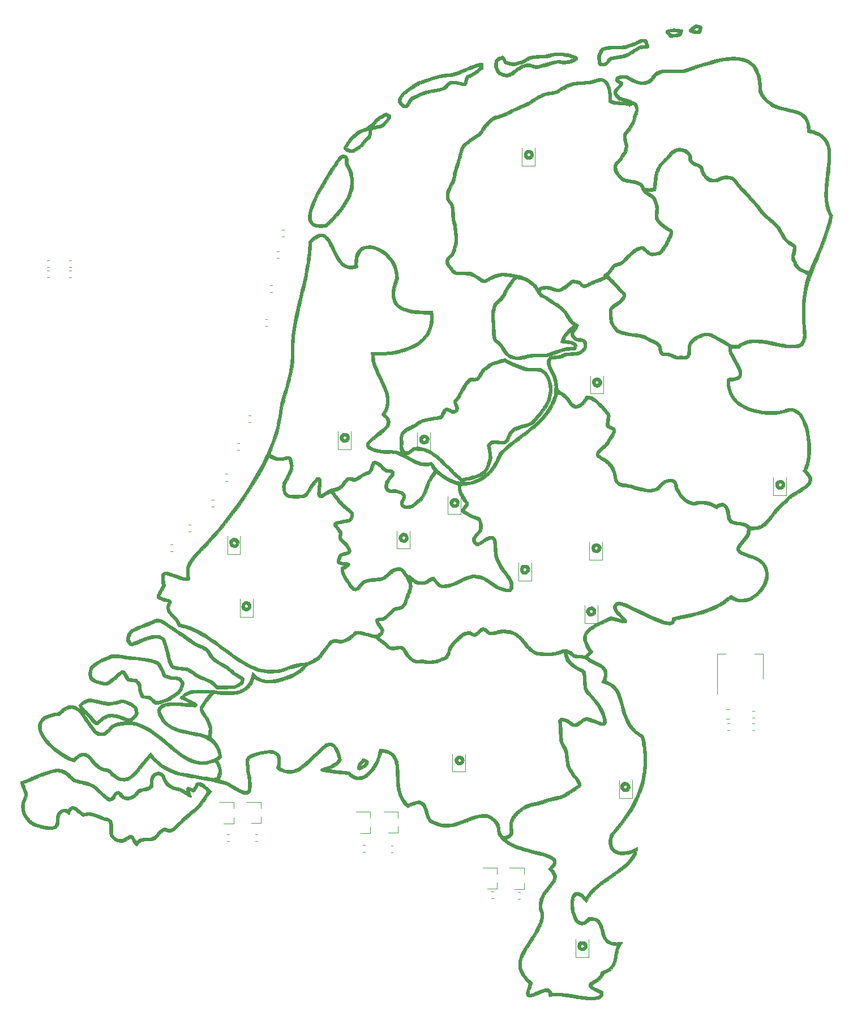
<source format=gto>
G04 #@! TF.GenerationSoftware,KiCad,Pcbnew,(5.1.5-0-10_14)*
G04 #@! TF.CreationDate,2019-12-23T16:45:50+01:00*
G04 #@! TF.ProjectId,hackerspacesnl,6861636b-6572-4737-9061-6365736e6c2e,rev?*
G04 #@! TF.SameCoordinates,Original*
G04 #@! TF.FileFunction,Legend,Top*
G04 #@! TF.FilePolarity,Positive*
%FSLAX46Y46*%
G04 Gerber Fmt 4.6, Leading zero omitted, Abs format (unit mm)*
G04 Created by KiCad (PCBNEW (5.1.5-0-10_14)) date 2019-12-23 16:45:50*
%MOMM*%
%LPD*%
G04 APERTURE LIST*
%ADD10C,0.120000*%
%ADD11C,0.010000*%
G04 APERTURE END LIST*
D10*
X113519200Y-56578700D02*
X113519200Y-53893700D01*
X111599200Y-56578700D02*
X113519200Y-56578700D01*
X111599200Y-53893700D02*
X111599200Y-56578700D01*
D11*
G36*
X112844026Y-54221159D02*
G01*
X113061367Y-54341622D01*
X113214479Y-54528101D01*
X113290495Y-54768362D01*
X113296510Y-54864792D01*
X113252513Y-55128013D01*
X113130980Y-55342382D01*
X112948392Y-55497558D01*
X112721231Y-55583205D01*
X112465977Y-55588982D01*
X112243600Y-55525284D01*
X112063189Y-55395634D01*
X111939360Y-55203537D01*
X111878364Y-54974799D01*
X111880450Y-54912980D01*
X112329347Y-54912980D01*
X112365146Y-55047974D01*
X112392460Y-55082439D01*
X112510784Y-55137613D01*
X112653871Y-55125860D01*
X112759671Y-55063571D01*
X112833025Y-54928662D01*
X112819067Y-54783505D01*
X112721774Y-54662449D01*
X112712500Y-54656128D01*
X112613074Y-54602378D01*
X112534897Y-54611072D01*
X112458500Y-54656128D01*
X112362642Y-54768308D01*
X112329347Y-54912980D01*
X111880450Y-54912980D01*
X111886448Y-54735230D01*
X111969864Y-54510639D01*
X111990124Y-54478552D01*
X112150416Y-54300613D01*
X112346795Y-54205041D01*
X112575322Y-54178948D01*
X112844026Y-54221159D01*
G37*
X112844026Y-54221159D02*
X113061367Y-54341622D01*
X113214479Y-54528101D01*
X113290495Y-54768362D01*
X113296510Y-54864792D01*
X113252513Y-55128013D01*
X113130980Y-55342382D01*
X112948392Y-55497558D01*
X112721231Y-55583205D01*
X112465977Y-55588982D01*
X112243600Y-55525284D01*
X112063189Y-55395634D01*
X111939360Y-55203537D01*
X111878364Y-54974799D01*
X111880450Y-54912980D01*
X112329347Y-54912980D01*
X112365146Y-55047974D01*
X112392460Y-55082439D01*
X112510784Y-55137613D01*
X112653871Y-55125860D01*
X112759671Y-55063571D01*
X112833025Y-54928662D01*
X112819067Y-54783505D01*
X112721774Y-54662449D01*
X112712500Y-54656128D01*
X112613074Y-54602378D01*
X112534897Y-54611072D01*
X112458500Y-54656128D01*
X112362642Y-54768308D01*
X112329347Y-54912980D01*
X111880450Y-54912980D01*
X111886448Y-54735230D01*
X111969864Y-54510639D01*
X111990124Y-54478552D01*
X112150416Y-54300613D01*
X112346795Y-54205041D01*
X112575322Y-54178948D01*
X112844026Y-54221159D01*
G36*
X97195740Y-96792460D02*
G01*
X97413339Y-96915632D01*
X97567030Y-97105501D01*
X97643803Y-97349451D01*
X97650110Y-97449622D01*
X97607234Y-97723257D01*
X97484817Y-97940499D01*
X97292953Y-98091112D01*
X97041739Y-98164859D01*
X96939100Y-98170620D01*
X96719103Y-98140906D01*
X96547866Y-98071456D01*
X96366009Y-97909727D01*
X96261647Y-97708593D01*
X96229275Y-97487247D01*
X96230331Y-97480363D01*
X96683633Y-97480363D01*
X96712956Y-97610120D01*
X96746060Y-97652840D01*
X96841052Y-97699781D01*
X96939100Y-97713800D01*
X97062984Y-97691622D01*
X97132140Y-97652840D01*
X97179081Y-97557847D01*
X97193100Y-97459800D01*
X97155836Y-97304163D01*
X97048811Y-97219421D01*
X96957968Y-97205800D01*
X96821034Y-97246781D01*
X96724624Y-97348776D01*
X96683633Y-97480363D01*
X96230331Y-97480363D01*
X96263389Y-97264883D01*
X96358486Y-97060694D01*
X96509060Y-96893872D01*
X96709607Y-96783612D01*
X96927239Y-96748600D01*
X97195740Y-96792460D01*
G37*
X97195740Y-96792460D02*
X97413339Y-96915632D01*
X97567030Y-97105501D01*
X97643803Y-97349451D01*
X97650110Y-97449622D01*
X97607234Y-97723257D01*
X97484817Y-97940499D01*
X97292953Y-98091112D01*
X97041739Y-98164859D01*
X96939100Y-98170620D01*
X96719103Y-98140906D01*
X96547866Y-98071456D01*
X96366009Y-97909727D01*
X96261647Y-97708593D01*
X96229275Y-97487247D01*
X96230331Y-97480363D01*
X96683633Y-97480363D01*
X96712956Y-97610120D01*
X96746060Y-97652840D01*
X96841052Y-97699781D01*
X96939100Y-97713800D01*
X97062984Y-97691622D01*
X97132140Y-97652840D01*
X97179081Y-97557847D01*
X97193100Y-97459800D01*
X97155836Y-97304163D01*
X97048811Y-97219421D01*
X96957968Y-97205800D01*
X96821034Y-97246781D01*
X96724624Y-97348776D01*
X96683633Y-97480363D01*
X96230331Y-97480363D01*
X96263389Y-97264883D01*
X96358486Y-97060694D01*
X96509060Y-96893872D01*
X96709607Y-96783612D01*
X96927239Y-96748600D01*
X97195740Y-96792460D01*
G36*
X85239713Y-96524569D02*
G01*
X85459073Y-96624087D01*
X85629962Y-96790650D01*
X85735984Y-97013987D01*
X85763100Y-97220230D01*
X85718258Y-97482048D01*
X85592058Y-97692709D01*
X85396987Y-97839984D01*
X85145532Y-97911648D01*
X85051900Y-97916620D01*
X84831903Y-97886906D01*
X84660666Y-97817456D01*
X84486321Y-97659177D01*
X84380018Y-97454219D01*
X84340644Y-97225580D01*
X84340895Y-97223400D01*
X84806161Y-97223400D01*
X84831949Y-97355437D01*
X84853402Y-97389266D01*
X84954033Y-97442147D01*
X85091882Y-97445103D01*
X85218185Y-97402335D01*
X85270157Y-97353362D01*
X85296831Y-97244982D01*
X85287206Y-97138236D01*
X85212516Y-97022929D01*
X85084525Y-96960774D01*
X84944604Y-96968057D01*
X84904337Y-96987543D01*
X84832428Y-97083905D01*
X84806161Y-97223400D01*
X84340895Y-97223400D01*
X84367085Y-96996257D01*
X84458227Y-96789248D01*
X84612958Y-96627549D01*
X84721180Y-96567743D01*
X84988283Y-96502364D01*
X85239713Y-96524569D01*
G37*
X85239713Y-96524569D02*
X85459073Y-96624087D01*
X85629962Y-96790650D01*
X85735984Y-97013987D01*
X85763100Y-97220230D01*
X85718258Y-97482048D01*
X85592058Y-97692709D01*
X85396987Y-97839984D01*
X85145532Y-97911648D01*
X85051900Y-97916620D01*
X84831903Y-97886906D01*
X84660666Y-97817456D01*
X84486321Y-97659177D01*
X84380018Y-97454219D01*
X84340644Y-97225580D01*
X84340895Y-97223400D01*
X84806161Y-97223400D01*
X84831949Y-97355437D01*
X84853402Y-97389266D01*
X84954033Y-97442147D01*
X85091882Y-97445103D01*
X85218185Y-97402335D01*
X85270157Y-97353362D01*
X85296831Y-97244982D01*
X85287206Y-97138236D01*
X85212516Y-97022929D01*
X85084525Y-96960774D01*
X84944604Y-96968057D01*
X84904337Y-96987543D01*
X84832428Y-97083905D01*
X84806161Y-97223400D01*
X84340895Y-97223400D01*
X84367085Y-96996257D01*
X84458227Y-96789248D01*
X84612958Y-96627549D01*
X84721180Y-96567743D01*
X84988283Y-96502364D01*
X85239713Y-96524569D01*
G36*
X122899320Y-88228816D02*
G01*
X123109414Y-88299947D01*
X123290927Y-88436444D01*
X123425828Y-88638679D01*
X123481111Y-88810924D01*
X123481266Y-89049391D01*
X123390404Y-89282421D01*
X123223230Y-89481660D01*
X123094297Y-89578785D01*
X122967523Y-89624198D01*
X122792941Y-89635284D01*
X122781832Y-89635248D01*
X122564499Y-89613248D01*
X122393015Y-89556344D01*
X122375602Y-89546348D01*
X122227311Y-89404946D01*
X122112988Y-89205175D01*
X122051543Y-88988182D01*
X122051447Y-88937584D01*
X122509730Y-88937584D01*
X122542515Y-89065213D01*
X122648589Y-89162666D01*
X122655495Y-89166001D01*
X122800950Y-89183271D01*
X122940518Y-89109213D01*
X123018602Y-89015094D01*
X123032213Y-88910908D01*
X122978922Y-88796008D01*
X122882855Y-88704802D01*
X122777602Y-88671400D01*
X122634625Y-88710901D01*
X122542884Y-88809554D01*
X122509730Y-88937584D01*
X122051447Y-88937584D01*
X122051262Y-88840554D01*
X122133778Y-88590466D01*
X122277874Y-88403874D01*
X122465518Y-88281153D01*
X122678677Y-88222675D01*
X122899320Y-88228816D01*
G37*
X122899320Y-88228816D02*
X123109414Y-88299947D01*
X123290927Y-88436444D01*
X123425828Y-88638679D01*
X123481111Y-88810924D01*
X123481266Y-89049391D01*
X123390404Y-89282421D01*
X123223230Y-89481660D01*
X123094297Y-89578785D01*
X122967523Y-89624198D01*
X122792941Y-89635284D01*
X122781832Y-89635248D01*
X122564499Y-89613248D01*
X122393015Y-89556344D01*
X122375602Y-89546348D01*
X122227311Y-89404946D01*
X122112988Y-89205175D01*
X122051543Y-88988182D01*
X122051447Y-88937584D01*
X122509730Y-88937584D01*
X122542515Y-89065213D01*
X122648589Y-89162666D01*
X122655495Y-89166001D01*
X122800950Y-89183271D01*
X122940518Y-89109213D01*
X123018602Y-89015094D01*
X123032213Y-88910908D01*
X122978922Y-88796008D01*
X122882855Y-88704802D01*
X122777602Y-88671400D01*
X122634625Y-88710901D01*
X122542884Y-88809554D01*
X122509730Y-88937584D01*
X122051447Y-88937584D01*
X122051262Y-88840554D01*
X122133778Y-88590466D01*
X122277874Y-88403874D01*
X122465518Y-88281153D01*
X122678677Y-88222675D01*
X122899320Y-88228816D01*
G36*
X150357237Y-103544461D02*
G01*
X150574124Y-103640510D01*
X150746668Y-103803944D01*
X150856937Y-104023540D01*
X150888320Y-104241600D01*
X150843552Y-104497272D01*
X150721459Y-104707458D01*
X150540359Y-104860952D01*
X150318568Y-104946547D01*
X150074403Y-104953039D01*
X149845644Y-104879457D01*
X149634978Y-104726362D01*
X149509970Y-104521534D01*
X149466415Y-104257902D01*
X149466300Y-104241600D01*
X149471849Y-104203251D01*
X149911406Y-104203251D01*
X149912663Y-104292256D01*
X149932223Y-104335929D01*
X150042474Y-104476601D01*
X150169928Y-104519188D01*
X150308294Y-104462124D01*
X150338599Y-104436926D01*
X150420876Y-104303823D01*
X150410048Y-104154578D01*
X150347426Y-104055100D01*
X150223376Y-103972246D01*
X150095610Y-103990203D01*
X149979105Y-104094629D01*
X149911406Y-104203251D01*
X149471849Y-104203251D01*
X149504652Y-103976563D01*
X149623396Y-103771246D01*
X149828062Y-103616673D01*
X149862162Y-103599405D01*
X150113939Y-103527018D01*
X150357237Y-103544461D01*
G37*
X150357237Y-103544461D02*
X150574124Y-103640510D01*
X150746668Y-103803944D01*
X150856937Y-104023540D01*
X150888320Y-104241600D01*
X150843552Y-104497272D01*
X150721459Y-104707458D01*
X150540359Y-104860952D01*
X150318568Y-104946547D01*
X150074403Y-104953039D01*
X149845644Y-104879457D01*
X149634978Y-104726362D01*
X149509970Y-104521534D01*
X149466415Y-104257902D01*
X149466300Y-104241600D01*
X149471849Y-104203251D01*
X149911406Y-104203251D01*
X149912663Y-104292256D01*
X149932223Y-104335929D01*
X150042474Y-104476601D01*
X150169928Y-104519188D01*
X150308294Y-104462124D01*
X150338599Y-104436926D01*
X150420876Y-104303823D01*
X150410048Y-104154578D01*
X150347426Y-104055100D01*
X150223376Y-103972246D01*
X150095610Y-103990203D01*
X149979105Y-104094629D01*
X149911406Y-104203251D01*
X149471849Y-104203251D01*
X149504652Y-103976563D01*
X149623396Y-103771246D01*
X149828062Y-103616673D01*
X149862162Y-103599405D01*
X150113939Y-103527018D01*
X150357237Y-103544461D01*
G36*
X101675023Y-106276284D02*
G01*
X101903964Y-106374259D01*
X102073770Y-106546200D01*
X102170662Y-106777885D01*
X102183806Y-107047635D01*
X102107021Y-107300775D01*
X101974234Y-107484911D01*
X101863205Y-107578512D01*
X101742784Y-107629531D01*
X101571248Y-107654011D01*
X101526241Y-107657192D01*
X101328548Y-107659760D01*
X101189659Y-107631727D01*
X101081910Y-107574236D01*
X100894765Y-107395424D01*
X100787898Y-107182680D01*
X100756701Y-106955075D01*
X100763153Y-106918914D01*
X101216158Y-106918914D01*
X101230222Y-107055836D01*
X101286128Y-107133571D01*
X101421037Y-107206925D01*
X101566194Y-107192967D01*
X101687250Y-107095674D01*
X101693571Y-107086400D01*
X101747321Y-106986974D01*
X101738627Y-106908797D01*
X101693571Y-106832400D01*
X101575464Y-106727846D01*
X101433115Y-106715570D01*
X101299200Y-106789473D01*
X101216158Y-106918914D01*
X100763153Y-106918914D01*
X100796563Y-106731683D01*
X100902874Y-106531576D01*
X101071024Y-106373825D01*
X101296404Y-106277503D01*
X101399429Y-106260647D01*
X101675023Y-106276284D01*
G37*
X101675023Y-106276284D02*
X101903964Y-106374259D01*
X102073770Y-106546200D01*
X102170662Y-106777885D01*
X102183806Y-107047635D01*
X102107021Y-107300775D01*
X101974234Y-107484911D01*
X101863205Y-107578512D01*
X101742784Y-107629531D01*
X101571248Y-107654011D01*
X101526241Y-107657192D01*
X101328548Y-107659760D01*
X101189659Y-107631727D01*
X101081910Y-107574236D01*
X100894765Y-107395424D01*
X100787898Y-107182680D01*
X100756701Y-106955075D01*
X100763153Y-106918914D01*
X101216158Y-106918914D01*
X101230222Y-107055836D01*
X101286128Y-107133571D01*
X101421037Y-107206925D01*
X101566194Y-107192967D01*
X101687250Y-107095674D01*
X101693571Y-107086400D01*
X101747321Y-106986974D01*
X101738627Y-106908797D01*
X101693571Y-106832400D01*
X101575464Y-106727846D01*
X101433115Y-106715570D01*
X101299200Y-106789473D01*
X101216158Y-106918914D01*
X100763153Y-106918914D01*
X100796563Y-106731683D01*
X100902874Y-106531576D01*
X101071024Y-106373825D01*
X101296404Y-106277503D01*
X101399429Y-106260647D01*
X101675023Y-106276284D01*
G36*
X94125284Y-111508726D02*
G01*
X94337871Y-111635497D01*
X94488257Y-111831369D01*
X94564222Y-112083730D01*
X94571038Y-112194614D01*
X94526523Y-112448323D01*
X94405032Y-112655306D01*
X94224645Y-112804711D01*
X94003441Y-112885687D01*
X93759501Y-112887379D01*
X93539111Y-112814021D01*
X93330500Y-112660465D01*
X93200091Y-112466082D01*
X93143506Y-112249132D01*
X93146299Y-112201082D01*
X93598796Y-112201082D01*
X93653216Y-112333179D01*
X93664352Y-112346246D01*
X93798123Y-112433079D01*
X93940005Y-112429318D01*
X94061175Y-112336727D01*
X94071941Y-112321287D01*
X94125368Y-112166102D01*
X94087142Y-112026466D01*
X93969319Y-111929476D01*
X93825451Y-111908305D01*
X93703410Y-111963367D01*
X93621693Y-112069385D01*
X93598796Y-112201082D01*
X93146299Y-112201082D01*
X93156369Y-112027876D01*
X93234304Y-111820576D01*
X93372935Y-111645491D01*
X93567886Y-111520884D01*
X93814781Y-111465015D01*
X93862719Y-111463666D01*
X94125284Y-111508726D01*
G37*
X94125284Y-111508726D02*
X94337871Y-111635497D01*
X94488257Y-111831369D01*
X94564222Y-112083730D01*
X94571038Y-112194614D01*
X94526523Y-112448323D01*
X94405032Y-112655306D01*
X94224645Y-112804711D01*
X94003441Y-112885687D01*
X93759501Y-112887379D01*
X93539111Y-112814021D01*
X93330500Y-112660465D01*
X93200091Y-112466082D01*
X93143506Y-112249132D01*
X93146299Y-112201082D01*
X93598796Y-112201082D01*
X93653216Y-112333179D01*
X93664352Y-112346246D01*
X93798123Y-112433079D01*
X93940005Y-112429318D01*
X94061175Y-112336727D01*
X94071941Y-112321287D01*
X94125368Y-112166102D01*
X94087142Y-112026466D01*
X93969319Y-111929476D01*
X93825451Y-111908305D01*
X93703410Y-111963367D01*
X93621693Y-112069385D01*
X93598796Y-112201082D01*
X93146299Y-112201082D01*
X93156369Y-112027876D01*
X93234304Y-111820576D01*
X93372935Y-111645491D01*
X93567886Y-111520884D01*
X93814781Y-111465015D01*
X93862719Y-111463666D01*
X94125284Y-111508726D01*
G36*
X122953226Y-113047559D02*
G01*
X123170567Y-113168022D01*
X123323679Y-113354501D01*
X123399695Y-113594762D01*
X123405710Y-113691192D01*
X123361713Y-113954413D01*
X123240180Y-114168782D01*
X123057592Y-114323958D01*
X122830431Y-114409605D01*
X122575177Y-114415382D01*
X122352800Y-114351684D01*
X122172389Y-114222034D01*
X122048560Y-114029937D01*
X121987564Y-113801199D01*
X121990491Y-113714446D01*
X122440700Y-113714446D01*
X122481724Y-113857672D01*
X122584284Y-113945834D01*
X122717606Y-113966318D01*
X122850918Y-113906507D01*
X122868871Y-113889971D01*
X122942225Y-113755062D01*
X122928267Y-113609905D01*
X122830974Y-113488849D01*
X122821700Y-113482528D01*
X122722274Y-113428778D01*
X122644097Y-113437472D01*
X122567700Y-113482528D01*
X122462206Y-113600221D01*
X122440700Y-113714446D01*
X121990491Y-113714446D01*
X121995648Y-113561630D01*
X122079064Y-113337039D01*
X122099324Y-113304952D01*
X122259616Y-113127013D01*
X122455995Y-113031441D01*
X122684522Y-113005348D01*
X122953226Y-113047559D01*
G37*
X122953226Y-113047559D02*
X123170567Y-113168022D01*
X123323679Y-113354501D01*
X123399695Y-113594762D01*
X123405710Y-113691192D01*
X123361713Y-113954413D01*
X123240180Y-114168782D01*
X123057592Y-114323958D01*
X122830431Y-114409605D01*
X122575177Y-114415382D01*
X122352800Y-114351684D01*
X122172389Y-114222034D01*
X122048560Y-114029937D01*
X121987564Y-113801199D01*
X121990491Y-113714446D01*
X122440700Y-113714446D01*
X122481724Y-113857672D01*
X122584284Y-113945834D01*
X122717606Y-113966318D01*
X122850918Y-113906507D01*
X122868871Y-113889971D01*
X122942225Y-113755062D01*
X122928267Y-113609905D01*
X122830974Y-113488849D01*
X122821700Y-113482528D01*
X122722274Y-113428778D01*
X122644097Y-113437472D01*
X122567700Y-113482528D01*
X122462206Y-113600221D01*
X122440700Y-113714446D01*
X121990491Y-113714446D01*
X121995648Y-113561630D01*
X122079064Y-113337039D01*
X122099324Y-113304952D01*
X122259616Y-113127013D01*
X122455995Y-113031441D01*
X122684522Y-113005348D01*
X122953226Y-113047559D01*
G36*
X112188119Y-116235784D02*
G01*
X112310521Y-116259567D01*
X112405453Y-116313192D01*
X112479390Y-116378479D01*
X112641494Y-116594260D01*
X112716365Y-116832418D01*
X112706563Y-117072910D01*
X112614646Y-117295689D01*
X112443173Y-117480711D01*
X112329537Y-117552214D01*
X112142290Y-117608723D01*
X111919164Y-117621162D01*
X111716906Y-117587221D01*
X111692356Y-117578182D01*
X111550747Y-117480418D01*
X111415643Y-117322085D01*
X111316276Y-117141642D01*
X111287088Y-117045015D01*
X111288946Y-116868885D01*
X111731471Y-116868885D01*
X111749062Y-116997540D01*
X111805973Y-117077299D01*
X111939076Y-117159576D01*
X112088321Y-117148748D01*
X112187799Y-117086126D01*
X112271128Y-116963514D01*
X112253537Y-116834859D01*
X112196626Y-116755100D01*
X112063523Y-116672823D01*
X111914278Y-116683651D01*
X111814800Y-116746273D01*
X111731471Y-116868885D01*
X111288946Y-116868885D01*
X111289716Y-116796019D01*
X111383071Y-116554684D01*
X111523209Y-116378479D01*
X111621539Y-116295544D01*
X111720118Y-116250882D01*
X111855891Y-116233051D01*
X112001300Y-116230400D01*
X112188119Y-116235784D01*
G37*
X112188119Y-116235784D02*
X112310521Y-116259567D01*
X112405453Y-116313192D01*
X112479390Y-116378479D01*
X112641494Y-116594260D01*
X112716365Y-116832418D01*
X112706563Y-117072910D01*
X112614646Y-117295689D01*
X112443173Y-117480711D01*
X112329537Y-117552214D01*
X112142290Y-117608723D01*
X111919164Y-117621162D01*
X111716906Y-117587221D01*
X111692356Y-117578182D01*
X111550747Y-117480418D01*
X111415643Y-117322085D01*
X111316276Y-117141642D01*
X111287088Y-117045015D01*
X111288946Y-116868885D01*
X111731471Y-116868885D01*
X111749062Y-116997540D01*
X111805973Y-117077299D01*
X111939076Y-117159576D01*
X112088321Y-117148748D01*
X112187799Y-117086126D01*
X112271128Y-116963514D01*
X112253537Y-116834859D01*
X112196626Y-116755100D01*
X112063523Y-116672823D01*
X111914278Y-116683651D01*
X111814800Y-116746273D01*
X111731471Y-116868885D01*
X111288946Y-116868885D01*
X111289716Y-116796019D01*
X111383071Y-116554684D01*
X111523209Y-116378479D01*
X111621539Y-116295544D01*
X111720118Y-116250882D01*
X111855891Y-116233051D01*
X112001300Y-116230400D01*
X112188119Y-116235784D01*
G36*
X122169451Y-122535859D02*
G01*
X122381817Y-122678896D01*
X122436059Y-122735276D01*
X122536696Y-122869779D01*
X122582709Y-123002532D01*
X122593100Y-123171229D01*
X122558516Y-123440645D01*
X122449428Y-123647763D01*
X122257829Y-123807097D01*
X122235158Y-123820211D01*
X121996618Y-123911985D01*
X121765480Y-123907120D01*
X121578112Y-123837621D01*
X121376970Y-123686710D01*
X121235259Y-123479433D01*
X121172212Y-123245671D01*
X121171158Y-123216998D01*
X121638035Y-123216998D01*
X121695295Y-123357174D01*
X121707891Y-123371989D01*
X121838609Y-123458323D01*
X121975051Y-123447136D01*
X122056071Y-123389571D01*
X122127702Y-123254662D01*
X122113623Y-123103542D01*
X122030828Y-122983658D01*
X121946621Y-122921780D01*
X121870057Y-122924688D01*
X121789528Y-122964782D01*
X121671308Y-123076910D01*
X121638035Y-123216998D01*
X121171158Y-123216998D01*
X121170700Y-123204547D01*
X121213575Y-122944995D01*
X121330095Y-122735706D01*
X121502101Y-122583413D01*
X121711435Y-122494851D01*
X121939938Y-122476755D01*
X122169451Y-122535859D01*
G37*
X122169451Y-122535859D02*
X122381817Y-122678896D01*
X122436059Y-122735276D01*
X122536696Y-122869779D01*
X122582709Y-123002532D01*
X122593100Y-123171229D01*
X122558516Y-123440645D01*
X122449428Y-123647763D01*
X122257829Y-123807097D01*
X122235158Y-123820211D01*
X121996618Y-123911985D01*
X121765480Y-123907120D01*
X121578112Y-123837621D01*
X121376970Y-123686710D01*
X121235259Y-123479433D01*
X121172212Y-123245671D01*
X121171158Y-123216998D01*
X121638035Y-123216998D01*
X121695295Y-123357174D01*
X121707891Y-123371989D01*
X121838609Y-123458323D01*
X121975051Y-123447136D01*
X122056071Y-123389571D01*
X122127702Y-123254662D01*
X122113623Y-123103542D01*
X122030828Y-122983658D01*
X121946621Y-122921780D01*
X121870057Y-122924688D01*
X121789528Y-122964782D01*
X121671308Y-123076910D01*
X121638035Y-123216998D01*
X121171158Y-123216998D01*
X121170700Y-123204547D01*
X121213575Y-122944995D01*
X121330095Y-122735706D01*
X121502101Y-122583413D01*
X121711435Y-122494851D01*
X121939938Y-122476755D01*
X122169451Y-122535859D01*
G36*
X68793414Y-112269478D02*
G01*
X68999161Y-112390332D01*
X69152108Y-112568914D01*
X69207233Y-112696234D01*
X69241689Y-112960112D01*
X69191969Y-113199522D01*
X69072764Y-113401600D01*
X68898766Y-113553480D01*
X68684665Y-113642299D01*
X68445153Y-113655193D01*
X68197383Y-113580515D01*
X67996499Y-113430724D01*
X67865814Y-113228494D01*
X67807081Y-112996470D01*
X67811340Y-112928400D01*
X68237100Y-112928400D01*
X68270728Y-113018542D01*
X68338700Y-113106200D01*
X68439273Y-113181551D01*
X68516500Y-113207800D01*
X68606642Y-113174171D01*
X68694300Y-113106200D01*
X68769651Y-113005626D01*
X68795900Y-112928400D01*
X68762271Y-112838257D01*
X68694300Y-112750600D01*
X68593726Y-112675248D01*
X68516500Y-112649000D01*
X68426357Y-112682628D01*
X68338700Y-112750600D01*
X68263348Y-112851173D01*
X68237100Y-112928400D01*
X67811340Y-112928400D01*
X67822049Y-112757294D01*
X67912469Y-112533609D01*
X68080091Y-112348059D01*
X68100907Y-112332659D01*
X68320134Y-112232704D01*
X68559021Y-112214290D01*
X68793414Y-112269478D01*
G37*
X68793414Y-112269478D02*
X68999161Y-112390332D01*
X69152108Y-112568914D01*
X69207233Y-112696234D01*
X69241689Y-112960112D01*
X69191969Y-113199522D01*
X69072764Y-113401600D01*
X68898766Y-113553480D01*
X68684665Y-113642299D01*
X68445153Y-113655193D01*
X68197383Y-113580515D01*
X67996499Y-113430724D01*
X67865814Y-113228494D01*
X67807081Y-112996470D01*
X67811340Y-112928400D01*
X68237100Y-112928400D01*
X68270728Y-113018542D01*
X68338700Y-113106200D01*
X68439273Y-113181551D01*
X68516500Y-113207800D01*
X68606642Y-113174171D01*
X68694300Y-113106200D01*
X68769651Y-113005626D01*
X68795900Y-112928400D01*
X68762271Y-112838257D01*
X68694300Y-112750600D01*
X68593726Y-112675248D01*
X68516500Y-112649000D01*
X68426357Y-112682628D01*
X68338700Y-112750600D01*
X68263348Y-112851173D01*
X68237100Y-112928400D01*
X67811340Y-112928400D01*
X67822049Y-112757294D01*
X67912469Y-112533609D01*
X68080091Y-112348059D01*
X68100907Y-112332659D01*
X68320134Y-112232704D01*
X68559021Y-112214290D01*
X68793414Y-112269478D01*
G36*
X70597914Y-121725831D02*
G01*
X70745864Y-121797485D01*
X70911058Y-121981768D01*
X71005338Y-122203162D01*
X71030414Y-122439331D01*
X70987997Y-122667937D01*
X70879799Y-122866644D01*
X70707531Y-123013114D01*
X70650619Y-123040656D01*
X70372035Y-123108339D01*
X70103542Y-123077839D01*
X69967432Y-123020974D01*
X69782724Y-122870839D01*
X69665381Y-122670092D01*
X69615550Y-122441931D01*
X69616296Y-122432203D01*
X70070645Y-122432203D01*
X70138103Y-122568851D01*
X70145728Y-122576771D01*
X70272341Y-122649914D01*
X70421775Y-122629427D01*
X70475639Y-122604012D01*
X70558703Y-122510255D01*
X70574396Y-122379123D01*
X70525130Y-122247082D01*
X70446900Y-122169328D01*
X70347474Y-122115578D01*
X70269297Y-122124272D01*
X70192900Y-122169328D01*
X70090236Y-122287579D01*
X70070645Y-122432203D01*
X69616296Y-122432203D01*
X69633378Y-122209553D01*
X69719010Y-121996154D01*
X69872595Y-121824931D01*
X69959530Y-121770066D01*
X70158846Y-121706207D01*
X70385131Y-121691932D01*
X70597914Y-121725831D01*
G37*
X70597914Y-121725831D02*
X70745864Y-121797485D01*
X70911058Y-121981768D01*
X71005338Y-122203162D01*
X71030414Y-122439331D01*
X70987997Y-122667937D01*
X70879799Y-122866644D01*
X70707531Y-123013114D01*
X70650619Y-123040656D01*
X70372035Y-123108339D01*
X70103542Y-123077839D01*
X69967432Y-123020974D01*
X69782724Y-122870839D01*
X69665381Y-122670092D01*
X69615550Y-122441931D01*
X69616296Y-122432203D01*
X70070645Y-122432203D01*
X70138103Y-122568851D01*
X70145728Y-122576771D01*
X70272341Y-122649914D01*
X70421775Y-122629427D01*
X70475639Y-122604012D01*
X70558703Y-122510255D01*
X70574396Y-122379123D01*
X70525130Y-122247082D01*
X70446900Y-122169328D01*
X70347474Y-122115578D01*
X70269297Y-122124272D01*
X70192900Y-122169328D01*
X70090236Y-122287579D01*
X70070645Y-122432203D01*
X69616296Y-122432203D01*
X69633378Y-122209553D01*
X69719010Y-121996154D01*
X69872595Y-121824931D01*
X69959530Y-121770066D01*
X70158846Y-121706207D01*
X70385131Y-121691932D01*
X70597914Y-121725831D01*
G36*
X102361607Y-144760936D02*
G01*
X102584704Y-144848293D01*
X102766248Y-145003730D01*
X102888444Y-145216546D01*
X102933498Y-145476041D01*
X102933500Y-145477660D01*
X102888078Y-145717868D01*
X102764999Y-145918521D01*
X102584038Y-146068862D01*
X102364972Y-146158128D01*
X102127577Y-146175563D01*
X101891629Y-146110405D01*
X101831066Y-146077456D01*
X101655321Y-145917078D01*
X101548855Y-145708556D01*
X101511080Y-145475613D01*
X101512353Y-145465800D01*
X101968300Y-145465800D01*
X101990477Y-145589684D01*
X102029260Y-145658840D01*
X102147584Y-145714013D01*
X102290671Y-145702260D01*
X102396471Y-145639971D01*
X102467564Y-145511500D01*
X102459665Y-145376464D01*
X102385001Y-145266437D01*
X102255798Y-145212991D01*
X102230672Y-145211800D01*
X102071408Y-145246678D01*
X101985398Y-145351884D01*
X101968300Y-145465800D01*
X101512353Y-145465800D01*
X101541407Y-145241970D01*
X101639247Y-145031350D01*
X101804012Y-144867476D01*
X101861930Y-144833266D01*
X102114751Y-144752360D01*
X102361607Y-144760936D01*
G37*
X102361607Y-144760936D02*
X102584704Y-144848293D01*
X102766248Y-145003730D01*
X102888444Y-145216546D01*
X102933498Y-145476041D01*
X102933500Y-145477660D01*
X102888078Y-145717868D01*
X102764999Y-145918521D01*
X102584038Y-146068862D01*
X102364972Y-146158128D01*
X102127577Y-146175563D01*
X101891629Y-146110405D01*
X101831066Y-146077456D01*
X101655321Y-145917078D01*
X101548855Y-145708556D01*
X101511080Y-145475613D01*
X101512353Y-145465800D01*
X101968300Y-145465800D01*
X101990477Y-145589684D01*
X102029260Y-145658840D01*
X102147584Y-145714013D01*
X102290671Y-145702260D01*
X102396471Y-145639971D01*
X102467564Y-145511500D01*
X102459665Y-145376464D01*
X102385001Y-145266437D01*
X102255798Y-145212991D01*
X102230672Y-145211800D01*
X102071408Y-145246678D01*
X101985398Y-145351884D01*
X101968300Y-145465800D01*
X101512353Y-145465800D01*
X101541407Y-145241970D01*
X101639247Y-145031350D01*
X101804012Y-144867476D01*
X101861930Y-144833266D01*
X102114751Y-144752360D01*
X102361607Y-144760936D01*
G36*
X88017589Y-145228276D02*
G01*
X88155819Y-145269636D01*
X88387355Y-145385544D01*
X88529590Y-145543031D01*
X88581870Y-145734041D01*
X88543545Y-145950514D01*
X88413961Y-146184396D01*
X88245471Y-146377321D01*
X87978313Y-146605164D01*
X87711878Y-146767673D01*
X87459705Y-146859977D01*
X87235337Y-146877210D01*
X87052315Y-146814503D01*
X87044403Y-146809119D01*
X86946721Y-146682534D01*
X86929215Y-146498850D01*
X86957840Y-146388617D01*
X87428268Y-146388617D01*
X87573584Y-146313275D01*
X87697365Y-146232070D01*
X87844364Y-146112728D01*
X87909400Y-146052621D01*
X88044817Y-145902094D01*
X88094009Y-145794293D01*
X88059115Y-145721804D01*
X88012041Y-145696955D01*
X87919198Y-145713721D01*
X87798886Y-145816662D01*
X87659556Y-145996914D01*
X87538330Y-146193908D01*
X87428268Y-146388617D01*
X86957840Y-146388617D01*
X86990749Y-146261894D01*
X87130191Y-145975489D01*
X87346407Y-145643459D01*
X87419201Y-145544626D01*
X87574936Y-145355352D01*
X87709150Y-145246041D01*
X87847986Y-145206936D01*
X88017589Y-145228276D01*
G37*
X88017589Y-145228276D02*
X88155819Y-145269636D01*
X88387355Y-145385544D01*
X88529590Y-145543031D01*
X88581870Y-145734041D01*
X88543545Y-145950514D01*
X88413961Y-146184396D01*
X88245471Y-146377321D01*
X87978313Y-146605164D01*
X87711878Y-146767673D01*
X87459705Y-146859977D01*
X87235337Y-146877210D01*
X87052315Y-146814503D01*
X87044403Y-146809119D01*
X86946721Y-146682534D01*
X86929215Y-146498850D01*
X86957840Y-146388617D01*
X87428268Y-146388617D01*
X87573584Y-146313275D01*
X87697365Y-146232070D01*
X87844364Y-146112728D01*
X87909400Y-146052621D01*
X88044817Y-145902094D01*
X88094009Y-145794293D01*
X88059115Y-145721804D01*
X88012041Y-145696955D01*
X87919198Y-145713721D01*
X87798886Y-145816662D01*
X87659556Y-145996914D01*
X87538330Y-146193908D01*
X87428268Y-146388617D01*
X86957840Y-146388617D01*
X86990749Y-146261894D01*
X87130191Y-145975489D01*
X87346407Y-145643459D01*
X87419201Y-145544626D01*
X87574936Y-145355352D01*
X87709150Y-145246041D01*
X87847986Y-145206936D01*
X88017589Y-145228276D01*
G36*
X127196268Y-148750913D02*
G01*
X127372243Y-148826920D01*
X127563880Y-148984713D01*
X127679748Y-149185342D01*
X127723384Y-149408659D01*
X127698326Y-149634519D01*
X127608111Y-149842774D01*
X127456275Y-150013279D01*
X127246357Y-150125888D01*
X127139700Y-150151399D01*
X126976597Y-150157292D01*
X126820119Y-150138179D01*
X126602588Y-150043783D01*
X126442349Y-149884956D01*
X126341622Y-149682647D01*
X126302623Y-149457801D01*
X126303188Y-149452672D01*
X126765243Y-149452672D01*
X126804334Y-149583908D01*
X126871603Y-149653919D01*
X126964518Y-149712486D01*
X127012700Y-149733000D01*
X127070818Y-149706917D01*
X127153796Y-149653919D01*
X127242403Y-149541674D01*
X127257720Y-149406131D01*
X127209162Y-149279298D01*
X127106144Y-149193183D01*
X127012700Y-149174200D01*
X126878840Y-149215810D01*
X126793217Y-149319304D01*
X126765243Y-149452672D01*
X126303188Y-149452672D01*
X126327571Y-149231368D01*
X126418685Y-149024293D01*
X126578181Y-148857525D01*
X126678278Y-148798608D01*
X126938627Y-148724187D01*
X127196268Y-148750913D01*
G37*
X127196268Y-148750913D02*
X127372243Y-148826920D01*
X127563880Y-148984713D01*
X127679748Y-149185342D01*
X127723384Y-149408659D01*
X127698326Y-149634519D01*
X127608111Y-149842774D01*
X127456275Y-150013279D01*
X127246357Y-150125888D01*
X127139700Y-150151399D01*
X126976597Y-150157292D01*
X126820119Y-150138179D01*
X126602588Y-150043783D01*
X126442349Y-149884956D01*
X126341622Y-149682647D01*
X126302623Y-149457801D01*
X126303188Y-149452672D01*
X126765243Y-149452672D01*
X126804334Y-149583908D01*
X126871603Y-149653919D01*
X126964518Y-149712486D01*
X127012700Y-149733000D01*
X127070818Y-149706917D01*
X127153796Y-149653919D01*
X127242403Y-149541674D01*
X127257720Y-149406131D01*
X127209162Y-149279298D01*
X127106144Y-149193183D01*
X127012700Y-149174200D01*
X126878840Y-149215810D01*
X126793217Y-149319304D01*
X126765243Y-149452672D01*
X126303188Y-149452672D01*
X126327571Y-149231368D01*
X126418685Y-149024293D01*
X126578181Y-148857525D01*
X126678278Y-148798608D01*
X126938627Y-148724187D01*
X127196268Y-148750913D01*
G36*
X120870846Y-172564705D02*
G01*
X121067210Y-172678652D01*
X121208959Y-172846224D01*
X121292185Y-173049144D01*
X121312980Y-173269135D01*
X121267434Y-173487918D01*
X121151639Y-173687217D01*
X120961688Y-173848754D01*
X120913088Y-173875621D01*
X120661207Y-173955787D01*
X120413079Y-173934913D01*
X120255507Y-173869954D01*
X120055407Y-173708772D01*
X119931887Y-173486212D01*
X119900295Y-173282934D01*
X120338286Y-173282934D01*
X120388297Y-173406551D01*
X120491609Y-173484022D01*
X120624425Y-173498238D01*
X120762948Y-173432091D01*
X120772999Y-173423326D01*
X120855341Y-173291629D01*
X120847635Y-173149714D01*
X120752377Y-173029292D01*
X120741387Y-173021758D01*
X120587836Y-172967125D01*
X120455667Y-173009784D01*
X120365375Y-173130279D01*
X120338286Y-173282934D01*
X119900295Y-173282934D01*
X119892233Y-173231062D01*
X119935771Y-172962333D01*
X120059970Y-172749519D01*
X120255204Y-172601941D01*
X120511847Y-172528921D01*
X120623776Y-172522661D01*
X120870846Y-172564705D01*
G37*
X120870846Y-172564705D02*
X121067210Y-172678652D01*
X121208959Y-172846224D01*
X121292185Y-173049144D01*
X121312980Y-173269135D01*
X121267434Y-173487918D01*
X121151639Y-173687217D01*
X120961688Y-173848754D01*
X120913088Y-173875621D01*
X120661207Y-173955787D01*
X120413079Y-173934913D01*
X120255507Y-173869954D01*
X120055407Y-173708772D01*
X119931887Y-173486212D01*
X119900295Y-173282934D01*
X120338286Y-173282934D01*
X120388297Y-173406551D01*
X120491609Y-173484022D01*
X120624425Y-173498238D01*
X120762948Y-173432091D01*
X120772999Y-173423326D01*
X120855341Y-173291629D01*
X120847635Y-173149714D01*
X120752377Y-173029292D01*
X120741387Y-173021758D01*
X120587836Y-172967125D01*
X120455667Y-173009784D01*
X120365375Y-173130279D01*
X120338286Y-173282934D01*
X119900295Y-173282934D01*
X119892233Y-173231062D01*
X119935771Y-172962333D01*
X120059970Y-172749519D01*
X120255204Y-172601941D01*
X120511847Y-172528921D01*
X120623776Y-172522661D01*
X120870846Y-172564705D01*
G36*
X137681666Y-35402729D02*
G01*
X137702164Y-35426631D01*
X137764226Y-35455075D01*
X137894915Y-35481222D01*
X138009174Y-35494245D01*
X138256215Y-35539673D01*
X138412018Y-35628046D01*
X138477906Y-35760413D01*
X138474411Y-35863770D01*
X138450066Y-36004268D01*
X138418783Y-36190578D01*
X138402064Y-36292154D01*
X138352074Y-36500275D01*
X138270908Y-36636322D01*
X138140098Y-36713455D01*
X137941179Y-36744835D01*
X137763972Y-36746881D01*
X137562670Y-36740437D01*
X137386078Y-36730246D01*
X137274300Y-36718757D01*
X137015112Y-36662943D01*
X136794767Y-36591677D01*
X136634758Y-36513252D01*
X136559997Y-36443203D01*
X136524801Y-36337751D01*
X136541262Y-36230536D01*
X136541745Y-36229765D01*
X137190532Y-36229765D01*
X137252581Y-36249298D01*
X137381554Y-36271107D01*
X137542959Y-36291283D01*
X137702308Y-36305918D01*
X137825112Y-36311102D01*
X137871200Y-36306904D01*
X137925270Y-36244960D01*
X137934700Y-36193719D01*
X137950104Y-36071622D01*
X137962873Y-36028290D01*
X137952370Y-35974320D01*
X137861531Y-35936693D01*
X137783211Y-35921638D01*
X137645475Y-35909613D01*
X137538089Y-35936717D01*
X137415886Y-36017142D01*
X137374058Y-36050188D01*
X137263254Y-36144906D01*
X137198336Y-36211607D01*
X137190532Y-36229765D01*
X136541745Y-36229765D01*
X136617703Y-36108742D01*
X136762446Y-35959555D01*
X136983815Y-35770160D01*
X137011952Y-35747331D01*
X137265909Y-35553369D01*
X137458402Y-35433037D01*
X137595098Y-35383702D01*
X137681666Y-35402729D01*
G37*
X137681666Y-35402729D02*
X137702164Y-35426631D01*
X137764226Y-35455075D01*
X137894915Y-35481222D01*
X138009174Y-35494245D01*
X138256215Y-35539673D01*
X138412018Y-35628046D01*
X138477906Y-35760413D01*
X138474411Y-35863770D01*
X138450066Y-36004268D01*
X138418783Y-36190578D01*
X138402064Y-36292154D01*
X138352074Y-36500275D01*
X138270908Y-36636322D01*
X138140098Y-36713455D01*
X137941179Y-36744835D01*
X137763972Y-36746881D01*
X137562670Y-36740437D01*
X137386078Y-36730246D01*
X137274300Y-36718757D01*
X137015112Y-36662943D01*
X136794767Y-36591677D01*
X136634758Y-36513252D01*
X136559997Y-36443203D01*
X136524801Y-36337751D01*
X136541262Y-36230536D01*
X136541745Y-36229765D01*
X137190532Y-36229765D01*
X137252581Y-36249298D01*
X137381554Y-36271107D01*
X137542959Y-36291283D01*
X137702308Y-36305918D01*
X137825112Y-36311102D01*
X137871200Y-36306904D01*
X137925270Y-36244960D01*
X137934700Y-36193719D01*
X137950104Y-36071622D01*
X137962873Y-36028290D01*
X137952370Y-35974320D01*
X137861531Y-35936693D01*
X137783211Y-35921638D01*
X137645475Y-35909613D01*
X137538089Y-35936717D01*
X137415886Y-36017142D01*
X137374058Y-36050188D01*
X137263254Y-36144906D01*
X137198336Y-36211607D01*
X137190532Y-36229765D01*
X136541745Y-36229765D01*
X136617703Y-36108742D01*
X136762446Y-35959555D01*
X136983815Y-35770160D01*
X137011952Y-35747331D01*
X137265909Y-35553369D01*
X137458402Y-35433037D01*
X137595098Y-35383702D01*
X137681666Y-35402729D01*
G36*
X134607286Y-36038056D02*
G01*
X134886796Y-36057310D01*
X135140753Y-36085986D01*
X135349355Y-36121427D01*
X135492795Y-36160977D01*
X135548435Y-36195422D01*
X135589675Y-36312076D01*
X135591279Y-36436544D01*
X135553441Y-36520622D01*
X135547100Y-36525200D01*
X135507490Y-36595365D01*
X135496300Y-36678207D01*
X135458015Y-36875915D01*
X135357257Y-37041752D01*
X135285124Y-37102591D01*
X135173584Y-37145974D01*
X134987227Y-37191703D01*
X134752617Y-37235450D01*
X134496318Y-37272885D01*
X134244894Y-37299680D01*
X134024907Y-37311505D01*
X134001933Y-37311713D01*
X133701366Y-37312600D01*
X133379633Y-36990866D01*
X133187555Y-36778624D01*
X133079156Y-36604515D01*
X133071392Y-36565109D01*
X133611592Y-36565109D01*
X133750650Y-36710254D01*
X133861346Y-36796295D01*
X134002427Y-36843776D01*
X134191523Y-36854192D01*
X134446261Y-36829038D01*
X134682858Y-36789248D01*
X134888990Y-36740404D01*
X135001315Y-36687001D01*
X135027979Y-36647027D01*
X135020215Y-36608005D01*
X134968083Y-36580108D01*
X134854847Y-36559329D01*
X134663774Y-36541663D01*
X134556801Y-36534242D01*
X134313539Y-36523249D01*
X134080085Y-36521231D01*
X133894361Y-36528217D01*
X133840826Y-36533689D01*
X133611592Y-36565109D01*
X133071392Y-36565109D01*
X133049934Y-36456210D01*
X133095387Y-36321379D01*
X133121400Y-36283684D01*
X133205457Y-36231448D01*
X133366261Y-36176388D01*
X133579275Y-36123670D01*
X133819960Y-36078460D01*
X134063779Y-36045926D01*
X134286192Y-36031233D01*
X134322028Y-36030882D01*
X134607286Y-36038056D01*
G37*
X134607286Y-36038056D02*
X134886796Y-36057310D01*
X135140753Y-36085986D01*
X135349355Y-36121427D01*
X135492795Y-36160977D01*
X135548435Y-36195422D01*
X135589675Y-36312076D01*
X135591279Y-36436544D01*
X135553441Y-36520622D01*
X135547100Y-36525200D01*
X135507490Y-36595365D01*
X135496300Y-36678207D01*
X135458015Y-36875915D01*
X135357257Y-37041752D01*
X135285124Y-37102591D01*
X135173584Y-37145974D01*
X134987227Y-37191703D01*
X134752617Y-37235450D01*
X134496318Y-37272885D01*
X134244894Y-37299680D01*
X134024907Y-37311505D01*
X134001933Y-37311713D01*
X133701366Y-37312600D01*
X133379633Y-36990866D01*
X133187555Y-36778624D01*
X133079156Y-36604515D01*
X133071392Y-36565109D01*
X133611592Y-36565109D01*
X133750650Y-36710254D01*
X133861346Y-36796295D01*
X134002427Y-36843776D01*
X134191523Y-36854192D01*
X134446261Y-36829038D01*
X134682858Y-36789248D01*
X134888990Y-36740404D01*
X135001315Y-36687001D01*
X135027979Y-36647027D01*
X135020215Y-36608005D01*
X134968083Y-36580108D01*
X134854847Y-36559329D01*
X134663774Y-36541663D01*
X134556801Y-36534242D01*
X134313539Y-36523249D01*
X134080085Y-36521231D01*
X133894361Y-36528217D01*
X133840826Y-36533689D01*
X133611592Y-36565109D01*
X133071392Y-36565109D01*
X133049934Y-36456210D01*
X133095387Y-36321379D01*
X133121400Y-36283684D01*
X133205457Y-36231448D01*
X133366261Y-36176388D01*
X133579275Y-36123670D01*
X133819960Y-36078460D01*
X134063779Y-36045926D01*
X134286192Y-36031233D01*
X134322028Y-36030882D01*
X134607286Y-36038056D01*
G36*
X130039257Y-37600227D02*
G01*
X130159712Y-37670882D01*
X130254662Y-37802747D01*
X130346759Y-38011555D01*
X130380374Y-38100000D01*
X130473031Y-38355919D01*
X130529511Y-38537855D01*
X130552921Y-38665525D01*
X130546369Y-38758644D01*
X130512961Y-38836928D01*
X130499820Y-38857956D01*
X130458747Y-38911261D01*
X130405270Y-38947189D01*
X130319340Y-38970021D01*
X130180907Y-38984037D01*
X129969923Y-38993518D01*
X129846520Y-38997428D01*
X129273300Y-39014683D01*
X128866900Y-39264551D01*
X128654480Y-39398777D01*
X128445341Y-39537007D01*
X128275708Y-39655125D01*
X128235701Y-39684725D01*
X127996553Y-39842837D01*
X127700010Y-40004496D01*
X127375738Y-40156524D01*
X127053403Y-40285747D01*
X126762668Y-40378987D01*
X126587701Y-40416719D01*
X126358543Y-40451088D01*
X126082378Y-40493033D01*
X125812577Y-40534441D01*
X125768100Y-40541320D01*
X125537638Y-40576956D01*
X125322218Y-40610151D01*
X125158309Y-40635289D01*
X125120745Y-40641011D01*
X125021595Y-40665147D01*
X124934235Y-40715088D01*
X124838984Y-40807952D01*
X124716162Y-40960857D01*
X124647545Y-41052608D01*
X124464215Y-41281874D01*
X124296932Y-41436587D01*
X124116326Y-41533075D01*
X123893025Y-41587668D01*
X123637744Y-41614031D01*
X123420934Y-41622050D01*
X123277670Y-41607609D01*
X123181779Y-41567709D01*
X123171601Y-41560622D01*
X123079813Y-41467291D01*
X123008663Y-41327556D01*
X122951308Y-41123055D01*
X122900904Y-40835423D01*
X122900618Y-40833469D01*
X122859850Y-40513931D01*
X122846583Y-40263479D01*
X122853675Y-40179553D01*
X123309264Y-40179553D01*
X123312612Y-40343923D01*
X123321155Y-40461366D01*
X123340691Y-40674089D01*
X123363352Y-40869169D01*
X123384333Y-41005391D01*
X123384919Y-41008300D01*
X123414533Y-41105526D01*
X123468335Y-41158028D01*
X123568274Y-41172296D01*
X123736303Y-41154820D01*
X123830173Y-41139954D01*
X123933104Y-41113919D01*
X124022527Y-41062569D01*
X124118933Y-40968288D01*
X124242815Y-40813457D01*
X124301748Y-40734551D01*
X124477465Y-40511466D01*
X124629248Y-40360804D01*
X124781755Y-40265763D01*
X124959641Y-40209536D01*
X125108369Y-40184808D01*
X125317555Y-40153412D01*
X125532341Y-40115346D01*
X125590300Y-40103720D01*
X125748680Y-40075801D01*
X125967876Y-40043843D01*
X126207575Y-40013599D01*
X126275903Y-40005889D01*
X126530296Y-39970657D01*
X126744332Y-39919521D01*
X126961632Y-39839488D01*
X127197054Y-39731526D01*
X127459521Y-39595162D01*
X127746791Y-39431106D01*
X128007309Y-39269147D01*
X128070205Y-39227022D01*
X128299127Y-39075195D01*
X128546805Y-38918735D01*
X128769034Y-38785377D01*
X128823278Y-38754499D01*
X129008319Y-38656727D01*
X129160322Y-38596643D01*
X129320051Y-38563148D01*
X129528269Y-38545140D01*
X129607046Y-38541061D01*
X130046743Y-38520039D01*
X129943199Y-38256967D01*
X129839654Y-37993895D01*
X129556477Y-38053434D01*
X129371908Y-38108029D01*
X129145341Y-38197355D01*
X128921650Y-38303463D01*
X128892300Y-38319078D01*
X128625944Y-38448602D01*
X128288858Y-38590319D01*
X127909297Y-38733524D01*
X127515516Y-38867513D01*
X127165100Y-38973404D01*
X127001099Y-39009514D01*
X126811394Y-39029206D01*
X126571094Y-39033869D01*
X126255309Y-39024894D01*
X126248225Y-39024592D01*
X125952787Y-39019286D01*
X125616592Y-39025242D01*
X125260904Y-39040866D01*
X124906984Y-39064562D01*
X124576096Y-39094736D01*
X124289503Y-39129793D01*
X124068465Y-39168138D01*
X123964700Y-39195884D01*
X123829918Y-39248722D01*
X123731267Y-39310703D01*
X123648230Y-39403693D01*
X123560292Y-39549557D01*
X123471201Y-39721842D01*
X123380260Y-39909412D01*
X123329048Y-40048349D01*
X123309264Y-40179553D01*
X122853675Y-40179553D01*
X122864416Y-40052452D01*
X122916947Y-39851189D01*
X123007777Y-39630026D01*
X123059920Y-39520572D01*
X123166327Y-39315493D01*
X123271459Y-39134127D01*
X123358673Y-39004404D01*
X123388179Y-38969775D01*
X123551818Y-38862512D01*
X123808634Y-38770606D01*
X124151208Y-38695139D01*
X124572126Y-38637195D01*
X125063969Y-38597857D01*
X125619322Y-38578209D01*
X126076195Y-38577079D01*
X126352100Y-38579899D01*
X126568547Y-38579217D01*
X126746511Y-38571159D01*
X126906967Y-38551846D01*
X127070890Y-38517404D01*
X127259255Y-38463956D01*
X127493036Y-38387625D01*
X127793209Y-38284536D01*
X127946947Y-38231351D01*
X128215737Y-38126600D01*
X128511277Y-37993148D01*
X128775845Y-37857311D01*
X128810446Y-37837690D01*
X129016345Y-37722835D01*
X129172804Y-37650696D01*
X129316324Y-37609794D01*
X129483405Y-37588652D01*
X129631220Y-37579600D01*
X129870644Y-37575045D01*
X130039257Y-37600227D01*
G37*
X130039257Y-37600227D02*
X130159712Y-37670882D01*
X130254662Y-37802747D01*
X130346759Y-38011555D01*
X130380374Y-38100000D01*
X130473031Y-38355919D01*
X130529511Y-38537855D01*
X130552921Y-38665525D01*
X130546369Y-38758644D01*
X130512961Y-38836928D01*
X130499820Y-38857956D01*
X130458747Y-38911261D01*
X130405270Y-38947189D01*
X130319340Y-38970021D01*
X130180907Y-38984037D01*
X129969923Y-38993518D01*
X129846520Y-38997428D01*
X129273300Y-39014683D01*
X128866900Y-39264551D01*
X128654480Y-39398777D01*
X128445341Y-39537007D01*
X128275708Y-39655125D01*
X128235701Y-39684725D01*
X127996553Y-39842837D01*
X127700010Y-40004496D01*
X127375738Y-40156524D01*
X127053403Y-40285747D01*
X126762668Y-40378987D01*
X126587701Y-40416719D01*
X126358543Y-40451088D01*
X126082378Y-40493033D01*
X125812577Y-40534441D01*
X125768100Y-40541320D01*
X125537638Y-40576956D01*
X125322218Y-40610151D01*
X125158309Y-40635289D01*
X125120745Y-40641011D01*
X125021595Y-40665147D01*
X124934235Y-40715088D01*
X124838984Y-40807952D01*
X124716162Y-40960857D01*
X124647545Y-41052608D01*
X124464215Y-41281874D01*
X124296932Y-41436587D01*
X124116326Y-41533075D01*
X123893025Y-41587668D01*
X123637744Y-41614031D01*
X123420934Y-41622050D01*
X123277670Y-41607609D01*
X123181779Y-41567709D01*
X123171601Y-41560622D01*
X123079813Y-41467291D01*
X123008663Y-41327556D01*
X122951308Y-41123055D01*
X122900904Y-40835423D01*
X122900618Y-40833469D01*
X122859850Y-40513931D01*
X122846583Y-40263479D01*
X122853675Y-40179553D01*
X123309264Y-40179553D01*
X123312612Y-40343923D01*
X123321155Y-40461366D01*
X123340691Y-40674089D01*
X123363352Y-40869169D01*
X123384333Y-41005391D01*
X123384919Y-41008300D01*
X123414533Y-41105526D01*
X123468335Y-41158028D01*
X123568274Y-41172296D01*
X123736303Y-41154820D01*
X123830173Y-41139954D01*
X123933104Y-41113919D01*
X124022527Y-41062569D01*
X124118933Y-40968288D01*
X124242815Y-40813457D01*
X124301748Y-40734551D01*
X124477465Y-40511466D01*
X124629248Y-40360804D01*
X124781755Y-40265763D01*
X124959641Y-40209536D01*
X125108369Y-40184808D01*
X125317555Y-40153412D01*
X125532341Y-40115346D01*
X125590300Y-40103720D01*
X125748680Y-40075801D01*
X125967876Y-40043843D01*
X126207575Y-40013599D01*
X126275903Y-40005889D01*
X126530296Y-39970657D01*
X126744332Y-39919521D01*
X126961632Y-39839488D01*
X127197054Y-39731526D01*
X127459521Y-39595162D01*
X127746791Y-39431106D01*
X128007309Y-39269147D01*
X128070205Y-39227022D01*
X128299127Y-39075195D01*
X128546805Y-38918735D01*
X128769034Y-38785377D01*
X128823278Y-38754499D01*
X129008319Y-38656727D01*
X129160322Y-38596643D01*
X129320051Y-38563148D01*
X129528269Y-38545140D01*
X129607046Y-38541061D01*
X130046743Y-38520039D01*
X129943199Y-38256967D01*
X129839654Y-37993895D01*
X129556477Y-38053434D01*
X129371908Y-38108029D01*
X129145341Y-38197355D01*
X128921650Y-38303463D01*
X128892300Y-38319078D01*
X128625944Y-38448602D01*
X128288858Y-38590319D01*
X127909297Y-38733524D01*
X127515516Y-38867513D01*
X127165100Y-38973404D01*
X127001099Y-39009514D01*
X126811394Y-39029206D01*
X126571094Y-39033869D01*
X126255309Y-39024894D01*
X126248225Y-39024592D01*
X125952787Y-39019286D01*
X125616592Y-39025242D01*
X125260904Y-39040866D01*
X124906984Y-39064562D01*
X124576096Y-39094736D01*
X124289503Y-39129793D01*
X124068465Y-39168138D01*
X123964700Y-39195884D01*
X123829918Y-39248722D01*
X123731267Y-39310703D01*
X123648230Y-39403693D01*
X123560292Y-39549557D01*
X123471201Y-39721842D01*
X123380260Y-39909412D01*
X123329048Y-40048349D01*
X123309264Y-40179553D01*
X122853675Y-40179553D01*
X122864416Y-40052452D01*
X122916947Y-39851189D01*
X123007777Y-39630026D01*
X123059920Y-39520572D01*
X123166327Y-39315493D01*
X123271459Y-39134127D01*
X123358673Y-39004404D01*
X123388179Y-38969775D01*
X123551818Y-38862512D01*
X123808634Y-38770606D01*
X124151208Y-38695139D01*
X124572126Y-38637195D01*
X125063969Y-38597857D01*
X125619322Y-38578209D01*
X126076195Y-38577079D01*
X126352100Y-38579899D01*
X126568547Y-38579217D01*
X126746511Y-38571159D01*
X126906967Y-38551846D01*
X127070890Y-38517404D01*
X127259255Y-38463956D01*
X127493036Y-38387625D01*
X127793209Y-38284536D01*
X127946947Y-38231351D01*
X128215737Y-38126600D01*
X128511277Y-37993148D01*
X128775845Y-37857311D01*
X128810446Y-37837690D01*
X129016345Y-37722835D01*
X129172804Y-37650696D01*
X129316324Y-37609794D01*
X129483405Y-37588652D01*
X129631220Y-37579600D01*
X129870644Y-37575045D01*
X130039257Y-37600227D01*
G36*
X117543206Y-39624771D02*
G01*
X118106583Y-39707362D01*
X118303452Y-39745204D01*
X118764425Y-39844686D01*
X119132760Y-39939940D01*
X119417103Y-40034695D01*
X119626102Y-40132681D01*
X119768408Y-40237627D01*
X119852666Y-40353262D01*
X119877701Y-40423998D01*
X119885412Y-40529663D01*
X119837329Y-40624092D01*
X119750899Y-40713771D01*
X119529932Y-40881314D01*
X119253553Y-41017509D01*
X118906900Y-41128185D01*
X118475108Y-41219176D01*
X118452900Y-41222993D01*
X118183976Y-41266928D01*
X117982443Y-41292560D01*
X117815929Y-41300830D01*
X117652066Y-41292679D01*
X117458481Y-41269049D01*
X117360700Y-41254761D01*
X116878100Y-41182660D01*
X116217700Y-41354719D01*
X115895175Y-41440714D01*
X115534747Y-41539938D01*
X115185270Y-41638797D01*
X114948273Y-41707930D01*
X114674394Y-41785728D01*
X114397671Y-41858096D01*
X114153064Y-41916224D01*
X113996062Y-41947931D01*
X113841077Y-41971889D01*
X113714316Y-41980409D01*
X113587850Y-41970241D01*
X113433745Y-41938136D01*
X113224071Y-41880843D01*
X113093858Y-41842965D01*
X112851982Y-41773011D01*
X112680883Y-41729162D01*
X112553861Y-41708861D01*
X112444218Y-41709553D01*
X112325256Y-41728682D01*
X112198185Y-41757223D01*
X111831357Y-41875611D01*
X111437213Y-42060826D01*
X111046725Y-42296485D01*
X110727494Y-42535260D01*
X110360657Y-42822579D01*
X110042684Y-43031101D01*
X109764728Y-43165647D01*
X109517941Y-43231037D01*
X109436954Y-43238493D01*
X109232867Y-43235758D01*
X109032717Y-43214652D01*
X108953300Y-43198624D01*
X108792168Y-43153933D01*
X108586633Y-43092775D01*
X108433177Y-43044882D01*
X108217988Y-42956464D01*
X108036787Y-42832163D01*
X107873609Y-42655478D01*
X107712488Y-42409910D01*
X107579131Y-42162218D01*
X107387366Y-41784411D01*
X107406829Y-41626326D01*
X107890497Y-41626326D01*
X107929983Y-41819763D01*
X108015255Y-42012779D01*
X108081928Y-42127958D01*
X108218525Y-42334490D01*
X108347039Y-42476007D01*
X108497524Y-42574430D01*
X108700032Y-42651679D01*
X108863796Y-42698261D01*
X109120597Y-42760663D01*
X109313242Y-42786050D01*
X109473406Y-42771152D01*
X109632765Y-42712702D01*
X109822994Y-42607432D01*
X109839304Y-42597610D01*
X110058795Y-42454382D01*
X110293849Y-42284777D01*
X110463918Y-42149914D01*
X110872078Y-41848763D01*
X111321079Y-41593898D01*
X111777993Y-41402505D01*
X112045242Y-41324571D01*
X112249776Y-41278417D01*
X112412244Y-41252621D01*
X112559280Y-41249136D01*
X112717523Y-41269913D01*
X112913609Y-41316906D01*
X113174175Y-41392068D01*
X113241865Y-41412298D01*
X113418347Y-41462889D01*
X113568855Y-41496424D01*
X113711138Y-41511131D01*
X113862946Y-41505238D01*
X114042028Y-41476972D01*
X114266134Y-41424561D01*
X114553013Y-41346231D01*
X114897085Y-41247005D01*
X115393919Y-41103695D01*
X115806589Y-40988645D01*
X116147896Y-40899780D01*
X116430644Y-40835023D01*
X116667632Y-40792299D01*
X116871664Y-40769532D01*
X117055541Y-40764648D01*
X117232065Y-40775570D01*
X117414037Y-40800223D01*
X117528856Y-40820316D01*
X117684814Y-40842029D01*
X117842577Y-40845111D01*
X118031432Y-40827888D01*
X118280670Y-40788681D01*
X118374033Y-40771937D01*
X118622749Y-40720727D01*
X118854290Y-40662827D01*
X119038034Y-40606430D01*
X119123355Y-40571451D01*
X119315916Y-40472662D01*
X118960608Y-40367033D01*
X118774777Y-40317925D01*
X118520145Y-40259007D01*
X118228131Y-40197171D01*
X117930150Y-40139309D01*
X117884278Y-40130927D01*
X117587521Y-40078902D01*
X117363507Y-40045492D01*
X117185429Y-40028993D01*
X117026482Y-40027699D01*
X116859861Y-40039907D01*
X116715878Y-40056628D01*
X116464040Y-40097490D01*
X116164402Y-40159863D01*
X115865571Y-40233190D01*
X115735100Y-40269646D01*
X115528852Y-40328302D01*
X115355171Y-40370522D01*
X115189392Y-40399229D01*
X115006850Y-40417349D01*
X114782878Y-40427805D01*
X114492811Y-40433523D01*
X114338100Y-40435289D01*
X113892595Y-40445695D01*
X113528949Y-40469596D01*
X113227858Y-40511085D01*
X112970016Y-40574254D01*
X112736120Y-40663197D01*
X112506863Y-40782007D01*
X112400290Y-40846168D01*
X112197797Y-40967374D01*
X111996601Y-41079550D01*
X111835369Y-41161271D01*
X111814958Y-41170487D01*
X111672944Y-41223424D01*
X111466816Y-41288496D01*
X111220768Y-41359351D01*
X110958994Y-41429636D01*
X110705689Y-41492997D01*
X110485049Y-41543081D01*
X110321268Y-41573537D01*
X110256091Y-41579800D01*
X110129689Y-41566225D01*
X109936727Y-41530418D01*
X109707836Y-41479753D01*
X109473646Y-41421606D01*
X109264787Y-41363352D01*
X109111890Y-41312365D01*
X109070752Y-41294398D01*
X108968298Y-41207253D01*
X108851484Y-41054192D01*
X108771574Y-40919725D01*
X108682831Y-40766403D01*
X108606019Y-40656849D01*
X108557657Y-40614603D01*
X108557424Y-40614600D01*
X108486409Y-40634991D01*
X108356262Y-40687709D01*
X108237411Y-40741616D01*
X108084766Y-40819111D01*
X107999567Y-40887803D01*
X107955826Y-40978797D01*
X107929702Y-41109916D01*
X107892002Y-41400400D01*
X107890497Y-41626326D01*
X107406829Y-41626326D01*
X107442907Y-41333311D01*
X107485550Y-41030543D01*
X107535139Y-40808897D01*
X107603489Y-40648013D01*
X107702411Y-40527528D01*
X107843722Y-40427083D01*
X108022562Y-40334272D01*
X108211916Y-40250231D01*
X108379179Y-40187825D01*
X108493390Y-40158349D01*
X108507366Y-40157400D01*
X108603333Y-40126340D01*
X108623100Y-40071234D01*
X108648971Y-40039335D01*
X108717095Y-40076541D01*
X108813234Y-40167510D01*
X108923150Y-40296897D01*
X109032605Y-40449360D01*
X109127364Y-40609556D01*
X109133255Y-40621011D01*
X109278613Y-40906822D01*
X109745719Y-41022240D01*
X109966106Y-41075244D01*
X110122165Y-41104499D01*
X110248101Y-41111030D01*
X110378119Y-41095863D01*
X110546424Y-41060023D01*
X110599062Y-41047820D01*
X111077772Y-40924570D01*
X111478078Y-40796414D01*
X111791732Y-40666263D01*
X111975900Y-40561860D01*
X112260330Y-40381166D01*
X112532392Y-40241113D01*
X112811570Y-40136792D01*
X113117347Y-40063296D01*
X113469209Y-40015717D01*
X113886639Y-39989147D01*
X114287300Y-39979643D01*
X114618807Y-39974270D01*
X114871442Y-39965365D01*
X115067929Y-39950430D01*
X115230990Y-39926964D01*
X115383348Y-39892470D01*
X115547727Y-39844447D01*
X115564604Y-39839150D01*
X116069301Y-39702084D01*
X116550206Y-39621252D01*
X117032961Y-39595774D01*
X117543206Y-39624771D01*
G37*
X117543206Y-39624771D02*
X118106583Y-39707362D01*
X118303452Y-39745204D01*
X118764425Y-39844686D01*
X119132760Y-39939940D01*
X119417103Y-40034695D01*
X119626102Y-40132681D01*
X119768408Y-40237627D01*
X119852666Y-40353262D01*
X119877701Y-40423998D01*
X119885412Y-40529663D01*
X119837329Y-40624092D01*
X119750899Y-40713771D01*
X119529932Y-40881314D01*
X119253553Y-41017509D01*
X118906900Y-41128185D01*
X118475108Y-41219176D01*
X118452900Y-41222993D01*
X118183976Y-41266928D01*
X117982443Y-41292560D01*
X117815929Y-41300830D01*
X117652066Y-41292679D01*
X117458481Y-41269049D01*
X117360700Y-41254761D01*
X116878100Y-41182660D01*
X116217700Y-41354719D01*
X115895175Y-41440714D01*
X115534747Y-41539938D01*
X115185270Y-41638797D01*
X114948273Y-41707930D01*
X114674394Y-41785728D01*
X114397671Y-41858096D01*
X114153064Y-41916224D01*
X113996062Y-41947931D01*
X113841077Y-41971889D01*
X113714316Y-41980409D01*
X113587850Y-41970241D01*
X113433745Y-41938136D01*
X113224071Y-41880843D01*
X113093858Y-41842965D01*
X112851982Y-41773011D01*
X112680883Y-41729162D01*
X112553861Y-41708861D01*
X112444218Y-41709553D01*
X112325256Y-41728682D01*
X112198185Y-41757223D01*
X111831357Y-41875611D01*
X111437213Y-42060826D01*
X111046725Y-42296485D01*
X110727494Y-42535260D01*
X110360657Y-42822579D01*
X110042684Y-43031101D01*
X109764728Y-43165647D01*
X109517941Y-43231037D01*
X109436954Y-43238493D01*
X109232867Y-43235758D01*
X109032717Y-43214652D01*
X108953300Y-43198624D01*
X108792168Y-43153933D01*
X108586633Y-43092775D01*
X108433177Y-43044882D01*
X108217988Y-42956464D01*
X108036787Y-42832163D01*
X107873609Y-42655478D01*
X107712488Y-42409910D01*
X107579131Y-42162218D01*
X107387366Y-41784411D01*
X107406829Y-41626326D01*
X107890497Y-41626326D01*
X107929983Y-41819763D01*
X108015255Y-42012779D01*
X108081928Y-42127958D01*
X108218525Y-42334490D01*
X108347039Y-42476007D01*
X108497524Y-42574430D01*
X108700032Y-42651679D01*
X108863796Y-42698261D01*
X109120597Y-42760663D01*
X109313242Y-42786050D01*
X109473406Y-42771152D01*
X109632765Y-42712702D01*
X109822994Y-42607432D01*
X109839304Y-42597610D01*
X110058795Y-42454382D01*
X110293849Y-42284777D01*
X110463918Y-42149914D01*
X110872078Y-41848763D01*
X111321079Y-41593898D01*
X111777993Y-41402505D01*
X112045242Y-41324571D01*
X112249776Y-41278417D01*
X112412244Y-41252621D01*
X112559280Y-41249136D01*
X112717523Y-41269913D01*
X112913609Y-41316906D01*
X113174175Y-41392068D01*
X113241865Y-41412298D01*
X113418347Y-41462889D01*
X113568855Y-41496424D01*
X113711138Y-41511131D01*
X113862946Y-41505238D01*
X114042028Y-41476972D01*
X114266134Y-41424561D01*
X114553013Y-41346231D01*
X114897085Y-41247005D01*
X115393919Y-41103695D01*
X115806589Y-40988645D01*
X116147896Y-40899780D01*
X116430644Y-40835023D01*
X116667632Y-40792299D01*
X116871664Y-40769532D01*
X117055541Y-40764648D01*
X117232065Y-40775570D01*
X117414037Y-40800223D01*
X117528856Y-40820316D01*
X117684814Y-40842029D01*
X117842577Y-40845111D01*
X118031432Y-40827888D01*
X118280670Y-40788681D01*
X118374033Y-40771937D01*
X118622749Y-40720727D01*
X118854290Y-40662827D01*
X119038034Y-40606430D01*
X119123355Y-40571451D01*
X119315916Y-40472662D01*
X118960608Y-40367033D01*
X118774777Y-40317925D01*
X118520145Y-40259007D01*
X118228131Y-40197171D01*
X117930150Y-40139309D01*
X117884278Y-40130927D01*
X117587521Y-40078902D01*
X117363507Y-40045492D01*
X117185429Y-40028993D01*
X117026482Y-40027699D01*
X116859861Y-40039907D01*
X116715878Y-40056628D01*
X116464040Y-40097490D01*
X116164402Y-40159863D01*
X115865571Y-40233190D01*
X115735100Y-40269646D01*
X115528852Y-40328302D01*
X115355171Y-40370522D01*
X115189392Y-40399229D01*
X115006850Y-40417349D01*
X114782878Y-40427805D01*
X114492811Y-40433523D01*
X114338100Y-40435289D01*
X113892595Y-40445695D01*
X113528949Y-40469596D01*
X113227858Y-40511085D01*
X112970016Y-40574254D01*
X112736120Y-40663197D01*
X112506863Y-40782007D01*
X112400290Y-40846168D01*
X112197797Y-40967374D01*
X111996601Y-41079550D01*
X111835369Y-41161271D01*
X111814958Y-41170487D01*
X111672944Y-41223424D01*
X111466816Y-41288496D01*
X111220768Y-41359351D01*
X110958994Y-41429636D01*
X110705689Y-41492997D01*
X110485049Y-41543081D01*
X110321268Y-41573537D01*
X110256091Y-41579800D01*
X110129689Y-41566225D01*
X109936727Y-41530418D01*
X109707836Y-41479753D01*
X109473646Y-41421606D01*
X109264787Y-41363352D01*
X109111890Y-41312365D01*
X109070752Y-41294398D01*
X108968298Y-41207253D01*
X108851484Y-41054192D01*
X108771574Y-40919725D01*
X108682831Y-40766403D01*
X108606019Y-40656849D01*
X108557657Y-40614603D01*
X108557424Y-40614600D01*
X108486409Y-40634991D01*
X108356262Y-40687709D01*
X108237411Y-40741616D01*
X108084766Y-40819111D01*
X107999567Y-40887803D01*
X107955826Y-40978797D01*
X107929702Y-41109916D01*
X107892002Y-41400400D01*
X107890497Y-41626326D01*
X107406829Y-41626326D01*
X107442907Y-41333311D01*
X107485550Y-41030543D01*
X107535139Y-40808897D01*
X107603489Y-40648013D01*
X107702411Y-40527528D01*
X107843722Y-40427083D01*
X108022562Y-40334272D01*
X108211916Y-40250231D01*
X108379179Y-40187825D01*
X108493390Y-40158349D01*
X108507366Y-40157400D01*
X108603333Y-40126340D01*
X108623100Y-40071234D01*
X108648971Y-40039335D01*
X108717095Y-40076541D01*
X108813234Y-40167510D01*
X108923150Y-40296897D01*
X109032605Y-40449360D01*
X109127364Y-40609556D01*
X109133255Y-40621011D01*
X109278613Y-40906822D01*
X109745719Y-41022240D01*
X109966106Y-41075244D01*
X110122165Y-41104499D01*
X110248101Y-41111030D01*
X110378119Y-41095863D01*
X110546424Y-41060023D01*
X110599062Y-41047820D01*
X111077772Y-40924570D01*
X111478078Y-40796414D01*
X111791732Y-40666263D01*
X111975900Y-40561860D01*
X112260330Y-40381166D01*
X112532392Y-40241113D01*
X112811570Y-40136792D01*
X113117347Y-40063296D01*
X113469209Y-40015717D01*
X113886639Y-39989147D01*
X114287300Y-39979643D01*
X114618807Y-39974270D01*
X114871442Y-39965365D01*
X115067929Y-39950430D01*
X115230990Y-39926964D01*
X115383348Y-39892470D01*
X115547727Y-39844447D01*
X115564604Y-39839150D01*
X116069301Y-39702084D01*
X116550206Y-39621252D01*
X117032961Y-39595774D01*
X117543206Y-39624771D01*
G36*
X105621145Y-41172184D02*
G01*
X105669647Y-41198869D01*
X105701372Y-41283149D01*
X105724010Y-41447484D01*
X105735743Y-41670588D01*
X105734756Y-41931177D01*
X105734055Y-41953535D01*
X105721930Y-42079355D01*
X105689587Y-42124546D01*
X105643940Y-42117405D01*
X105568280Y-42129662D01*
X105445486Y-42211400D01*
X105268637Y-42367443D01*
X105223613Y-42410463D01*
X104803501Y-42771342D01*
X104376310Y-43052664D01*
X103956372Y-43245113D01*
X103920552Y-43257380D01*
X103747661Y-43324753D01*
X103613755Y-43395058D01*
X103549547Y-43451015D01*
X103516763Y-43540389D01*
X103471000Y-43696507D01*
X103421685Y-43887012D01*
X103417559Y-43904053D01*
X103359980Y-44104730D01*
X103293089Y-44281393D01*
X103231034Y-44396851D01*
X103229103Y-44399353D01*
X103161321Y-44469824D01*
X103078078Y-44508189D01*
X102947997Y-44523799D01*
X102803447Y-44526200D01*
X102594281Y-44511787D01*
X102331799Y-44473062D01*
X102059415Y-44416791D01*
X101988773Y-44399200D01*
X101595919Y-44314126D01*
X101264551Y-44277714D01*
X101004255Y-44290492D01*
X100852932Y-44336836D01*
X100759326Y-44408809D01*
X100634853Y-44536232D01*
X100509198Y-44688059D01*
X100370865Y-44852463D01*
X100225959Y-44997196D01*
X100115970Y-45083843D01*
X99976045Y-45147716D01*
X99749329Y-45223303D01*
X99449482Y-45307089D01*
X99090167Y-45395562D01*
X98685044Y-45485207D01*
X98247774Y-45572510D01*
X98132900Y-45593950D01*
X97511799Y-45727951D01*
X96952808Y-45893665D01*
X96418278Y-46103542D01*
X96020469Y-46292508D01*
X95785202Y-46409764D01*
X95568922Y-46514102D01*
X95395087Y-46594429D01*
X95287154Y-46639650D01*
X95284619Y-46640544D01*
X95200214Y-46684488D01*
X95119821Y-46764970D01*
X95029552Y-46900050D01*
X94915522Y-47107790D01*
X94895059Y-47147207D01*
X94747136Y-47420349D01*
X94621392Y-47613424D01*
X94502198Y-47740672D01*
X94373930Y-47816330D01*
X94220960Y-47854636D01*
X94106304Y-47865909D01*
X93899730Y-47867048D01*
X93750539Y-47833795D01*
X93660334Y-47787354D01*
X93465648Y-47629149D01*
X93286906Y-47420637D01*
X93142473Y-47190000D01*
X93050712Y-46965421D01*
X93027500Y-46816104D01*
X93027973Y-46813107D01*
X93485196Y-46813107D01*
X93519769Y-46924923D01*
X93609022Y-47070713D01*
X93729619Y-47219363D01*
X93858227Y-47339758D01*
X93903797Y-47371295D01*
X94016462Y-47425100D01*
X94111562Y-47426850D01*
X94202296Y-47366642D01*
X94301862Y-47234572D01*
X94423457Y-47020738D01*
X94457588Y-46955760D01*
X94635728Y-46644835D01*
X94806066Y-46419491D01*
X94981741Y-46265889D01*
X95175891Y-46170191D01*
X95215536Y-46157535D01*
X95354445Y-46105661D01*
X95552523Y-46017961D01*
X95780164Y-45908019D01*
X95948500Y-45821254D01*
X96265373Y-45663082D01*
X96578240Y-45530299D01*
X96909516Y-45415722D01*
X97281616Y-45312165D01*
X97716954Y-45212444D01*
X98069211Y-45141481D01*
X98621613Y-45030768D01*
X99074221Y-44931412D01*
X99428172Y-44843131D01*
X99684604Y-44765644D01*
X99833364Y-44704690D01*
X99959957Y-44609325D01*
X100082445Y-44471708D01*
X100108353Y-44433703D01*
X100295024Y-44196779D01*
X100520090Y-44001268D01*
X100752258Y-43873749D01*
X100778620Y-43864440D01*
X100997086Y-43827478D01*
X101295782Y-43830793D01*
X101662166Y-43873241D01*
X102083695Y-43953675D01*
X102289388Y-44002298D01*
X102541132Y-44064964D01*
X102712910Y-44097646D01*
X102824273Y-44090831D01*
X102894771Y-44035004D01*
X102943955Y-43920651D01*
X102991376Y-43738259D01*
X103012713Y-43650304D01*
X103091608Y-43375860D01*
X103184681Y-43179014D01*
X103312637Y-43035974D01*
X103496181Y-42922948D01*
X103730408Y-42825587D01*
X103966202Y-42726676D01*
X104206031Y-42607713D01*
X104402498Y-42492441D01*
X104422344Y-42478991D01*
X104560561Y-42373356D01*
X104719688Y-42236758D01*
X104883433Y-42085303D01*
X105035507Y-41935095D01*
X105159617Y-41802237D01*
X105239473Y-41702833D01*
X105258783Y-41652988D01*
X105258384Y-41652550D01*
X105196887Y-41653927D01*
X105058023Y-41689019D01*
X104858051Y-41752097D01*
X104613234Y-41837430D01*
X104339834Y-41939287D01*
X104054110Y-42051937D01*
X103772326Y-42169650D01*
X103693094Y-42204168D01*
X103310565Y-42369686D01*
X102922856Y-42532219D01*
X102545427Y-42685718D01*
X102193739Y-42824137D01*
X101883252Y-42941429D01*
X101629424Y-43031545D01*
X101447717Y-43088438D01*
X101405240Y-43099111D01*
X101273155Y-43122276D01*
X101063977Y-43151456D01*
X100801809Y-43183607D01*
X100510754Y-43215688D01*
X100363840Y-43230563D01*
X100058467Y-43262529D01*
X99787917Y-43296691D01*
X99535720Y-43337052D01*
X99285406Y-43387615D01*
X99020507Y-43452383D01*
X98724552Y-43535359D01*
X98381072Y-43640548D01*
X97973598Y-43771952D01*
X97523300Y-43921020D01*
X97090451Y-44067273D01*
X96735637Y-44193495D01*
X96439696Y-44309240D01*
X96183467Y-44424064D01*
X95947786Y-44547522D01*
X95713493Y-44689168D01*
X95461425Y-44858558D01*
X95172420Y-45065246D01*
X95051893Y-45153379D01*
X94815547Y-45324731D01*
X94585081Y-45488138D01*
X94383971Y-45627193D01*
X94235689Y-45725493D01*
X94212610Y-45739945D01*
X94049232Y-45856194D01*
X93905280Y-45984908D01*
X93848209Y-46050366D01*
X93756016Y-46193259D01*
X93659028Y-46371746D01*
X93571836Y-46555171D01*
X93509029Y-46712881D01*
X93485196Y-46813107D01*
X93027973Y-46813107D01*
X93057549Y-46626066D01*
X93140054Y-46385202D01*
X93263551Y-46121663D01*
X93413677Y-45867950D01*
X93541250Y-45704047D01*
X93710873Y-45541431D01*
X93942521Y-45362081D01*
X94084632Y-45262694D01*
X94348635Y-45080196D01*
X94647055Y-44870379D01*
X94932751Y-44666510D01*
X95059500Y-44574721D01*
X95312040Y-44395307D01*
X95543901Y-44243449D01*
X95772653Y-44110820D01*
X96015868Y-43989093D01*
X96291115Y-43869941D01*
X96615967Y-43745035D01*
X97007994Y-43606049D01*
X97345500Y-43491312D01*
X97858797Y-43320966D01*
X98292942Y-43182525D01*
X98663851Y-43072053D01*
X98987440Y-42985613D01*
X99279626Y-42919270D01*
X99556324Y-42869087D01*
X99833451Y-42831128D01*
X100126924Y-42801458D01*
X100139500Y-42800365D01*
X100430178Y-42772130D01*
X100719102Y-42738709D01*
X100973433Y-42704216D01*
X101160333Y-42672770D01*
X101164908Y-42671844D01*
X101362500Y-42619907D01*
X101635657Y-42531168D01*
X101967924Y-42411886D01*
X102342844Y-42268322D01*
X102743960Y-42106737D01*
X103154816Y-41933391D01*
X103466900Y-41796090D01*
X103875547Y-41621865D01*
X104270162Y-41470691D01*
X104638984Y-41345757D01*
X104970253Y-41250251D01*
X105252209Y-41187361D01*
X105473093Y-41160276D01*
X105621145Y-41172184D01*
G37*
X105621145Y-41172184D02*
X105669647Y-41198869D01*
X105701372Y-41283149D01*
X105724010Y-41447484D01*
X105735743Y-41670588D01*
X105734756Y-41931177D01*
X105734055Y-41953535D01*
X105721930Y-42079355D01*
X105689587Y-42124546D01*
X105643940Y-42117405D01*
X105568280Y-42129662D01*
X105445486Y-42211400D01*
X105268637Y-42367443D01*
X105223613Y-42410463D01*
X104803501Y-42771342D01*
X104376310Y-43052664D01*
X103956372Y-43245113D01*
X103920552Y-43257380D01*
X103747661Y-43324753D01*
X103613755Y-43395058D01*
X103549547Y-43451015D01*
X103516763Y-43540389D01*
X103471000Y-43696507D01*
X103421685Y-43887012D01*
X103417559Y-43904053D01*
X103359980Y-44104730D01*
X103293089Y-44281393D01*
X103231034Y-44396851D01*
X103229103Y-44399353D01*
X103161321Y-44469824D01*
X103078078Y-44508189D01*
X102947997Y-44523799D01*
X102803447Y-44526200D01*
X102594281Y-44511787D01*
X102331799Y-44473062D01*
X102059415Y-44416791D01*
X101988773Y-44399200D01*
X101595919Y-44314126D01*
X101264551Y-44277714D01*
X101004255Y-44290492D01*
X100852932Y-44336836D01*
X100759326Y-44408809D01*
X100634853Y-44536232D01*
X100509198Y-44688059D01*
X100370865Y-44852463D01*
X100225959Y-44997196D01*
X100115970Y-45083843D01*
X99976045Y-45147716D01*
X99749329Y-45223303D01*
X99449482Y-45307089D01*
X99090167Y-45395562D01*
X98685044Y-45485207D01*
X98247774Y-45572510D01*
X98132900Y-45593950D01*
X97511799Y-45727951D01*
X96952808Y-45893665D01*
X96418278Y-46103542D01*
X96020469Y-46292508D01*
X95785202Y-46409764D01*
X95568922Y-46514102D01*
X95395087Y-46594429D01*
X95287154Y-46639650D01*
X95284619Y-46640544D01*
X95200214Y-46684488D01*
X95119821Y-46764970D01*
X95029552Y-46900050D01*
X94915522Y-47107790D01*
X94895059Y-47147207D01*
X94747136Y-47420349D01*
X94621392Y-47613424D01*
X94502198Y-47740672D01*
X94373930Y-47816330D01*
X94220960Y-47854636D01*
X94106304Y-47865909D01*
X93899730Y-47867048D01*
X93750539Y-47833795D01*
X93660334Y-47787354D01*
X93465648Y-47629149D01*
X93286906Y-47420637D01*
X93142473Y-47190000D01*
X93050712Y-46965421D01*
X93027500Y-46816104D01*
X93027973Y-46813107D01*
X93485196Y-46813107D01*
X93519769Y-46924923D01*
X93609022Y-47070713D01*
X93729619Y-47219363D01*
X93858227Y-47339758D01*
X93903797Y-47371295D01*
X94016462Y-47425100D01*
X94111562Y-47426850D01*
X94202296Y-47366642D01*
X94301862Y-47234572D01*
X94423457Y-47020738D01*
X94457588Y-46955760D01*
X94635728Y-46644835D01*
X94806066Y-46419491D01*
X94981741Y-46265889D01*
X95175891Y-46170191D01*
X95215536Y-46157535D01*
X95354445Y-46105661D01*
X95552523Y-46017961D01*
X95780164Y-45908019D01*
X95948500Y-45821254D01*
X96265373Y-45663082D01*
X96578240Y-45530299D01*
X96909516Y-45415722D01*
X97281616Y-45312165D01*
X97716954Y-45212444D01*
X98069211Y-45141481D01*
X98621613Y-45030768D01*
X99074221Y-44931412D01*
X99428172Y-44843131D01*
X99684604Y-44765644D01*
X99833364Y-44704690D01*
X99959957Y-44609325D01*
X100082445Y-44471708D01*
X100108353Y-44433703D01*
X100295024Y-44196779D01*
X100520090Y-44001268D01*
X100752258Y-43873749D01*
X100778620Y-43864440D01*
X100997086Y-43827478D01*
X101295782Y-43830793D01*
X101662166Y-43873241D01*
X102083695Y-43953675D01*
X102289388Y-44002298D01*
X102541132Y-44064964D01*
X102712910Y-44097646D01*
X102824273Y-44090831D01*
X102894771Y-44035004D01*
X102943955Y-43920651D01*
X102991376Y-43738259D01*
X103012713Y-43650304D01*
X103091608Y-43375860D01*
X103184681Y-43179014D01*
X103312637Y-43035974D01*
X103496181Y-42922948D01*
X103730408Y-42825587D01*
X103966202Y-42726676D01*
X104206031Y-42607713D01*
X104402498Y-42492441D01*
X104422344Y-42478991D01*
X104560561Y-42373356D01*
X104719688Y-42236758D01*
X104883433Y-42085303D01*
X105035507Y-41935095D01*
X105159617Y-41802237D01*
X105239473Y-41702833D01*
X105258783Y-41652988D01*
X105258384Y-41652550D01*
X105196887Y-41653927D01*
X105058023Y-41689019D01*
X104858051Y-41752097D01*
X104613234Y-41837430D01*
X104339834Y-41939287D01*
X104054110Y-42051937D01*
X103772326Y-42169650D01*
X103693094Y-42204168D01*
X103310565Y-42369686D01*
X102922856Y-42532219D01*
X102545427Y-42685718D01*
X102193739Y-42824137D01*
X101883252Y-42941429D01*
X101629424Y-43031545D01*
X101447717Y-43088438D01*
X101405240Y-43099111D01*
X101273155Y-43122276D01*
X101063977Y-43151456D01*
X100801809Y-43183607D01*
X100510754Y-43215688D01*
X100363840Y-43230563D01*
X100058467Y-43262529D01*
X99787917Y-43296691D01*
X99535720Y-43337052D01*
X99285406Y-43387615D01*
X99020507Y-43452383D01*
X98724552Y-43535359D01*
X98381072Y-43640548D01*
X97973598Y-43771952D01*
X97523300Y-43921020D01*
X97090451Y-44067273D01*
X96735637Y-44193495D01*
X96439696Y-44309240D01*
X96183467Y-44424064D01*
X95947786Y-44547522D01*
X95713493Y-44689168D01*
X95461425Y-44858558D01*
X95172420Y-45065246D01*
X95051893Y-45153379D01*
X94815547Y-45324731D01*
X94585081Y-45488138D01*
X94383971Y-45627193D01*
X94235689Y-45725493D01*
X94212610Y-45739945D01*
X94049232Y-45856194D01*
X93905280Y-45984908D01*
X93848209Y-46050366D01*
X93756016Y-46193259D01*
X93659028Y-46371746D01*
X93571836Y-46555171D01*
X93509029Y-46712881D01*
X93485196Y-46813107D01*
X93027973Y-46813107D01*
X93057549Y-46626066D01*
X93140054Y-46385202D01*
X93263551Y-46121663D01*
X93413677Y-45867950D01*
X93541250Y-45704047D01*
X93710873Y-45541431D01*
X93942521Y-45362081D01*
X94084632Y-45262694D01*
X94348635Y-45080196D01*
X94647055Y-44870379D01*
X94932751Y-44666510D01*
X95059500Y-44574721D01*
X95312040Y-44395307D01*
X95543901Y-44243449D01*
X95772653Y-44110820D01*
X96015868Y-43989093D01*
X96291115Y-43869941D01*
X96615967Y-43745035D01*
X97007994Y-43606049D01*
X97345500Y-43491312D01*
X97858797Y-43320966D01*
X98292942Y-43182525D01*
X98663851Y-43072053D01*
X98987440Y-42985613D01*
X99279626Y-42919270D01*
X99556324Y-42869087D01*
X99833451Y-42831128D01*
X100126924Y-42801458D01*
X100139500Y-42800365D01*
X100430178Y-42772130D01*
X100719102Y-42738709D01*
X100973433Y-42704216D01*
X101160333Y-42672770D01*
X101164908Y-42671844D01*
X101362500Y-42619907D01*
X101635657Y-42531168D01*
X101967924Y-42411886D01*
X102342844Y-42268322D01*
X102743960Y-42106737D01*
X103154816Y-41933391D01*
X103466900Y-41796090D01*
X103875547Y-41621865D01*
X104270162Y-41470691D01*
X104638984Y-41345757D01*
X104970253Y-41250251D01*
X105252209Y-41187361D01*
X105473093Y-41160276D01*
X105621145Y-41172184D01*
G36*
X91328988Y-48642003D02*
G01*
X91346689Y-48661085D01*
X91435406Y-48719338D01*
X91568919Y-48762593D01*
X91574535Y-48763679D01*
X91775824Y-48839983D01*
X91896390Y-48974321D01*
X91934196Y-49160451D01*
X91887205Y-49392134D01*
X91825961Y-49533772D01*
X91711159Y-49726310D01*
X91551993Y-49946005D01*
X91366246Y-50172893D01*
X91171700Y-50387009D01*
X90986137Y-50568389D01*
X90827340Y-50697070D01*
X90750082Y-50741650D01*
X90589803Y-50798135D01*
X90359548Y-50863415D01*
X90089665Y-50930215D01*
X89810500Y-50991262D01*
X89552398Y-51039280D01*
X89434807Y-51056923D01*
X89277385Y-51082568D01*
X89160816Y-51110163D01*
X89128089Y-51123181D01*
X89103292Y-51184916D01*
X89078867Y-51324329D01*
X89058398Y-51517549D01*
X89049745Y-51644990D01*
X89024594Y-51946538D01*
X88979981Y-52170339D01*
X88905110Y-52339877D01*
X88789189Y-52478635D01*
X88621423Y-52610095D01*
X88599194Y-52625217D01*
X88419239Y-52771546D01*
X88262637Y-52942193D01*
X88206425Y-53023612D01*
X87912029Y-53431386D01*
X87533029Y-53810962D01*
X87085718Y-54146056D01*
X87078742Y-54150551D01*
X86717136Y-54362947D01*
X86407080Y-54499542D01*
X86136924Y-54564086D01*
X85895018Y-54560329D01*
X85839300Y-54549551D01*
X85736408Y-54519730D01*
X85579037Y-54467573D01*
X85458300Y-54424918D01*
X85175594Y-54293815D01*
X84991703Y-54140369D01*
X84905911Y-53962629D01*
X84910830Y-53876016D01*
X85349699Y-53876016D01*
X85569099Y-53970358D01*
X85790795Y-54061478D01*
X85950715Y-54110610D01*
X86078542Y-54120010D01*
X86203962Y-54091936D01*
X86353664Y-54030004D01*
X86768381Y-53800516D01*
X87163632Y-53504693D01*
X87514460Y-53164602D01*
X87795908Y-52802306D01*
X87859634Y-52698585D01*
X88038317Y-52471071D01*
X88252352Y-52298566D01*
X88397542Y-52196233D01*
X88507098Y-52102225D01*
X88548699Y-52050981D01*
X88568585Y-51963618D01*
X88586626Y-51804810D01*
X88599642Y-51604706D01*
X88601926Y-51546215D01*
X88615942Y-51124031D01*
X88421421Y-51221698D01*
X88279667Y-51284289D01*
X88079220Y-51362186D01*
X87858440Y-51440638D01*
X87810566Y-51456633D01*
X87551533Y-51553635D01*
X87347754Y-51662716D01*
X87153791Y-51809505D01*
X87096891Y-51859213D01*
X86896943Y-52032100D01*
X86672222Y-52218228D01*
X86494787Y-52359035D01*
X86179075Y-52660606D01*
X85994043Y-52915972D01*
X85857033Y-53133836D01*
X85698100Y-53375695D01*
X85573881Y-53557208D01*
X85349699Y-53876016D01*
X84910830Y-53876016D01*
X84917498Y-53758644D01*
X85025748Y-53526462D01*
X85092443Y-53429946D01*
X85206678Y-53269185D01*
X85349735Y-53056967D01*
X85497895Y-52828798D01*
X85561691Y-52727523D01*
X85745227Y-52455058D01*
X85926350Y-52241081D01*
X86137361Y-52048588D01*
X86194247Y-52002889D01*
X86392621Y-51842806D01*
X86593922Y-51674299D01*
X86760005Y-51529407D01*
X86784584Y-51507051D01*
X86961589Y-51357886D01*
X87144843Y-51236615D01*
X87360221Y-51129633D01*
X87633598Y-51023340D01*
X87836113Y-50954274D01*
X88059644Y-50872408D01*
X88250244Y-50779577D01*
X88441552Y-50656427D01*
X88495504Y-50615106D01*
X89332824Y-50615106D01*
X89336132Y-50622200D01*
X89417814Y-50610234D01*
X89560931Y-50579437D01*
X89676726Y-50551109D01*
X89892994Y-50498633D01*
X90136604Y-50443727D01*
X90258900Y-50417907D01*
X90419310Y-50379178D01*
X90542161Y-50327429D01*
X90658310Y-50243482D01*
X90798611Y-50108160D01*
X90859717Y-50044498D01*
X91019326Y-49867220D01*
X91172933Y-49680296D01*
X91305809Y-49503569D01*
X91403227Y-49356880D01*
X91450458Y-49260073D01*
X91452700Y-49245623D01*
X91409989Y-49206502D01*
X91305686Y-49158638D01*
X91290962Y-49153357D01*
X91207569Y-49130834D01*
X91127782Y-49133247D01*
X91028066Y-49168265D01*
X90884890Y-49243556D01*
X90721647Y-49338887D01*
X90377146Y-49577099D01*
X89997086Y-49904396D01*
X89793490Y-50101500D01*
X89614603Y-50284481D01*
X89470947Y-50439330D01*
X89373396Y-50553665D01*
X89332824Y-50615106D01*
X88495504Y-50615106D01*
X88667207Y-50483602D01*
X88699713Y-50457373D01*
X88929748Y-50262512D01*
X89189940Y-50028848D01*
X89441238Y-49791965D01*
X89573100Y-49661476D01*
X89890661Y-49362946D01*
X90213839Y-49113877D01*
X90538960Y-48906760D01*
X90808781Y-48752381D01*
X91009252Y-48652804D01*
X91153815Y-48603941D01*
X91255913Y-48601704D01*
X91328988Y-48642003D01*
G37*
X91328988Y-48642003D02*
X91346689Y-48661085D01*
X91435406Y-48719338D01*
X91568919Y-48762593D01*
X91574535Y-48763679D01*
X91775824Y-48839983D01*
X91896390Y-48974321D01*
X91934196Y-49160451D01*
X91887205Y-49392134D01*
X91825961Y-49533772D01*
X91711159Y-49726310D01*
X91551993Y-49946005D01*
X91366246Y-50172893D01*
X91171700Y-50387009D01*
X90986137Y-50568389D01*
X90827340Y-50697070D01*
X90750082Y-50741650D01*
X90589803Y-50798135D01*
X90359548Y-50863415D01*
X90089665Y-50930215D01*
X89810500Y-50991262D01*
X89552398Y-51039280D01*
X89434807Y-51056923D01*
X89277385Y-51082568D01*
X89160816Y-51110163D01*
X89128089Y-51123181D01*
X89103292Y-51184916D01*
X89078867Y-51324329D01*
X89058398Y-51517549D01*
X89049745Y-51644990D01*
X89024594Y-51946538D01*
X88979981Y-52170339D01*
X88905110Y-52339877D01*
X88789189Y-52478635D01*
X88621423Y-52610095D01*
X88599194Y-52625217D01*
X88419239Y-52771546D01*
X88262637Y-52942193D01*
X88206425Y-53023612D01*
X87912029Y-53431386D01*
X87533029Y-53810962D01*
X87085718Y-54146056D01*
X87078742Y-54150551D01*
X86717136Y-54362947D01*
X86407080Y-54499542D01*
X86136924Y-54564086D01*
X85895018Y-54560329D01*
X85839300Y-54549551D01*
X85736408Y-54519730D01*
X85579037Y-54467573D01*
X85458300Y-54424918D01*
X85175594Y-54293815D01*
X84991703Y-54140369D01*
X84905911Y-53962629D01*
X84910830Y-53876016D01*
X85349699Y-53876016D01*
X85569099Y-53970358D01*
X85790795Y-54061478D01*
X85950715Y-54110610D01*
X86078542Y-54120010D01*
X86203962Y-54091936D01*
X86353664Y-54030004D01*
X86768381Y-53800516D01*
X87163632Y-53504693D01*
X87514460Y-53164602D01*
X87795908Y-52802306D01*
X87859634Y-52698585D01*
X88038317Y-52471071D01*
X88252352Y-52298566D01*
X88397542Y-52196233D01*
X88507098Y-52102225D01*
X88548699Y-52050981D01*
X88568585Y-51963618D01*
X88586626Y-51804810D01*
X88599642Y-51604706D01*
X88601926Y-51546215D01*
X88615942Y-51124031D01*
X88421421Y-51221698D01*
X88279667Y-51284289D01*
X88079220Y-51362186D01*
X87858440Y-51440638D01*
X87810566Y-51456633D01*
X87551533Y-51553635D01*
X87347754Y-51662716D01*
X87153791Y-51809505D01*
X87096891Y-51859213D01*
X86896943Y-52032100D01*
X86672222Y-52218228D01*
X86494787Y-52359035D01*
X86179075Y-52660606D01*
X85994043Y-52915972D01*
X85857033Y-53133836D01*
X85698100Y-53375695D01*
X85573881Y-53557208D01*
X85349699Y-53876016D01*
X84910830Y-53876016D01*
X84917498Y-53758644D01*
X85025748Y-53526462D01*
X85092443Y-53429946D01*
X85206678Y-53269185D01*
X85349735Y-53056967D01*
X85497895Y-52828798D01*
X85561691Y-52727523D01*
X85745227Y-52455058D01*
X85926350Y-52241081D01*
X86137361Y-52048588D01*
X86194247Y-52002889D01*
X86392621Y-51842806D01*
X86593922Y-51674299D01*
X86760005Y-51529407D01*
X86784584Y-51507051D01*
X86961589Y-51357886D01*
X87144843Y-51236615D01*
X87360221Y-51129633D01*
X87633598Y-51023340D01*
X87836113Y-50954274D01*
X88059644Y-50872408D01*
X88250244Y-50779577D01*
X88441552Y-50656427D01*
X88495504Y-50615106D01*
X89332824Y-50615106D01*
X89336132Y-50622200D01*
X89417814Y-50610234D01*
X89560931Y-50579437D01*
X89676726Y-50551109D01*
X89892994Y-50498633D01*
X90136604Y-50443727D01*
X90258900Y-50417907D01*
X90419310Y-50379178D01*
X90542161Y-50327429D01*
X90658310Y-50243482D01*
X90798611Y-50108160D01*
X90859717Y-50044498D01*
X91019326Y-49867220D01*
X91172933Y-49680296D01*
X91305809Y-49503569D01*
X91403227Y-49356880D01*
X91450458Y-49260073D01*
X91452700Y-49245623D01*
X91409989Y-49206502D01*
X91305686Y-49158638D01*
X91290962Y-49153357D01*
X91207569Y-49130834D01*
X91127782Y-49133247D01*
X91028066Y-49168265D01*
X90884890Y-49243556D01*
X90721647Y-49338887D01*
X90377146Y-49577099D01*
X89997086Y-49904396D01*
X89793490Y-50101500D01*
X89614603Y-50284481D01*
X89470947Y-50439330D01*
X89373396Y-50553665D01*
X89332824Y-50615106D01*
X88495504Y-50615106D01*
X88667207Y-50483602D01*
X88699713Y-50457373D01*
X88929748Y-50262512D01*
X89189940Y-50028848D01*
X89441238Y-49791965D01*
X89573100Y-49661476D01*
X89890661Y-49362946D01*
X90213839Y-49113877D01*
X90538960Y-48906760D01*
X90808781Y-48752381D01*
X91009252Y-48652804D01*
X91153815Y-48603941D01*
X91255913Y-48601704D01*
X91328988Y-48642003D01*
G36*
X84911581Y-54902040D02*
G01*
X85093615Y-54932813D01*
X85220157Y-54995648D01*
X85313089Y-55084083D01*
X85458106Y-55316509D01*
X85537918Y-55601491D01*
X85543659Y-55907038D01*
X85542922Y-55913440D01*
X85535257Y-56020629D01*
X85544606Y-56121671D01*
X85577925Y-56237914D01*
X85642168Y-56390706D01*
X85744290Y-56601397D01*
X85808571Y-56728900D01*
X85993066Y-57108337D01*
X86131055Y-57437359D01*
X86228804Y-57743162D01*
X86292576Y-58052939D01*
X86328636Y-58393885D01*
X86343248Y-58793197D01*
X86344388Y-59055000D01*
X86342154Y-59386450D01*
X86336341Y-59638870D01*
X86324563Y-59834822D01*
X86304437Y-59996871D01*
X86273577Y-60147578D01*
X86229598Y-60309506D01*
X86202106Y-60401200D01*
X85983722Y-61010754D01*
X85697427Y-61624074D01*
X85338594Y-62248342D01*
X84902597Y-62890741D01*
X84384810Y-63558456D01*
X83780606Y-64258670D01*
X83568417Y-64490600D01*
X83260516Y-64821477D01*
X83011423Y-65084938D01*
X82811938Y-65289051D01*
X82652858Y-65441879D01*
X82524984Y-65551489D01*
X82419114Y-65625946D01*
X82326048Y-65673316D01*
X82236584Y-65701665D01*
X82172482Y-65714296D01*
X81902722Y-65744837D01*
X81592241Y-65758218D01*
X81270058Y-65755330D01*
X80965196Y-65737060D01*
X80706672Y-65704295D01*
X80541111Y-65664373D01*
X80210193Y-65507630D01*
X79951814Y-65285959D01*
X79751365Y-64986662D01*
X79743386Y-64970993D01*
X79672399Y-64821384D01*
X79627931Y-64693780D01*
X79604153Y-64556323D01*
X79595234Y-64377155D01*
X79595042Y-64160400D01*
X79596870Y-64129055D01*
X80034575Y-64129055D01*
X80061797Y-64481928D01*
X80067822Y-64510473D01*
X80169540Y-64799478D01*
X80334937Y-65020374D01*
X80573099Y-65181317D01*
X80893110Y-65290469D01*
X80950674Y-65303286D01*
X81133092Y-65323553D01*
X81379975Y-65327050D01*
X81655765Y-65314849D01*
X81924904Y-65288022D01*
X82040141Y-65270464D01*
X82125420Y-65239373D01*
X82234907Y-65166761D01*
X82379542Y-65043421D01*
X82570262Y-64860144D01*
X82776741Y-64650395D01*
X83390237Y-63999171D01*
X83923224Y-63392994D01*
X84381568Y-62823415D01*
X84771135Y-62281987D01*
X85097793Y-61760263D01*
X85367409Y-61249794D01*
X85585848Y-60742133D01*
X85686417Y-60460711D01*
X85859002Y-59794906D01*
X85930533Y-59138736D01*
X85900934Y-58491490D01*
X85770132Y-57852454D01*
X85538052Y-57220917D01*
X85300501Y-56757003D01*
X85185241Y-56553718D01*
X85112630Y-56409880D01*
X85074539Y-56296934D01*
X85062839Y-56186326D01*
X85069400Y-56049501D01*
X85076338Y-55969603D01*
X85082126Y-55693158D01*
X85040723Y-55502348D01*
X84950123Y-55391808D01*
X84847522Y-55358224D01*
X84711684Y-55383777D01*
X84587570Y-55459824D01*
X84524015Y-55533675D01*
X84413156Y-55683701D01*
X84261566Y-55899940D01*
X84075813Y-56172427D01*
X83862469Y-56491198D01*
X83628105Y-56846288D01*
X83379291Y-57227734D01*
X83122598Y-57625571D01*
X82864596Y-58029835D01*
X82611856Y-58430562D01*
X82370949Y-58817788D01*
X82337908Y-58871381D01*
X81809595Y-59753592D01*
X81348957Y-60574025D01*
X80956499Y-61331425D01*
X80632725Y-62024539D01*
X80378141Y-62652114D01*
X80193252Y-63212893D01*
X80078561Y-63705625D01*
X80034575Y-64129055D01*
X79596870Y-64129055D01*
X79622062Y-63697329D01*
X79699748Y-63272850D01*
X79713158Y-63220600D01*
X79892782Y-62640621D01*
X80141581Y-61998829D01*
X80460246Y-61293866D01*
X80849470Y-60524376D01*
X81309945Y-59689004D01*
X81842362Y-58786393D01*
X82447414Y-57815186D01*
X82564335Y-57632600D01*
X82904655Y-57104035D01*
X83195512Y-56654471D01*
X83441760Y-56277047D01*
X83648251Y-55964903D01*
X83819841Y-55711178D01*
X83961383Y-55509011D01*
X84077730Y-55351541D01*
X84173737Y-55231909D01*
X84254256Y-55143252D01*
X84324142Y-55078710D01*
X84388249Y-55031424D01*
X84417261Y-55013502D01*
X84584199Y-54928750D01*
X84730646Y-54896009D01*
X84911581Y-54902040D01*
G37*
X84911581Y-54902040D02*
X85093615Y-54932813D01*
X85220157Y-54995648D01*
X85313089Y-55084083D01*
X85458106Y-55316509D01*
X85537918Y-55601491D01*
X85543659Y-55907038D01*
X85542922Y-55913440D01*
X85535257Y-56020629D01*
X85544606Y-56121671D01*
X85577925Y-56237914D01*
X85642168Y-56390706D01*
X85744290Y-56601397D01*
X85808571Y-56728900D01*
X85993066Y-57108337D01*
X86131055Y-57437359D01*
X86228804Y-57743162D01*
X86292576Y-58052939D01*
X86328636Y-58393885D01*
X86343248Y-58793197D01*
X86344388Y-59055000D01*
X86342154Y-59386450D01*
X86336341Y-59638870D01*
X86324563Y-59834822D01*
X86304437Y-59996871D01*
X86273577Y-60147578D01*
X86229598Y-60309506D01*
X86202106Y-60401200D01*
X85983722Y-61010754D01*
X85697427Y-61624074D01*
X85338594Y-62248342D01*
X84902597Y-62890741D01*
X84384810Y-63558456D01*
X83780606Y-64258670D01*
X83568417Y-64490600D01*
X83260516Y-64821477D01*
X83011423Y-65084938D01*
X82811938Y-65289051D01*
X82652858Y-65441879D01*
X82524984Y-65551489D01*
X82419114Y-65625946D01*
X82326048Y-65673316D01*
X82236584Y-65701665D01*
X82172482Y-65714296D01*
X81902722Y-65744837D01*
X81592241Y-65758218D01*
X81270058Y-65755330D01*
X80965196Y-65737060D01*
X80706672Y-65704295D01*
X80541111Y-65664373D01*
X80210193Y-65507630D01*
X79951814Y-65285959D01*
X79751365Y-64986662D01*
X79743386Y-64970993D01*
X79672399Y-64821384D01*
X79627931Y-64693780D01*
X79604153Y-64556323D01*
X79595234Y-64377155D01*
X79595042Y-64160400D01*
X79596870Y-64129055D01*
X80034575Y-64129055D01*
X80061797Y-64481928D01*
X80067822Y-64510473D01*
X80169540Y-64799478D01*
X80334937Y-65020374D01*
X80573099Y-65181317D01*
X80893110Y-65290469D01*
X80950674Y-65303286D01*
X81133092Y-65323553D01*
X81379975Y-65327050D01*
X81655765Y-65314849D01*
X81924904Y-65288022D01*
X82040141Y-65270464D01*
X82125420Y-65239373D01*
X82234907Y-65166761D01*
X82379542Y-65043421D01*
X82570262Y-64860144D01*
X82776741Y-64650395D01*
X83390237Y-63999171D01*
X83923224Y-63392994D01*
X84381568Y-62823415D01*
X84771135Y-62281987D01*
X85097793Y-61760263D01*
X85367409Y-61249794D01*
X85585848Y-60742133D01*
X85686417Y-60460711D01*
X85859002Y-59794906D01*
X85930533Y-59138736D01*
X85900934Y-58491490D01*
X85770132Y-57852454D01*
X85538052Y-57220917D01*
X85300501Y-56757003D01*
X85185241Y-56553718D01*
X85112630Y-56409880D01*
X85074539Y-56296934D01*
X85062839Y-56186326D01*
X85069400Y-56049501D01*
X85076338Y-55969603D01*
X85082126Y-55693158D01*
X85040723Y-55502348D01*
X84950123Y-55391808D01*
X84847522Y-55358224D01*
X84711684Y-55383777D01*
X84587570Y-55459824D01*
X84524015Y-55533675D01*
X84413156Y-55683701D01*
X84261566Y-55899940D01*
X84075813Y-56172427D01*
X83862469Y-56491198D01*
X83628105Y-56846288D01*
X83379291Y-57227734D01*
X83122598Y-57625571D01*
X82864596Y-58029835D01*
X82611856Y-58430562D01*
X82370949Y-58817788D01*
X82337908Y-58871381D01*
X81809595Y-59753592D01*
X81348957Y-60574025D01*
X80956499Y-61331425D01*
X80632725Y-62024539D01*
X80378141Y-62652114D01*
X80193252Y-63212893D01*
X80078561Y-63705625D01*
X80034575Y-64129055D01*
X79596870Y-64129055D01*
X79622062Y-63697329D01*
X79699748Y-63272850D01*
X79713158Y-63220600D01*
X79892782Y-62640621D01*
X80141581Y-61998829D01*
X80460246Y-61293866D01*
X80849470Y-60524376D01*
X81309945Y-59689004D01*
X81842362Y-58786393D01*
X82447414Y-57815186D01*
X82564335Y-57632600D01*
X82904655Y-57104035D01*
X83195512Y-56654471D01*
X83441760Y-56277047D01*
X83648251Y-55964903D01*
X83819841Y-55711178D01*
X83961383Y-55509011D01*
X84077730Y-55351541D01*
X84173737Y-55231909D01*
X84254256Y-55143252D01*
X84324142Y-55078710D01*
X84388249Y-55031424D01*
X84417261Y-55013502D01*
X84584199Y-54928750D01*
X84730646Y-54896009D01*
X84911581Y-54902040D01*
G36*
X57222594Y-124340275D02*
G01*
X57425762Y-124358364D01*
X57571671Y-124383683D01*
X57574751Y-124384525D01*
X57741466Y-124452505D01*
X57982067Y-124583435D01*
X58292688Y-124774862D01*
X58669464Y-125024334D01*
X59108529Y-125329400D01*
X59446637Y-125571648D01*
X59721940Y-125767489D01*
X59996854Y-125956750D01*
X60250324Y-126125385D01*
X60461296Y-126259347D01*
X60591700Y-126335580D01*
X60785393Y-126451729D01*
X61020730Y-126609825D01*
X61262385Y-126785498D01*
X61404500Y-126896266D01*
X61926917Y-127301475D01*
X62402464Y-127635288D01*
X62846054Y-127906965D01*
X63272601Y-128125764D01*
X63621455Y-128272730D01*
X63952780Y-128403383D01*
X64208303Y-128519749D01*
X64408805Y-128639079D01*
X64575065Y-128778622D01*
X64727865Y-128955628D01*
X64887985Y-129187346D01*
X65063126Y-129469448D01*
X65322260Y-129853341D01*
X65597593Y-130165281D01*
X65913100Y-130426569D01*
X66292754Y-130658505D01*
X66541907Y-130783314D01*
X66848816Y-130946978D01*
X67205660Y-131168486D01*
X67591380Y-131433002D01*
X67984917Y-131725688D01*
X68365214Y-132031709D01*
X68591771Y-132227565D01*
X68791569Y-132386803D01*
X69035394Y-132554131D01*
X69274446Y-132696339D01*
X69301851Y-132710845D01*
X69614417Y-132885103D01*
X69834115Y-133035275D01*
X69965746Y-133165268D01*
X70014108Y-133278988D01*
X70014550Y-133291015D01*
X69994614Y-133433809D01*
X69944915Y-133624825D01*
X69879050Y-133820404D01*
X69810619Y-133976886D01*
X69789874Y-134012379D01*
X69703076Y-134100613D01*
X69549487Y-134217277D01*
X69353947Y-134346914D01*
X69141295Y-134474065D01*
X68936374Y-134583271D01*
X68764021Y-134659074D01*
X68734259Y-134669311D01*
X68610275Y-134695491D01*
X68412520Y-134717014D01*
X68134254Y-134734285D01*
X67768735Y-134747708D01*
X67309222Y-134757689D01*
X67246500Y-134758689D01*
X66891731Y-134763353D01*
X66566099Y-134766117D01*
X66284845Y-134766972D01*
X66063212Y-134765912D01*
X65916444Y-134762927D01*
X65864575Y-134759405D01*
X65782547Y-134714392D01*
X65657211Y-134609768D01*
X65509958Y-134464259D01*
X65439470Y-134387306D01*
X65239915Y-134180677D01*
X65030579Y-134006940D01*
X64791943Y-133854582D01*
X64504487Y-133712092D01*
X64148693Y-133567958D01*
X63893700Y-133475691D01*
X63530474Y-133344104D01*
X63244118Y-133229099D01*
X63013521Y-133120387D01*
X62817570Y-133007676D01*
X62635156Y-132880675D01*
X62569893Y-132830387D01*
X62297581Y-132625660D01*
X62009670Y-132425412D01*
X61736255Y-132249737D01*
X61507434Y-132118731D01*
X61492660Y-132111140D01*
X61335751Y-132048711D01*
X61139479Y-132006645D01*
X60876928Y-131979746D01*
X60781460Y-131973871D01*
X60390742Y-131943750D01*
X60022984Y-131899006D01*
X59695939Y-131842906D01*
X59427356Y-131778714D01*
X59234986Y-131709694D01*
X59180104Y-131679335D01*
X59061850Y-131564339D01*
X58928658Y-131377849D01*
X58794490Y-131145772D01*
X58673310Y-130894018D01*
X58579081Y-130648493D01*
X58533637Y-130479800D01*
X58416066Y-129920933D01*
X58293545Y-129387932D01*
X58169464Y-128893076D01*
X58047211Y-128448645D01*
X57930177Y-128066921D01*
X57821751Y-127760183D01*
X57725322Y-127540711D01*
X57719213Y-127529128D01*
X57646459Y-127452989D01*
X57514455Y-127360301D01*
X57405423Y-127299085D01*
X57269337Y-127235187D01*
X57150395Y-127197869D01*
X57015807Y-127182165D01*
X56832780Y-127183108D01*
X56683347Y-127189737D01*
X56310044Y-127233289D01*
X55886071Y-127330165D01*
X55403737Y-127482747D01*
X54855352Y-127693417D01*
X54343300Y-127914646D01*
X53962762Y-128082999D01*
X53659865Y-128207004D01*
X53421180Y-128287355D01*
X53233276Y-128324742D01*
X53082723Y-128319858D01*
X52956090Y-128273396D01*
X52839949Y-128186047D01*
X52720868Y-128058503D01*
X52672936Y-128000726D01*
X52502485Y-127772981D01*
X52402285Y-127578579D01*
X52366903Y-127387113D01*
X52372538Y-127335701D01*
X52836241Y-127335701D01*
X52861776Y-127465329D01*
X52945099Y-127603943D01*
X53065915Y-127754655D01*
X53187257Y-127899711D01*
X53612878Y-127721281D01*
X53862666Y-127615362D01*
X54153338Y-127490308D01*
X54433034Y-127368471D01*
X54509799Y-127334675D01*
X55106157Y-127095170D01*
X55678890Y-126912091D01*
X56211391Y-126790020D01*
X56687052Y-126733543D01*
X56687511Y-126733520D01*
X56925525Y-126723341D01*
X57094275Y-126724552D01*
X57225907Y-126742274D01*
X57352562Y-126781630D01*
X57506387Y-126847739D01*
X57560654Y-126872641D01*
X57749828Y-126968328D01*
X57914396Y-127066554D01*
X58021400Y-127147477D01*
X58027585Y-127153767D01*
X58113309Y-127284097D01*
X58213068Y-127501848D01*
X58323027Y-127794422D01*
X58439355Y-128149224D01*
X58558218Y-128553656D01*
X58675784Y-128995123D01*
X58788221Y-129461029D01*
X58891695Y-129938776D01*
X58923484Y-130098230D01*
X58975361Y-130302546D01*
X59053334Y-130535949D01*
X59147327Y-130775195D01*
X59247261Y-130997038D01*
X59343059Y-131178236D01*
X59424642Y-131295543D01*
X59453648Y-131321058D01*
X59553232Y-131356706D01*
X59731813Y-131396306D01*
X59967059Y-131436442D01*
X60236633Y-131473697D01*
X60518202Y-131504655D01*
X60789432Y-131525900D01*
X60794900Y-131526220D01*
X61033942Y-131544275D01*
X61254304Y-131568278D01*
X61423236Y-131594341D01*
X61480700Y-131607654D01*
X61640122Y-131672660D01*
X61856641Y-131786414D01*
X62107350Y-131935038D01*
X62369342Y-132104653D01*
X62619711Y-132281379D01*
X62725300Y-132361733D01*
X63054285Y-132591993D01*
X63418854Y-132790821D01*
X63844688Y-132971230D01*
X64124568Y-133070775D01*
X64598822Y-133246923D01*
X64988205Y-133430328D01*
X65309417Y-133630683D01*
X65579159Y-133857685D01*
X65702133Y-133986665D01*
X66007545Y-134330308D01*
X67262022Y-134304150D01*
X68516500Y-134277993D01*
X68859005Y-134095619D01*
X69112785Y-133953217D01*
X69287448Y-133834529D01*
X69398246Y-133725626D01*
X69460432Y-133612580D01*
X69482774Y-133526004D01*
X69514315Y-133346408D01*
X69062488Y-133108178D01*
X68813281Y-132962243D01*
X68548687Y-132784074D01*
X68315642Y-132605855D01*
X68258780Y-132557086D01*
X67826602Y-132191893D01*
X67381177Y-131850458D01*
X66943249Y-131547331D01*
X66533566Y-131297066D01*
X66255900Y-131152138D01*
X65814311Y-130918421D01*
X65450900Y-130666664D01*
X65142288Y-130375939D01*
X64865094Y-130025320D01*
X64685111Y-129746148D01*
X64494025Y-129443038D01*
X64328861Y-129217167D01*
X64174315Y-129052913D01*
X64015080Y-128934655D01*
X63835851Y-128846773D01*
X63784740Y-128827209D01*
X63253050Y-128615761D01*
X62763409Y-128382515D01*
X62291118Y-128113184D01*
X61811472Y-127793478D01*
X61299772Y-127409111D01*
X61209410Y-127337578D01*
X60974749Y-127157105D01*
X60737626Y-126985924D01*
X60523496Y-126841728D01*
X60357817Y-126742210D01*
X60337700Y-126731713D01*
X60204628Y-126655220D01*
X60007290Y-126529756D01*
X59762995Y-126366917D01*
X59489048Y-126178299D01*
X59202758Y-125975499D01*
X59121472Y-125916832D01*
X58721155Y-125628055D01*
X58391411Y-125394417D01*
X58121635Y-125209964D01*
X57901225Y-125068737D01*
X57719575Y-124964781D01*
X57566082Y-124892139D01*
X57430141Y-124844855D01*
X57301148Y-124816972D01*
X57168499Y-124802534D01*
X57133814Y-124800344D01*
X56975946Y-124793608D01*
X56851600Y-124799022D01*
X56734527Y-124823883D01*
X56598475Y-124875492D01*
X56417195Y-124961149D01*
X56244814Y-125047556D01*
X56004459Y-125160808D01*
X55700175Y-125292163D01*
X55364607Y-125428161D01*
X55030399Y-125555341D01*
X54896178Y-125603634D01*
X54495978Y-125752588D01*
X54123815Y-125906233D01*
X53792368Y-126058237D01*
X53514316Y-126202268D01*
X53302338Y-126331992D01*
X53169112Y-126441077D01*
X53138268Y-126481680D01*
X53090269Y-126582838D01*
X53021720Y-126746649D01*
X52946349Y-126940124D01*
X52936124Y-126967458D01*
X52862892Y-127181072D01*
X52836241Y-127335701D01*
X52372538Y-127335701D01*
X52390903Y-127168180D01*
X52468851Y-126891374D01*
X52472605Y-126879912D01*
X52586283Y-126561330D01*
X52700597Y-126319503D01*
X52834980Y-126131341D01*
X53008862Y-125973752D01*
X53241673Y-125823645D01*
X53461462Y-125704766D01*
X53729852Y-125575809D01*
X54053617Y-125435484D01*
X54390723Y-125301298D01*
X54680662Y-125196926D01*
X55006053Y-125078694D01*
X55370462Y-124931945D01*
X55726169Y-124776587D01*
X55989150Y-124651061D01*
X56243417Y-124523927D01*
X56430649Y-124436150D01*
X56574079Y-124380466D01*
X56696943Y-124349606D01*
X56822472Y-124336305D01*
X56973903Y-124333293D01*
X57005150Y-124333283D01*
X57222594Y-124340275D01*
G37*
X57222594Y-124340275D02*
X57425762Y-124358364D01*
X57571671Y-124383683D01*
X57574751Y-124384525D01*
X57741466Y-124452505D01*
X57982067Y-124583435D01*
X58292688Y-124774862D01*
X58669464Y-125024334D01*
X59108529Y-125329400D01*
X59446637Y-125571648D01*
X59721940Y-125767489D01*
X59996854Y-125956750D01*
X60250324Y-126125385D01*
X60461296Y-126259347D01*
X60591700Y-126335580D01*
X60785393Y-126451729D01*
X61020730Y-126609825D01*
X61262385Y-126785498D01*
X61404500Y-126896266D01*
X61926917Y-127301475D01*
X62402464Y-127635288D01*
X62846054Y-127906965D01*
X63272601Y-128125764D01*
X63621455Y-128272730D01*
X63952780Y-128403383D01*
X64208303Y-128519749D01*
X64408805Y-128639079D01*
X64575065Y-128778622D01*
X64727865Y-128955628D01*
X64887985Y-129187346D01*
X65063126Y-129469448D01*
X65322260Y-129853341D01*
X65597593Y-130165281D01*
X65913100Y-130426569D01*
X66292754Y-130658505D01*
X66541907Y-130783314D01*
X66848816Y-130946978D01*
X67205660Y-131168486D01*
X67591380Y-131433002D01*
X67984917Y-131725688D01*
X68365214Y-132031709D01*
X68591771Y-132227565D01*
X68791569Y-132386803D01*
X69035394Y-132554131D01*
X69274446Y-132696339D01*
X69301851Y-132710845D01*
X69614417Y-132885103D01*
X69834115Y-133035275D01*
X69965746Y-133165268D01*
X70014108Y-133278988D01*
X70014550Y-133291015D01*
X69994614Y-133433809D01*
X69944915Y-133624825D01*
X69879050Y-133820404D01*
X69810619Y-133976886D01*
X69789874Y-134012379D01*
X69703076Y-134100613D01*
X69549487Y-134217277D01*
X69353947Y-134346914D01*
X69141295Y-134474065D01*
X68936374Y-134583271D01*
X68764021Y-134659074D01*
X68734259Y-134669311D01*
X68610275Y-134695491D01*
X68412520Y-134717014D01*
X68134254Y-134734285D01*
X67768735Y-134747708D01*
X67309222Y-134757689D01*
X67246500Y-134758689D01*
X66891731Y-134763353D01*
X66566099Y-134766117D01*
X66284845Y-134766972D01*
X66063212Y-134765912D01*
X65916444Y-134762927D01*
X65864575Y-134759405D01*
X65782547Y-134714392D01*
X65657211Y-134609768D01*
X65509958Y-134464259D01*
X65439470Y-134387306D01*
X65239915Y-134180677D01*
X65030579Y-134006940D01*
X64791943Y-133854582D01*
X64504487Y-133712092D01*
X64148693Y-133567958D01*
X63893700Y-133475691D01*
X63530474Y-133344104D01*
X63244118Y-133229099D01*
X63013521Y-133120387D01*
X62817570Y-133007676D01*
X62635156Y-132880675D01*
X62569893Y-132830387D01*
X62297581Y-132625660D01*
X62009670Y-132425412D01*
X61736255Y-132249737D01*
X61507434Y-132118731D01*
X61492660Y-132111140D01*
X61335751Y-132048711D01*
X61139479Y-132006645D01*
X60876928Y-131979746D01*
X60781460Y-131973871D01*
X60390742Y-131943750D01*
X60022984Y-131899006D01*
X59695939Y-131842906D01*
X59427356Y-131778714D01*
X59234986Y-131709694D01*
X59180104Y-131679335D01*
X59061850Y-131564339D01*
X58928658Y-131377849D01*
X58794490Y-131145772D01*
X58673310Y-130894018D01*
X58579081Y-130648493D01*
X58533637Y-130479800D01*
X58416066Y-129920933D01*
X58293545Y-129387932D01*
X58169464Y-128893076D01*
X58047211Y-128448645D01*
X57930177Y-128066921D01*
X57821751Y-127760183D01*
X57725322Y-127540711D01*
X57719213Y-127529128D01*
X57646459Y-127452989D01*
X57514455Y-127360301D01*
X57405423Y-127299085D01*
X57269337Y-127235187D01*
X57150395Y-127197869D01*
X57015807Y-127182165D01*
X56832780Y-127183108D01*
X56683347Y-127189737D01*
X56310044Y-127233289D01*
X55886071Y-127330165D01*
X55403737Y-127482747D01*
X54855352Y-127693417D01*
X54343300Y-127914646D01*
X53962762Y-128082999D01*
X53659865Y-128207004D01*
X53421180Y-128287355D01*
X53233276Y-128324742D01*
X53082723Y-128319858D01*
X52956090Y-128273396D01*
X52839949Y-128186047D01*
X52720868Y-128058503D01*
X52672936Y-128000726D01*
X52502485Y-127772981D01*
X52402285Y-127578579D01*
X52366903Y-127387113D01*
X52372538Y-127335701D01*
X52836241Y-127335701D01*
X52861776Y-127465329D01*
X52945099Y-127603943D01*
X53065915Y-127754655D01*
X53187257Y-127899711D01*
X53612878Y-127721281D01*
X53862666Y-127615362D01*
X54153338Y-127490308D01*
X54433034Y-127368471D01*
X54509799Y-127334675D01*
X55106157Y-127095170D01*
X55678890Y-126912091D01*
X56211391Y-126790020D01*
X56687052Y-126733543D01*
X56687511Y-126733520D01*
X56925525Y-126723341D01*
X57094275Y-126724552D01*
X57225907Y-126742274D01*
X57352562Y-126781630D01*
X57506387Y-126847739D01*
X57560654Y-126872641D01*
X57749828Y-126968328D01*
X57914396Y-127066554D01*
X58021400Y-127147477D01*
X58027585Y-127153767D01*
X58113309Y-127284097D01*
X58213068Y-127501848D01*
X58323027Y-127794422D01*
X58439355Y-128149224D01*
X58558218Y-128553656D01*
X58675784Y-128995123D01*
X58788221Y-129461029D01*
X58891695Y-129938776D01*
X58923484Y-130098230D01*
X58975361Y-130302546D01*
X59053334Y-130535949D01*
X59147327Y-130775195D01*
X59247261Y-130997038D01*
X59343059Y-131178236D01*
X59424642Y-131295543D01*
X59453648Y-131321058D01*
X59553232Y-131356706D01*
X59731813Y-131396306D01*
X59967059Y-131436442D01*
X60236633Y-131473697D01*
X60518202Y-131504655D01*
X60789432Y-131525900D01*
X60794900Y-131526220D01*
X61033942Y-131544275D01*
X61254304Y-131568278D01*
X61423236Y-131594341D01*
X61480700Y-131607654D01*
X61640122Y-131672660D01*
X61856641Y-131786414D01*
X62107350Y-131935038D01*
X62369342Y-132104653D01*
X62619711Y-132281379D01*
X62725300Y-132361733D01*
X63054285Y-132591993D01*
X63418854Y-132790821D01*
X63844688Y-132971230D01*
X64124568Y-133070775D01*
X64598822Y-133246923D01*
X64988205Y-133430328D01*
X65309417Y-133630683D01*
X65579159Y-133857685D01*
X65702133Y-133986665D01*
X66007545Y-134330308D01*
X67262022Y-134304150D01*
X68516500Y-134277993D01*
X68859005Y-134095619D01*
X69112785Y-133953217D01*
X69287448Y-133834529D01*
X69398246Y-133725626D01*
X69460432Y-133612580D01*
X69482774Y-133526004D01*
X69514315Y-133346408D01*
X69062488Y-133108178D01*
X68813281Y-132962243D01*
X68548687Y-132784074D01*
X68315642Y-132605855D01*
X68258780Y-132557086D01*
X67826602Y-132191893D01*
X67381177Y-131850458D01*
X66943249Y-131547331D01*
X66533566Y-131297066D01*
X66255900Y-131152138D01*
X65814311Y-130918421D01*
X65450900Y-130666664D01*
X65142288Y-130375939D01*
X64865094Y-130025320D01*
X64685111Y-129746148D01*
X64494025Y-129443038D01*
X64328861Y-129217167D01*
X64174315Y-129052913D01*
X64015080Y-128934655D01*
X63835851Y-128846773D01*
X63784740Y-128827209D01*
X63253050Y-128615761D01*
X62763409Y-128382515D01*
X62291118Y-128113184D01*
X61811472Y-127793478D01*
X61299772Y-127409111D01*
X61209410Y-127337578D01*
X60974749Y-127157105D01*
X60737626Y-126985924D01*
X60523496Y-126841728D01*
X60357817Y-126742210D01*
X60337700Y-126731713D01*
X60204628Y-126655220D01*
X60007290Y-126529756D01*
X59762995Y-126366917D01*
X59489048Y-126178299D01*
X59202758Y-125975499D01*
X59121472Y-125916832D01*
X58721155Y-125628055D01*
X58391411Y-125394417D01*
X58121635Y-125209964D01*
X57901225Y-125068737D01*
X57719575Y-124964781D01*
X57566082Y-124892139D01*
X57430141Y-124844855D01*
X57301148Y-124816972D01*
X57168499Y-124802534D01*
X57133814Y-124800344D01*
X56975946Y-124793608D01*
X56851600Y-124799022D01*
X56734527Y-124823883D01*
X56598475Y-124875492D01*
X56417195Y-124961149D01*
X56244814Y-125047556D01*
X56004459Y-125160808D01*
X55700175Y-125292163D01*
X55364607Y-125428161D01*
X55030399Y-125555341D01*
X54896178Y-125603634D01*
X54495978Y-125752588D01*
X54123815Y-125906233D01*
X53792368Y-126058237D01*
X53514316Y-126202268D01*
X53302338Y-126331992D01*
X53169112Y-126441077D01*
X53138268Y-126481680D01*
X53090269Y-126582838D01*
X53021720Y-126746649D01*
X52946349Y-126940124D01*
X52936124Y-126967458D01*
X52862892Y-127181072D01*
X52836241Y-127335701D01*
X52372538Y-127335701D01*
X52390903Y-127168180D01*
X52468851Y-126891374D01*
X52472605Y-126879912D01*
X52586283Y-126561330D01*
X52700597Y-126319503D01*
X52834980Y-126131341D01*
X53008862Y-125973752D01*
X53241673Y-125823645D01*
X53461462Y-125704766D01*
X53729852Y-125575809D01*
X54053617Y-125435484D01*
X54390723Y-125301298D01*
X54680662Y-125196926D01*
X55006053Y-125078694D01*
X55370462Y-124931945D01*
X55726169Y-124776587D01*
X55989150Y-124651061D01*
X56243417Y-124523927D01*
X56430649Y-124436150D01*
X56574079Y-124380466D01*
X56696943Y-124349606D01*
X56822472Y-124336305D01*
X56973903Y-124333293D01*
X57005150Y-124333283D01*
X57222594Y-124340275D01*
G36*
X50836047Y-129647654D02*
G01*
X51148070Y-129667254D01*
X51482753Y-129699446D01*
X51796061Y-129739449D01*
X52006500Y-129774794D01*
X52238325Y-129814156D01*
X52539643Y-129856172D01*
X52878563Y-129896871D01*
X53223195Y-129932281D01*
X53386284Y-129946646D01*
X54176001Y-130021908D01*
X54889481Y-130110904D01*
X55523256Y-130212793D01*
X56073860Y-130326730D01*
X56537826Y-130451874D01*
X56911689Y-130587382D01*
X57191981Y-130732411D01*
X57375236Y-130886120D01*
X57403666Y-130923149D01*
X57509769Y-131093140D01*
X57640457Y-131325853D01*
X57780005Y-131590745D01*
X57912692Y-131857277D01*
X58022795Y-132094905D01*
X58085585Y-132247814D01*
X58150429Y-132412874D01*
X58208679Y-132542668D01*
X58240067Y-132597797D01*
X58307822Y-132640812D01*
X58446863Y-132702864D01*
X58631452Y-132772850D01*
X58703211Y-132797553D01*
X58939013Y-132867886D01*
X59172343Y-132915934D01*
X59438936Y-132947535D01*
X59739997Y-132966891D01*
X60361495Y-132997071D01*
X60592018Y-133223313D01*
X60775379Y-133432810D01*
X60917875Y-133653515D01*
X61004374Y-133858910D01*
X61023500Y-133979293D01*
X61007928Y-134075297D01*
X60966052Y-134240151D01*
X60905125Y-134446807D01*
X60862600Y-134579139D01*
X60774832Y-134826934D01*
X60692206Y-135009991D01*
X60595777Y-135162279D01*
X60466600Y-135317762D01*
X60425635Y-135362553D01*
X60309148Y-135473429D01*
X60139788Y-135615537D01*
X59934270Y-135776843D01*
X59709307Y-135945310D01*
X59481614Y-136108904D01*
X59267905Y-136255589D01*
X59084893Y-136373331D01*
X58949292Y-136450095D01*
X58881816Y-136474200D01*
X58814825Y-136493739D01*
X58679659Y-136545971D01*
X58500531Y-136621318D01*
X58415529Y-136658657D01*
X58096018Y-136787105D01*
X57754317Y-136901224D01*
X57417849Y-136993594D01*
X57114033Y-137056797D01*
X56870292Y-137083413D01*
X56844161Y-137083800D01*
X56733392Y-137080576D01*
X56643980Y-137062754D01*
X56555544Y-137018107D01*
X56447701Y-136934408D01*
X56300069Y-136799429D01*
X56181078Y-136686029D01*
X55993363Y-136509661D01*
X55855487Y-136392222D01*
X55746231Y-136320025D01*
X55644375Y-136279383D01*
X55528698Y-136256607D01*
X55511700Y-136254266D01*
X55322007Y-136222420D01*
X55091850Y-136174887D01*
X54919585Y-136134018D01*
X54581470Y-136047762D01*
X54427559Y-135738506D01*
X54329506Y-135506158D01*
X54252009Y-135236908D01*
X54190211Y-134909691D01*
X54139259Y-134503440D01*
X54136269Y-134474399D01*
X54106838Y-134283183D01*
X54051152Y-134143323D01*
X53946732Y-134004644D01*
X53905214Y-133958665D01*
X53794155Y-133844466D01*
X53700096Y-133776299D01*
X53588050Y-133738727D01*
X53423029Y-133716315D01*
X53338107Y-133708470D01*
X53004573Y-133674447D01*
X52754043Y-133632982D01*
X52567965Y-133573658D01*
X52427786Y-133486058D01*
X52314956Y-133359766D01*
X52210920Y-133184366D01*
X52136800Y-133033977D01*
X52045835Y-132847712D01*
X51961254Y-132683891D01*
X51900654Y-132576538D01*
X51898465Y-132573100D01*
X51823475Y-132456600D01*
X51610187Y-132621895D01*
X51482231Y-132728105D01*
X51308437Y-132881780D01*
X51115374Y-133059106D01*
X50990500Y-133177340D01*
X50732832Y-133407770D01*
X50450286Y-133631996D01*
X50163142Y-133836217D01*
X49891684Y-134006633D01*
X49656193Y-134129441D01*
X49513172Y-134182600D01*
X49296461Y-134209558D01*
X49012310Y-134198933D01*
X48686257Y-134154102D01*
X48343841Y-134078441D01*
X48049488Y-133989117D01*
X47702402Y-133864545D01*
X47437938Y-133756484D01*
X47241238Y-133652810D01*
X47097442Y-133541402D01*
X46991690Y-133410138D01*
X46909122Y-133246895D01*
X46834881Y-133039551D01*
X46817281Y-132983905D01*
X46682031Y-132550110D01*
X46692848Y-132505024D01*
X47167950Y-132505024D01*
X47186675Y-132633478D01*
X47237009Y-132815227D01*
X47237222Y-132815940D01*
X47295867Y-132988005D01*
X47365350Y-133118594D01*
X47463336Y-133222451D01*
X47607494Y-133314323D01*
X47815491Y-133408954D01*
X48063430Y-133505494D01*
X48436236Y-133628577D01*
X48784659Y-133710714D01*
X49091362Y-133749390D01*
X49339004Y-133742087D01*
X49465978Y-133709091D01*
X49654339Y-133612146D01*
X49887292Y-133465816D01*
X50135869Y-133290803D01*
X50371105Y-133107808D01*
X50564034Y-132937531D01*
X50609500Y-132891848D01*
X50776386Y-132728485D01*
X50973829Y-132552786D01*
X51182404Y-132380086D01*
X51382686Y-132225717D01*
X51555251Y-132105013D01*
X51680675Y-132033307D01*
X51711001Y-132022326D01*
X51905223Y-132021258D01*
X52092975Y-132118081D01*
X52275425Y-132313863D01*
X52453741Y-132609673D01*
X52531645Y-132772801D01*
X52615176Y-132944550D01*
X52692716Y-133079415D01*
X52748329Y-133149868D01*
X52750946Y-133151649D01*
X52827320Y-133174058D01*
X52980800Y-133201841D01*
X53187316Y-133231078D01*
X53369496Y-133252347D01*
X53919798Y-133310866D01*
X54190167Y-133577876D01*
X54325992Y-133721749D01*
X54425419Y-133858540D01*
X54496942Y-134010723D01*
X54549054Y-134200773D01*
X54590249Y-134451165D01*
X54622275Y-134721289D01*
X54670601Y-135040914D01*
X54744498Y-135302552D01*
X54825204Y-135489885D01*
X54978656Y-135801592D01*
X55245178Y-135796317D01*
X55539814Y-135799006D01*
X55765855Y-135828797D01*
X55954901Y-135898122D01*
X56138548Y-136019412D01*
X56348394Y-136205099D01*
X56393049Y-136247926D01*
X56586095Y-136429730D01*
X56735531Y-136546864D01*
X56869295Y-136606789D01*
X57015325Y-136616972D01*
X57201559Y-136584874D01*
X57430238Y-136525017D01*
X57852852Y-136386897D01*
X58298952Y-136201996D01*
X58747090Y-135982227D01*
X59175817Y-135739500D01*
X59563685Y-135485726D01*
X59889248Y-135232818D01*
X60074267Y-135056628D01*
X60215433Y-134883059D01*
X60325865Y-134686888D01*
X60425941Y-134431094D01*
X60437560Y-134396623D01*
X60509521Y-134163941D01*
X60538553Y-133997062D01*
X60519254Y-133867372D01*
X60446219Y-133746256D01*
X60314045Y-133605103D01*
X60282224Y-133574067D01*
X60204338Y-133502042D01*
X60132878Y-133454398D01*
X60044505Y-133425352D01*
X59915878Y-133409121D01*
X59723660Y-133399922D01*
X59560185Y-133395155D01*
X59255192Y-133380387D01*
X59005146Y-133350077D01*
X58763709Y-133296645D01*
X58526168Y-133225951D01*
X58255120Y-133131427D01*
X58061400Y-133038333D01*
X57922816Y-132927644D01*
X57817176Y-132780341D01*
X57722287Y-132577399D01*
X57697663Y-132515790D01*
X57622814Y-132340500D01*
X57521111Y-132123442D01*
X57403699Y-131886091D01*
X57281727Y-131649921D01*
X57166341Y-131436407D01*
X57068687Y-131267025D01*
X56999914Y-131163248D01*
X56989010Y-131150559D01*
X56916266Y-131105241D01*
X56771885Y-131036778D01*
X56579943Y-130956107D01*
X56449920Y-130905627D01*
X56174725Y-130819234D01*
X55814219Y-130732752D01*
X55384657Y-130648793D01*
X54902291Y-130569971D01*
X54383376Y-130498897D01*
X53844165Y-130438187D01*
X53300911Y-130390451D01*
X53200300Y-130383184D01*
X52883784Y-130356138D01*
X52553212Y-130319462D01*
X52245956Y-130277788D01*
X51999389Y-130235750D01*
X51981100Y-130232035D01*
X51621837Y-130174376D01*
X51208217Y-130135503D01*
X50863500Y-130120914D01*
X50596655Y-130117274D01*
X50405661Y-130120112D01*
X50264800Y-130133382D01*
X50148354Y-130161035D01*
X50030606Y-130207027D01*
X49898300Y-130269282D01*
X49724199Y-130348425D01*
X49578704Y-130405549D01*
X49491934Y-130428890D01*
X49489480Y-130428959D01*
X49396689Y-130454601D01*
X49235003Y-130525326D01*
X49021399Y-130631915D01*
X48772855Y-130765150D01*
X48506345Y-130915809D01*
X48238847Y-131074675D01*
X47987337Y-131232528D01*
X47882969Y-131301399D01*
X47658018Y-131456029D01*
X47505114Y-131571539D01*
X47409522Y-131661643D01*
X47356509Y-131740056D01*
X47332687Y-131813606D01*
X47297470Y-131961568D01*
X47246469Y-132148655D01*
X47220341Y-132237170D01*
X47179587Y-132387157D01*
X47167950Y-132505024D01*
X46692848Y-132505024D01*
X46799369Y-132061055D01*
X46857218Y-131834677D01*
X46915318Y-131632052D01*
X46964850Y-131482939D01*
X46984741Y-131435522D01*
X47058984Y-131348881D01*
X47207019Y-131224250D01*
X47413050Y-131071504D01*
X47661282Y-130900519D01*
X47935918Y-130721169D01*
X48221163Y-130543329D01*
X48501221Y-130376874D01*
X48760295Y-130231680D01*
X48982591Y-130117620D01*
X49152311Y-130044571D01*
X49245722Y-130022052D01*
X49319640Y-130001331D01*
X49460594Y-129946262D01*
X49644144Y-129866707D01*
X49743847Y-129821020D01*
X50173595Y-129620535D01*
X50836047Y-129647654D01*
G37*
X50836047Y-129647654D02*
X51148070Y-129667254D01*
X51482753Y-129699446D01*
X51796061Y-129739449D01*
X52006500Y-129774794D01*
X52238325Y-129814156D01*
X52539643Y-129856172D01*
X52878563Y-129896871D01*
X53223195Y-129932281D01*
X53386284Y-129946646D01*
X54176001Y-130021908D01*
X54889481Y-130110904D01*
X55523256Y-130212793D01*
X56073860Y-130326730D01*
X56537826Y-130451874D01*
X56911689Y-130587382D01*
X57191981Y-130732411D01*
X57375236Y-130886120D01*
X57403666Y-130923149D01*
X57509769Y-131093140D01*
X57640457Y-131325853D01*
X57780005Y-131590745D01*
X57912692Y-131857277D01*
X58022795Y-132094905D01*
X58085585Y-132247814D01*
X58150429Y-132412874D01*
X58208679Y-132542668D01*
X58240067Y-132597797D01*
X58307822Y-132640812D01*
X58446863Y-132702864D01*
X58631452Y-132772850D01*
X58703211Y-132797553D01*
X58939013Y-132867886D01*
X59172343Y-132915934D01*
X59438936Y-132947535D01*
X59739997Y-132966891D01*
X60361495Y-132997071D01*
X60592018Y-133223313D01*
X60775379Y-133432810D01*
X60917875Y-133653515D01*
X61004374Y-133858910D01*
X61023500Y-133979293D01*
X61007928Y-134075297D01*
X60966052Y-134240151D01*
X60905125Y-134446807D01*
X60862600Y-134579139D01*
X60774832Y-134826934D01*
X60692206Y-135009991D01*
X60595777Y-135162279D01*
X60466600Y-135317762D01*
X60425635Y-135362553D01*
X60309148Y-135473429D01*
X60139788Y-135615537D01*
X59934270Y-135776843D01*
X59709307Y-135945310D01*
X59481614Y-136108904D01*
X59267905Y-136255589D01*
X59084893Y-136373331D01*
X58949292Y-136450095D01*
X58881816Y-136474200D01*
X58814825Y-136493739D01*
X58679659Y-136545971D01*
X58500531Y-136621318D01*
X58415529Y-136658657D01*
X58096018Y-136787105D01*
X57754317Y-136901224D01*
X57417849Y-136993594D01*
X57114033Y-137056797D01*
X56870292Y-137083413D01*
X56844161Y-137083800D01*
X56733392Y-137080576D01*
X56643980Y-137062754D01*
X56555544Y-137018107D01*
X56447701Y-136934408D01*
X56300069Y-136799429D01*
X56181078Y-136686029D01*
X55993363Y-136509661D01*
X55855487Y-136392222D01*
X55746231Y-136320025D01*
X55644375Y-136279383D01*
X55528698Y-136256607D01*
X55511700Y-136254266D01*
X55322007Y-136222420D01*
X55091850Y-136174887D01*
X54919585Y-136134018D01*
X54581470Y-136047762D01*
X54427559Y-135738506D01*
X54329506Y-135506158D01*
X54252009Y-135236908D01*
X54190211Y-134909691D01*
X54139259Y-134503440D01*
X54136269Y-134474399D01*
X54106838Y-134283183D01*
X54051152Y-134143323D01*
X53946732Y-134004644D01*
X53905214Y-133958665D01*
X53794155Y-133844466D01*
X53700096Y-133776299D01*
X53588050Y-133738727D01*
X53423029Y-133716315D01*
X53338107Y-133708470D01*
X53004573Y-133674447D01*
X52754043Y-133632982D01*
X52567965Y-133573658D01*
X52427786Y-133486058D01*
X52314956Y-133359766D01*
X52210920Y-133184366D01*
X52136800Y-133033977D01*
X52045835Y-132847712D01*
X51961254Y-132683891D01*
X51900654Y-132576538D01*
X51898465Y-132573100D01*
X51823475Y-132456600D01*
X51610187Y-132621895D01*
X51482231Y-132728105D01*
X51308437Y-132881780D01*
X51115374Y-133059106D01*
X50990500Y-133177340D01*
X50732832Y-133407770D01*
X50450286Y-133631996D01*
X50163142Y-133836217D01*
X49891684Y-134006633D01*
X49656193Y-134129441D01*
X49513172Y-134182600D01*
X49296461Y-134209558D01*
X49012310Y-134198933D01*
X48686257Y-134154102D01*
X48343841Y-134078441D01*
X48049488Y-133989117D01*
X47702402Y-133864545D01*
X47437938Y-133756484D01*
X47241238Y-133652810D01*
X47097442Y-133541402D01*
X46991690Y-133410138D01*
X46909122Y-133246895D01*
X46834881Y-133039551D01*
X46817281Y-132983905D01*
X46682031Y-132550110D01*
X46692848Y-132505024D01*
X47167950Y-132505024D01*
X47186675Y-132633478D01*
X47237009Y-132815227D01*
X47237222Y-132815940D01*
X47295867Y-132988005D01*
X47365350Y-133118594D01*
X47463336Y-133222451D01*
X47607494Y-133314323D01*
X47815491Y-133408954D01*
X48063430Y-133505494D01*
X48436236Y-133628577D01*
X48784659Y-133710714D01*
X49091362Y-133749390D01*
X49339004Y-133742087D01*
X49465978Y-133709091D01*
X49654339Y-133612146D01*
X49887292Y-133465816D01*
X50135869Y-133290803D01*
X50371105Y-133107808D01*
X50564034Y-132937531D01*
X50609500Y-132891848D01*
X50776386Y-132728485D01*
X50973829Y-132552786D01*
X51182404Y-132380086D01*
X51382686Y-132225717D01*
X51555251Y-132105013D01*
X51680675Y-132033307D01*
X51711001Y-132022326D01*
X51905223Y-132021258D01*
X52092975Y-132118081D01*
X52275425Y-132313863D01*
X52453741Y-132609673D01*
X52531645Y-132772801D01*
X52615176Y-132944550D01*
X52692716Y-133079415D01*
X52748329Y-133149868D01*
X52750946Y-133151649D01*
X52827320Y-133174058D01*
X52980800Y-133201841D01*
X53187316Y-133231078D01*
X53369496Y-133252347D01*
X53919798Y-133310866D01*
X54190167Y-133577876D01*
X54325992Y-133721749D01*
X54425419Y-133858540D01*
X54496942Y-134010723D01*
X54549054Y-134200773D01*
X54590249Y-134451165D01*
X54622275Y-134721289D01*
X54670601Y-135040914D01*
X54744498Y-135302552D01*
X54825204Y-135489885D01*
X54978656Y-135801592D01*
X55245178Y-135796317D01*
X55539814Y-135799006D01*
X55765855Y-135828797D01*
X55954901Y-135898122D01*
X56138548Y-136019412D01*
X56348394Y-136205099D01*
X56393049Y-136247926D01*
X56586095Y-136429730D01*
X56735531Y-136546864D01*
X56869295Y-136606789D01*
X57015325Y-136616972D01*
X57201559Y-136584874D01*
X57430238Y-136525017D01*
X57852852Y-136386897D01*
X58298952Y-136201996D01*
X58747090Y-135982227D01*
X59175817Y-135739500D01*
X59563685Y-135485726D01*
X59889248Y-135232818D01*
X60074267Y-135056628D01*
X60215433Y-134883059D01*
X60325865Y-134686888D01*
X60425941Y-134431094D01*
X60437560Y-134396623D01*
X60509521Y-134163941D01*
X60538553Y-133997062D01*
X60519254Y-133867372D01*
X60446219Y-133746256D01*
X60314045Y-133605103D01*
X60282224Y-133574067D01*
X60204338Y-133502042D01*
X60132878Y-133454398D01*
X60044505Y-133425352D01*
X59915878Y-133409121D01*
X59723660Y-133399922D01*
X59560185Y-133395155D01*
X59255192Y-133380387D01*
X59005146Y-133350077D01*
X58763709Y-133296645D01*
X58526168Y-133225951D01*
X58255120Y-133131427D01*
X58061400Y-133038333D01*
X57922816Y-132927644D01*
X57817176Y-132780341D01*
X57722287Y-132577399D01*
X57697663Y-132515790D01*
X57622814Y-132340500D01*
X57521111Y-132123442D01*
X57403699Y-131886091D01*
X57281727Y-131649921D01*
X57166341Y-131436407D01*
X57068687Y-131267025D01*
X56999914Y-131163248D01*
X56989010Y-131150559D01*
X56916266Y-131105241D01*
X56771885Y-131036778D01*
X56579943Y-130956107D01*
X56449920Y-130905627D01*
X56174725Y-130819234D01*
X55814219Y-130732752D01*
X55384657Y-130648793D01*
X54902291Y-130569971D01*
X54383376Y-130498897D01*
X53844165Y-130438187D01*
X53300911Y-130390451D01*
X53200300Y-130383184D01*
X52883784Y-130356138D01*
X52553212Y-130319462D01*
X52245956Y-130277788D01*
X51999389Y-130235750D01*
X51981100Y-130232035D01*
X51621837Y-130174376D01*
X51208217Y-130135503D01*
X50863500Y-130120914D01*
X50596655Y-130117274D01*
X50405661Y-130120112D01*
X50264800Y-130133382D01*
X50148354Y-130161035D01*
X50030606Y-130207027D01*
X49898300Y-130269282D01*
X49724199Y-130348425D01*
X49578704Y-130405549D01*
X49491934Y-130428890D01*
X49489480Y-130428959D01*
X49396689Y-130454601D01*
X49235003Y-130525326D01*
X49021399Y-130631915D01*
X48772855Y-130765150D01*
X48506345Y-130915809D01*
X48238847Y-131074675D01*
X47987337Y-131232528D01*
X47882969Y-131301399D01*
X47658018Y-131456029D01*
X47505114Y-131571539D01*
X47409522Y-131661643D01*
X47356509Y-131740056D01*
X47332687Y-131813606D01*
X47297470Y-131961568D01*
X47246469Y-132148655D01*
X47220341Y-132237170D01*
X47179587Y-132387157D01*
X47167950Y-132505024D01*
X46692848Y-132505024D01*
X46799369Y-132061055D01*
X46857218Y-131834677D01*
X46915318Y-131632052D01*
X46964850Y-131482939D01*
X46984741Y-131435522D01*
X47058984Y-131348881D01*
X47207019Y-131224250D01*
X47413050Y-131071504D01*
X47661282Y-130900519D01*
X47935918Y-130721169D01*
X48221163Y-130543329D01*
X48501221Y-130376874D01*
X48760295Y-130231680D01*
X48982591Y-130117620D01*
X49152311Y-130044571D01*
X49245722Y-130022052D01*
X49319640Y-130001331D01*
X49460594Y-129946262D01*
X49644144Y-129866707D01*
X49743847Y-129821020D01*
X50173595Y-129620535D01*
X50836047Y-129647654D01*
G36*
X42318878Y-146752565D02*
G01*
X42571421Y-146800616D01*
X42732259Y-146842013D01*
X42973149Y-146916154D01*
X43181473Y-147001249D01*
X43377079Y-147110059D01*
X43579819Y-147255344D01*
X43809541Y-147449866D01*
X44086096Y-147706385D01*
X44105403Y-147724782D01*
X44336479Y-147941925D01*
X44523262Y-148103271D01*
X44690212Y-148221680D01*
X44861789Y-148310013D01*
X45062452Y-148381131D01*
X45316660Y-148447892D01*
X45605700Y-148513610D01*
X46084269Y-148620859D01*
X46479060Y-148715102D01*
X46805708Y-148804294D01*
X47079848Y-148896394D01*
X47317115Y-148999358D01*
X47533144Y-149121144D01*
X47743571Y-149269709D01*
X47964029Y-149453010D01*
X48210156Y-149679003D01*
X48497586Y-149955647D01*
X48561594Y-150017939D01*
X48926565Y-150367233D01*
X49231687Y-150643191D01*
X49484234Y-150848747D01*
X49691479Y-150986833D01*
X49860695Y-151060384D01*
X49999156Y-151072333D01*
X50114134Y-151025614D01*
X50212905Y-150923161D01*
X50302741Y-150767907D01*
X50321628Y-150727831D01*
X50491423Y-150438265D01*
X50694749Y-150228328D01*
X50922049Y-150104262D01*
X51163764Y-150072307D01*
X51292034Y-150094181D01*
X51488983Y-150200128D01*
X51674466Y-150404910D01*
X51782787Y-150580702D01*
X51922797Y-150738609D01*
X52136887Y-150853491D01*
X52403074Y-150915396D01*
X52539900Y-150923361D01*
X52902758Y-150875899D01*
X53240798Y-150734496D01*
X53541981Y-150506001D01*
X53781459Y-150216829D01*
X53903415Y-150053497D01*
X54036833Y-149926027D01*
X54200431Y-149824704D01*
X54412929Y-149739814D01*
X54693046Y-149661642D01*
X54972700Y-149598621D01*
X55221074Y-149541278D01*
X55446583Y-149480663D01*
X55622463Y-149424483D01*
X55714656Y-149384992D01*
X55862578Y-149246948D01*
X55946223Y-149039517D01*
X55967277Y-148757487D01*
X55959171Y-148629180D01*
X55954064Y-148355881D01*
X55986417Y-148112469D01*
X55994140Y-148082569D01*
X56097105Y-147853890D01*
X56265599Y-147622386D01*
X56470421Y-147421962D01*
X56678133Y-147288426D01*
X56913365Y-147219621D01*
X57185240Y-147196809D01*
X57446421Y-147221306D01*
X57587779Y-147263118D01*
X57789246Y-147386404D01*
X57976639Y-147568103D01*
X58120071Y-147774846D01*
X58180475Y-147924892D01*
X58335156Y-148339690D01*
X58573579Y-148709682D01*
X58884027Y-149024846D01*
X59254782Y-149275161D01*
X59674126Y-149450605D01*
X60061313Y-149533541D01*
X60450639Y-149612967D01*
X60803266Y-149756169D01*
X61098006Y-149935034D01*
X61328300Y-150093480D01*
X61328300Y-149887840D01*
X61363813Y-149680921D01*
X61466597Y-149546784D01*
X61631012Y-149487451D01*
X61851422Y-149504942D01*
X62122188Y-149601278D01*
X62124564Y-149602382D01*
X62387428Y-149724771D01*
X62472489Y-149538385D01*
X62591534Y-149281094D01*
X62680677Y-149099578D01*
X62750098Y-148976252D01*
X62809974Y-148893531D01*
X62870485Y-148833829D01*
X62888986Y-148818797D01*
X63076154Y-148732610D01*
X63293301Y-148731112D01*
X63487300Y-148800442D01*
X63648681Y-148886523D01*
X63792100Y-148961084D01*
X63976756Y-149064441D01*
X64154677Y-149186328D01*
X64346824Y-149343229D01*
X64574159Y-149551631D01*
X64711412Y-149684042D01*
X65141394Y-150103737D01*
X64920815Y-150388268D01*
X64818296Y-150527351D01*
X64675335Y-150730686D01*
X64506489Y-150977097D01*
X64326315Y-151245413D01*
X64201332Y-151434800D01*
X63918130Y-151847033D01*
X63634324Y-152213892D01*
X63332294Y-152553789D01*
X62994420Y-152885137D01*
X62603081Y-153226346D01*
X62140656Y-153595831D01*
X62112218Y-153617796D01*
X61869581Y-153813527D01*
X61579260Y-154061434D01*
X61264435Y-154340890D01*
X60948289Y-154631269D01*
X60654006Y-154911943D01*
X60617100Y-154948081D01*
X60370475Y-155189291D01*
X60141292Y-155411297D01*
X59941709Y-155602491D01*
X59783884Y-155751264D01*
X59679976Y-155846010D01*
X59651900Y-155869603D01*
X59331202Y-156066987D01*
X59001690Y-156177396D01*
X58677604Y-156198183D01*
X58373185Y-156126704D01*
X58341442Y-156113063D01*
X58211458Y-156064067D01*
X58093060Y-156047745D01*
X57974845Y-156071277D01*
X57845410Y-156141838D01*
X57693352Y-156266609D01*
X57507266Y-156452765D01*
X57275750Y-156707486D01*
X57126073Y-156878084D01*
X56949024Y-157072829D01*
X56790522Y-157219360D01*
X56630846Y-157325511D01*
X56450278Y-157399111D01*
X56229098Y-157447992D01*
X55947585Y-157479985D01*
X55586021Y-157502921D01*
X55547773Y-157504864D01*
X55184089Y-157527949D01*
X54889902Y-157556730D01*
X54676535Y-157589878D01*
X54568621Y-157619883D01*
X54390142Y-157732054D01*
X54214028Y-157904147D01*
X54075599Y-158099979D01*
X54049497Y-158151723D01*
X54006964Y-158230968D01*
X53959140Y-158257597D01*
X53882637Y-158228909D01*
X53754064Y-158142205D01*
X53713533Y-158112950D01*
X53585163Y-158001463D01*
X53471644Y-157855559D01*
X53354715Y-157649742D01*
X53295148Y-157528750D01*
X53201077Y-157342121D01*
X53118173Y-157196411D01*
X53058506Y-157111965D01*
X53040197Y-157099000D01*
X52928074Y-157132438D01*
X52780605Y-157219300D01*
X52641500Y-157330935D01*
X52379316Y-157513843D01*
X52055558Y-157644901D01*
X51701783Y-157712863D01*
X51549807Y-157719888D01*
X51117594Y-157677648D01*
X50735593Y-157553564D01*
X50410912Y-157351592D01*
X50150659Y-157075686D01*
X50026202Y-156872031D01*
X49967174Y-156753563D01*
X49925970Y-156653786D01*
X49899776Y-156551410D01*
X49885777Y-156425144D01*
X49881159Y-156253700D01*
X49883107Y-156015786D01*
X49886557Y-155815664D01*
X49887892Y-155410601D01*
X49872507Y-155095747D01*
X49835903Y-154860449D01*
X49773578Y-154694055D01*
X49681033Y-154585910D01*
X49553769Y-154525363D01*
X49387285Y-154501759D01*
X49330944Y-154500302D01*
X49132311Y-154469409D01*
X48852543Y-154379329D01*
X48577500Y-154267667D01*
X48146299Y-154086684D01*
X47784858Y-153948635D01*
X47474123Y-153847107D01*
X47195044Y-153775685D01*
X47013031Y-153740942D01*
X46819869Y-153715593D01*
X46639672Y-153710110D01*
X46444067Y-153726744D01*
X46204679Y-153767745D01*
X45930921Y-153826754D01*
X45865349Y-153830116D01*
X45788414Y-153804322D01*
X45685123Y-153739706D01*
X45540484Y-153626603D01*
X45339506Y-153455348D01*
X45295921Y-153417366D01*
X44966289Y-153141297D01*
X44699269Y-152943704D01*
X44493807Y-152823882D01*
X44348849Y-152781129D01*
X44342239Y-152781000D01*
X44245287Y-152825488D01*
X44137249Y-152942339D01*
X44036329Y-153106628D01*
X43960732Y-153293432D01*
X43955990Y-153309791D01*
X43908315Y-153454022D01*
X43862197Y-153552617D01*
X43844216Y-153573890D01*
X43783962Y-153558829D01*
X43679324Y-153489526D01*
X43603825Y-153426312D01*
X43367893Y-153252277D01*
X43150035Y-153170487D01*
X42956162Y-153182809D01*
X42903710Y-153205060D01*
X42659546Y-153387760D01*
X42478410Y-153645150D01*
X42364014Y-153969430D01*
X42320068Y-154352803D01*
X42319986Y-154431503D01*
X42299247Y-154846066D01*
X42219672Y-155179973D01*
X42076893Y-155438333D01*
X41866543Y-155626256D01*
X41584253Y-155748851D01*
X41225657Y-155811228D01*
X41135300Y-155817419D01*
X40812450Y-155811830D01*
X40425855Y-155769373D01*
X40000776Y-155696047D01*
X39562476Y-155597853D01*
X39136217Y-155480791D01*
X38747259Y-155350862D01*
X38420866Y-155214065D01*
X38278550Y-155138882D01*
X37848949Y-154834933D01*
X37467216Y-154461264D01*
X37148727Y-154036784D01*
X36908855Y-153580403D01*
X36824624Y-153350696D01*
X36701651Y-152861639D01*
X36658321Y-152412151D01*
X36696126Y-151976878D01*
X36816556Y-151530470D01*
X36951291Y-151196732D01*
X37046370Y-150974789D01*
X37105556Y-150793350D01*
X37127488Y-150628989D01*
X37110803Y-150458279D01*
X37054140Y-150257791D01*
X36956136Y-150004100D01*
X36870131Y-149800766D01*
X36741864Y-149479280D01*
X36642674Y-149184429D01*
X36588039Y-148975194D01*
X37045899Y-148975194D01*
X37064873Y-149040940D01*
X37116316Y-149178605D01*
X37192015Y-149367010D01*
X37269506Y-149551723D01*
X37427058Y-149946930D01*
X37529282Y-150277205D01*
X37577021Y-150562281D01*
X37571114Y-150821887D01*
X37512403Y-151075755D01*
X37401728Y-151343616D01*
X37350209Y-151445586D01*
X37188123Y-151858384D01*
X37118737Y-152287876D01*
X37136877Y-152723488D01*
X37237371Y-153154649D01*
X37415046Y-153570785D01*
X37664728Y-153961324D01*
X37981244Y-154315693D01*
X38359422Y-154623320D01*
X38794087Y-154873632D01*
X39086573Y-154994305D01*
X39287564Y-155055617D01*
X39553436Y-155122655D01*
X39858690Y-155190447D01*
X40177825Y-155254023D01*
X40485341Y-155308412D01*
X40755738Y-155348644D01*
X40963517Y-155369748D01*
X41022775Y-155371721D01*
X41325033Y-155347065D01*
X41552995Y-155267692D01*
X41713994Y-155125237D01*
X41815362Y-154911334D01*
X41864431Y-154617619D01*
X41871821Y-154403120D01*
X41904561Y-153948997D01*
X42005106Y-153564896D01*
X42177210Y-153241970D01*
X42424630Y-152971375D01*
X42508393Y-152903416D01*
X42712286Y-152799136D01*
X42968159Y-152740350D01*
X43234537Y-152732697D01*
X43451771Y-152775155D01*
X43552932Y-152803229D01*
X43626774Y-152790030D01*
X43707115Y-152721301D01*
X43782630Y-152635674D01*
X43971456Y-152455482D01*
X44169819Y-152351911D01*
X44385276Y-152326552D01*
X44625381Y-152380997D01*
X44897691Y-152516839D01*
X45209760Y-152735667D01*
X45529500Y-153003673D01*
X45703591Y-153156767D01*
X45823877Y-153253274D01*
X45912520Y-153304068D01*
X45991685Y-153320023D01*
X46083535Y-153312014D01*
X46139100Y-153302772D01*
X46533629Y-153264265D01*
X46949361Y-153283380D01*
X47398793Y-153362565D01*
X47894426Y-153504265D01*
X48448758Y-153710926D01*
X48645505Y-153793285D01*
X48928426Y-153907642D01*
X49171357Y-153992396D01*
X49355275Y-154041335D01*
X49434841Y-154051000D01*
X49711143Y-154099279D01*
X49957250Y-154234579D01*
X50150384Y-154442589D01*
X50203100Y-154533600D01*
X50250383Y-154633797D01*
X50284220Y-154728210D01*
X50306849Y-154836087D01*
X50320507Y-154976673D01*
X50327434Y-155169216D01*
X50329866Y-155432964D01*
X50330100Y-155625800D01*
X50331577Y-155948795D01*
X50337131Y-156188281D01*
X50348442Y-156362317D01*
X50367193Y-156488966D01*
X50395065Y-156586288D01*
X50426148Y-156657367D01*
X50590456Y-156883610D01*
X50830206Y-157074541D01*
X51121063Y-157214014D01*
X51356927Y-157274941D01*
X51611431Y-157276931D01*
X51890310Y-157215596D01*
X52150489Y-157103596D01*
X52304615Y-156996454D01*
X52484080Y-156864698D01*
X52691650Y-156750490D01*
X52891817Y-156670901D01*
X53040061Y-156642915D01*
X53218365Y-156677022D01*
X53378348Y-156788596D01*
X53529149Y-156986170D01*
X53649085Y-157211384D01*
X53834414Y-157603169D01*
X53987257Y-157458372D01*
X54133596Y-157339091D01*
X54289795Y-157238463D01*
X54307482Y-157229202D01*
X54469435Y-157173690D01*
X54710657Y-157124902D01*
X55008891Y-157085714D01*
X55341879Y-157058998D01*
X55687363Y-157047630D01*
X55714900Y-157047469D01*
X55971532Y-157037707D01*
X56179430Y-157002840D01*
X56359716Y-156931306D01*
X56533513Y-156811542D01*
X56721942Y-156631986D01*
X56946126Y-156381076D01*
X56958359Y-156366794D01*
X57212863Y-156084507D01*
X57434264Y-155876755D01*
X57640688Y-155730331D01*
X57850260Y-155632028D01*
X58042435Y-155576880D01*
X58199345Y-155548452D01*
X58300615Y-155555137D01*
X58387630Y-155601895D01*
X58413120Y-155621302D01*
X58616420Y-155733970D01*
X58830760Y-155752653D01*
X59063954Y-155683490D01*
X59205377Y-155598006D01*
X59403560Y-155444551D01*
X59648724Y-155231935D01*
X59931090Y-154968965D01*
X60240880Y-154664451D01*
X60560625Y-154335295D01*
X60688662Y-154211084D01*
X60879623Y-154039441D01*
X61116196Y-153835262D01*
X61381069Y-153613444D01*
X61656932Y-153388884D01*
X61706428Y-153349314D01*
X62118158Y-153017034D01*
X62461281Y-152728864D01*
X62749936Y-152469961D01*
X62998260Y-152225480D01*
X63220392Y-151980575D01*
X63430469Y-151720403D01*
X63642631Y-151430118D01*
X63871015Y-151094875D01*
X63911028Y-151034527D01*
X64082861Y-150773034D01*
X64233754Y-150540402D01*
X64355294Y-150349850D01*
X64439067Y-150214600D01*
X64476660Y-150147871D01*
X64477900Y-150143792D01*
X64444172Y-150094573D01*
X64355178Y-149995470D01*
X64229200Y-149866694D01*
X64211200Y-149848964D01*
X64070619Y-149725780D01*
X63894798Y-149592763D01*
X63703091Y-149461920D01*
X63514850Y-149345258D01*
X63349431Y-149254782D01*
X63226187Y-149202500D01*
X63164959Y-149199908D01*
X63129130Y-149257625D01*
X63061240Y-149384359D01*
X62973199Y-149557535D01*
X62928500Y-149648034D01*
X62826666Y-149849121D01*
X62747969Y-149978638D01*
X62674379Y-150057900D01*
X62587863Y-150108220D01*
X62516097Y-150135526D01*
X62391160Y-150173323D01*
X62295129Y-150177350D01*
X62187594Y-150142105D01*
X62046197Y-150071537D01*
X61907686Y-150007297D01*
X61813143Y-149979109D01*
X61785500Y-149988426D01*
X61802865Y-150056200D01*
X61849555Y-150195016D01*
X61917462Y-150381464D01*
X61964238Y-150504443D01*
X62038393Y-150703145D01*
X62093321Y-150863381D01*
X62121987Y-150963837D01*
X62123465Y-150986767D01*
X62055931Y-150989199D01*
X61921923Y-150947384D01*
X61741223Y-150870764D01*
X61533611Y-150768781D01*
X61318870Y-150650879D01*
X61116781Y-150526500D01*
X61019890Y-150459975D01*
X60787898Y-150294567D01*
X60614120Y-150178488D01*
X60474820Y-150101010D01*
X60346261Y-150051408D01*
X60204706Y-150018954D01*
X60026420Y-149992920D01*
X59970723Y-149985830D01*
X59519523Y-149882925D01*
X59073260Y-149695627D01*
X58661348Y-149438149D01*
X58424785Y-149238769D01*
X58171096Y-148971908D01*
X57989122Y-148715152D01*
X57858250Y-148436200D01*
X57800051Y-148259800D01*
X57744111Y-148091311D01*
X57687422Y-147955617D01*
X57656355Y-147901868D01*
X57471102Y-147737206D01*
X57256545Y-147661191D01*
X57028961Y-147671673D01*
X56804630Y-147766498D01*
X56599829Y-147943515D01*
X56516208Y-148052621D01*
X56461597Y-148146137D01*
X56427280Y-148247552D01*
X56408752Y-148383135D01*
X56401507Y-148579155D01*
X56400700Y-148726144D01*
X56386993Y-149072653D01*
X56338300Y-149344546D01*
X56243260Y-149554309D01*
X56090514Y-149714426D01*
X55868700Y-149837382D01*
X55566459Y-149935661D01*
X55232300Y-150010208D01*
X54908983Y-150076707D01*
X54668036Y-150136574D01*
X54491357Y-150198279D01*
X54360845Y-150270291D01*
X54258399Y-150361079D01*
X54165917Y-150479114D01*
X54136074Y-150523114D01*
X53879374Y-150829494D01*
X53566115Y-151074133D01*
X53213615Y-151251581D01*
X52839194Y-151356389D01*
X52460171Y-151383104D01*
X52093862Y-151326278D01*
X51863374Y-151238362D01*
X51667035Y-151123028D01*
X51497341Y-150988483D01*
X51375209Y-150854416D01*
X51321556Y-150740515D01*
X51320700Y-150727575D01*
X51286040Y-150647006D01*
X51223395Y-150575087D01*
X51143906Y-150517561D01*
X51072077Y-150526386D01*
X51004405Y-150566760D01*
X50900542Y-150665286D01*
X50793333Y-150812108D01*
X50706035Y-150969723D01*
X50661906Y-151100626D01*
X50660300Y-151121631D01*
X50616955Y-151211849D01*
X50505018Y-151316739D01*
X50351636Y-151416963D01*
X50183954Y-151493182D01*
X50107779Y-151515244D01*
X49950342Y-151537732D01*
X49794510Y-151528801D01*
X49631029Y-151482599D01*
X49450647Y-151393275D01*
X49244111Y-151254978D01*
X49002168Y-151061855D01*
X48715566Y-150808056D01*
X48375051Y-150487729D01*
X48171100Y-150290484D01*
X47911813Y-150043731D01*
X47669143Y-149823551D01*
X47457147Y-149642043D01*
X47289881Y-149511307D01*
X47194133Y-149449529D01*
X47014579Y-149369923D01*
X46771287Y-149284356D01*
X46455850Y-149190383D01*
X46059864Y-149085556D01*
X45574925Y-148967430D01*
X45386860Y-148923471D01*
X45116365Y-148856424D01*
X44862409Y-148785611D01*
X44651454Y-148718924D01*
X44509959Y-148664252D01*
X44497860Y-148658344D01*
X44381658Y-148582145D01*
X44214998Y-148450758D01*
X44018611Y-148281484D01*
X43813226Y-148091627D01*
X43776900Y-148056600D01*
X43517669Y-147812035D01*
X43302992Y-147629880D01*
X43110683Y-147495940D01*
X42918552Y-147396019D01*
X42704413Y-147315924D01*
X42544626Y-147268248D01*
X42301863Y-147215060D01*
X42059552Y-147196396D01*
X41799045Y-147214648D01*
X41501694Y-147272209D01*
X41148852Y-147371471D01*
X40779031Y-147494729D01*
X40498234Y-147591928D01*
X40232614Y-147682090D01*
X40005352Y-147757471D01*
X39839634Y-147810329D01*
X39789100Y-147825330D01*
X39652596Y-147872095D01*
X39451789Y-147951276D01*
X39214125Y-148051650D01*
X38976300Y-148157744D01*
X38670247Y-148295262D01*
X38349223Y-148434488D01*
X38031772Y-148567859D01*
X37736439Y-148687815D01*
X37481768Y-148786796D01*
X37286302Y-148857241D01*
X37185600Y-148887827D01*
X37084582Y-148929137D01*
X37045899Y-148975194D01*
X36588039Y-148975194D01*
X36576926Y-148932637D01*
X36548987Y-148740325D01*
X36559528Y-148632311D01*
X36614413Y-148579386D01*
X36728769Y-148588740D01*
X36814728Y-148601797D01*
X36829056Y-148584844D01*
X36828291Y-148584058D01*
X36854559Y-148551168D01*
X36958249Y-148496536D01*
X37120095Y-148429615D01*
X37209395Y-148397088D01*
X37404746Y-148323649D01*
X37664547Y-148218837D01*
X37961146Y-148094171D01*
X38266891Y-147961172D01*
X38417500Y-147893815D01*
X38697157Y-147769120D01*
X38962208Y-147654041D01*
X39191330Y-147557610D01*
X39363197Y-147488857D01*
X39433500Y-147463488D01*
X39564767Y-147419565D01*
X39767281Y-147350377D01*
X40016448Y-147264388D01*
X40287675Y-147170058D01*
X40373300Y-147140126D01*
X40832243Y-146984526D01*
X41215061Y-146868141D01*
X41538443Y-146788861D01*
X41819079Y-146744578D01*
X42073661Y-146733183D01*
X42318878Y-146752565D01*
G37*
X42318878Y-146752565D02*
X42571421Y-146800616D01*
X42732259Y-146842013D01*
X42973149Y-146916154D01*
X43181473Y-147001249D01*
X43377079Y-147110059D01*
X43579819Y-147255344D01*
X43809541Y-147449866D01*
X44086096Y-147706385D01*
X44105403Y-147724782D01*
X44336479Y-147941925D01*
X44523262Y-148103271D01*
X44690212Y-148221680D01*
X44861789Y-148310013D01*
X45062452Y-148381131D01*
X45316660Y-148447892D01*
X45605700Y-148513610D01*
X46084269Y-148620859D01*
X46479060Y-148715102D01*
X46805708Y-148804294D01*
X47079848Y-148896394D01*
X47317115Y-148999358D01*
X47533144Y-149121144D01*
X47743571Y-149269709D01*
X47964029Y-149453010D01*
X48210156Y-149679003D01*
X48497586Y-149955647D01*
X48561594Y-150017939D01*
X48926565Y-150367233D01*
X49231687Y-150643191D01*
X49484234Y-150848747D01*
X49691479Y-150986833D01*
X49860695Y-151060384D01*
X49999156Y-151072333D01*
X50114134Y-151025614D01*
X50212905Y-150923161D01*
X50302741Y-150767907D01*
X50321628Y-150727831D01*
X50491423Y-150438265D01*
X50694749Y-150228328D01*
X50922049Y-150104262D01*
X51163764Y-150072307D01*
X51292034Y-150094181D01*
X51488983Y-150200128D01*
X51674466Y-150404910D01*
X51782787Y-150580702D01*
X51922797Y-150738609D01*
X52136887Y-150853491D01*
X52403074Y-150915396D01*
X52539900Y-150923361D01*
X52902758Y-150875899D01*
X53240798Y-150734496D01*
X53541981Y-150506001D01*
X53781459Y-150216829D01*
X53903415Y-150053497D01*
X54036833Y-149926027D01*
X54200431Y-149824704D01*
X54412929Y-149739814D01*
X54693046Y-149661642D01*
X54972700Y-149598621D01*
X55221074Y-149541278D01*
X55446583Y-149480663D01*
X55622463Y-149424483D01*
X55714656Y-149384992D01*
X55862578Y-149246948D01*
X55946223Y-149039517D01*
X55967277Y-148757487D01*
X55959171Y-148629180D01*
X55954064Y-148355881D01*
X55986417Y-148112469D01*
X55994140Y-148082569D01*
X56097105Y-147853890D01*
X56265599Y-147622386D01*
X56470421Y-147421962D01*
X56678133Y-147288426D01*
X56913365Y-147219621D01*
X57185240Y-147196809D01*
X57446421Y-147221306D01*
X57587779Y-147263118D01*
X57789246Y-147386404D01*
X57976639Y-147568103D01*
X58120071Y-147774846D01*
X58180475Y-147924892D01*
X58335156Y-148339690D01*
X58573579Y-148709682D01*
X58884027Y-149024846D01*
X59254782Y-149275161D01*
X59674126Y-149450605D01*
X60061313Y-149533541D01*
X60450639Y-149612967D01*
X60803266Y-149756169D01*
X61098006Y-149935034D01*
X61328300Y-150093480D01*
X61328300Y-149887840D01*
X61363813Y-149680921D01*
X61466597Y-149546784D01*
X61631012Y-149487451D01*
X61851422Y-149504942D01*
X62122188Y-149601278D01*
X62124564Y-149602382D01*
X62387428Y-149724771D01*
X62472489Y-149538385D01*
X62591534Y-149281094D01*
X62680677Y-149099578D01*
X62750098Y-148976252D01*
X62809974Y-148893531D01*
X62870485Y-148833829D01*
X62888986Y-148818797D01*
X63076154Y-148732610D01*
X63293301Y-148731112D01*
X63487300Y-148800442D01*
X63648681Y-148886523D01*
X63792100Y-148961084D01*
X63976756Y-149064441D01*
X64154677Y-149186328D01*
X64346824Y-149343229D01*
X64574159Y-149551631D01*
X64711412Y-149684042D01*
X65141394Y-150103737D01*
X64920815Y-150388268D01*
X64818296Y-150527351D01*
X64675335Y-150730686D01*
X64506489Y-150977097D01*
X64326315Y-151245413D01*
X64201332Y-151434800D01*
X63918130Y-151847033D01*
X63634324Y-152213892D01*
X63332294Y-152553789D01*
X62994420Y-152885137D01*
X62603081Y-153226346D01*
X62140656Y-153595831D01*
X62112218Y-153617796D01*
X61869581Y-153813527D01*
X61579260Y-154061434D01*
X61264435Y-154340890D01*
X60948289Y-154631269D01*
X60654006Y-154911943D01*
X60617100Y-154948081D01*
X60370475Y-155189291D01*
X60141292Y-155411297D01*
X59941709Y-155602491D01*
X59783884Y-155751264D01*
X59679976Y-155846010D01*
X59651900Y-155869603D01*
X59331202Y-156066987D01*
X59001690Y-156177396D01*
X58677604Y-156198183D01*
X58373185Y-156126704D01*
X58341442Y-156113063D01*
X58211458Y-156064067D01*
X58093060Y-156047745D01*
X57974845Y-156071277D01*
X57845410Y-156141838D01*
X57693352Y-156266609D01*
X57507266Y-156452765D01*
X57275750Y-156707486D01*
X57126073Y-156878084D01*
X56949024Y-157072829D01*
X56790522Y-157219360D01*
X56630846Y-157325511D01*
X56450278Y-157399111D01*
X56229098Y-157447992D01*
X55947585Y-157479985D01*
X55586021Y-157502921D01*
X55547773Y-157504864D01*
X55184089Y-157527949D01*
X54889902Y-157556730D01*
X54676535Y-157589878D01*
X54568621Y-157619883D01*
X54390142Y-157732054D01*
X54214028Y-157904147D01*
X54075599Y-158099979D01*
X54049497Y-158151723D01*
X54006964Y-158230968D01*
X53959140Y-158257597D01*
X53882637Y-158228909D01*
X53754064Y-158142205D01*
X53713533Y-158112950D01*
X53585163Y-158001463D01*
X53471644Y-157855559D01*
X53354715Y-157649742D01*
X53295148Y-157528750D01*
X53201077Y-157342121D01*
X53118173Y-157196411D01*
X53058506Y-157111965D01*
X53040197Y-157099000D01*
X52928074Y-157132438D01*
X52780605Y-157219300D01*
X52641500Y-157330935D01*
X52379316Y-157513843D01*
X52055558Y-157644901D01*
X51701783Y-157712863D01*
X51549807Y-157719888D01*
X51117594Y-157677648D01*
X50735593Y-157553564D01*
X50410912Y-157351592D01*
X50150659Y-157075686D01*
X50026202Y-156872031D01*
X49967174Y-156753563D01*
X49925970Y-156653786D01*
X49899776Y-156551410D01*
X49885777Y-156425144D01*
X49881159Y-156253700D01*
X49883107Y-156015786D01*
X49886557Y-155815664D01*
X49887892Y-155410601D01*
X49872507Y-155095747D01*
X49835903Y-154860449D01*
X49773578Y-154694055D01*
X49681033Y-154585910D01*
X49553769Y-154525363D01*
X49387285Y-154501759D01*
X49330944Y-154500302D01*
X49132311Y-154469409D01*
X48852543Y-154379329D01*
X48577500Y-154267667D01*
X48146299Y-154086684D01*
X47784858Y-153948635D01*
X47474123Y-153847107D01*
X47195044Y-153775685D01*
X47013031Y-153740942D01*
X46819869Y-153715593D01*
X46639672Y-153710110D01*
X46444067Y-153726744D01*
X46204679Y-153767745D01*
X45930921Y-153826754D01*
X45865349Y-153830116D01*
X45788414Y-153804322D01*
X45685123Y-153739706D01*
X45540484Y-153626603D01*
X45339506Y-153455348D01*
X45295921Y-153417366D01*
X44966289Y-153141297D01*
X44699269Y-152943704D01*
X44493807Y-152823882D01*
X44348849Y-152781129D01*
X44342239Y-152781000D01*
X44245287Y-152825488D01*
X44137249Y-152942339D01*
X44036329Y-153106628D01*
X43960732Y-153293432D01*
X43955990Y-153309791D01*
X43908315Y-153454022D01*
X43862197Y-153552617D01*
X43844216Y-153573890D01*
X43783962Y-153558829D01*
X43679324Y-153489526D01*
X43603825Y-153426312D01*
X43367893Y-153252277D01*
X43150035Y-153170487D01*
X42956162Y-153182809D01*
X42903710Y-153205060D01*
X42659546Y-153387760D01*
X42478410Y-153645150D01*
X42364014Y-153969430D01*
X42320068Y-154352803D01*
X42319986Y-154431503D01*
X42299247Y-154846066D01*
X42219672Y-155179973D01*
X42076893Y-155438333D01*
X41866543Y-155626256D01*
X41584253Y-155748851D01*
X41225657Y-155811228D01*
X41135300Y-155817419D01*
X40812450Y-155811830D01*
X40425855Y-155769373D01*
X40000776Y-155696047D01*
X39562476Y-155597853D01*
X39136217Y-155480791D01*
X38747259Y-155350862D01*
X38420866Y-155214065D01*
X38278550Y-155138882D01*
X37848949Y-154834933D01*
X37467216Y-154461264D01*
X37148727Y-154036784D01*
X36908855Y-153580403D01*
X36824624Y-153350696D01*
X36701651Y-152861639D01*
X36658321Y-152412151D01*
X36696126Y-151976878D01*
X36816556Y-151530470D01*
X36951291Y-151196732D01*
X37046370Y-150974789D01*
X37105556Y-150793350D01*
X37127488Y-150628989D01*
X37110803Y-150458279D01*
X37054140Y-150257791D01*
X36956136Y-150004100D01*
X36870131Y-149800766D01*
X36741864Y-149479280D01*
X36642674Y-149184429D01*
X36588039Y-148975194D01*
X37045899Y-148975194D01*
X37064873Y-149040940D01*
X37116316Y-149178605D01*
X37192015Y-149367010D01*
X37269506Y-149551723D01*
X37427058Y-149946930D01*
X37529282Y-150277205D01*
X37577021Y-150562281D01*
X37571114Y-150821887D01*
X37512403Y-151075755D01*
X37401728Y-151343616D01*
X37350209Y-151445586D01*
X37188123Y-151858384D01*
X37118737Y-152287876D01*
X37136877Y-152723488D01*
X37237371Y-153154649D01*
X37415046Y-153570785D01*
X37664728Y-153961324D01*
X37981244Y-154315693D01*
X38359422Y-154623320D01*
X38794087Y-154873632D01*
X39086573Y-154994305D01*
X39287564Y-155055617D01*
X39553436Y-155122655D01*
X39858690Y-155190447D01*
X40177825Y-155254023D01*
X40485341Y-155308412D01*
X40755738Y-155348644D01*
X40963517Y-155369748D01*
X41022775Y-155371721D01*
X41325033Y-155347065D01*
X41552995Y-155267692D01*
X41713994Y-155125237D01*
X41815362Y-154911334D01*
X41864431Y-154617619D01*
X41871821Y-154403120D01*
X41904561Y-153948997D01*
X42005106Y-153564896D01*
X42177210Y-153241970D01*
X42424630Y-152971375D01*
X42508393Y-152903416D01*
X42712286Y-152799136D01*
X42968159Y-152740350D01*
X43234537Y-152732697D01*
X43451771Y-152775155D01*
X43552932Y-152803229D01*
X43626774Y-152790030D01*
X43707115Y-152721301D01*
X43782630Y-152635674D01*
X43971456Y-152455482D01*
X44169819Y-152351911D01*
X44385276Y-152326552D01*
X44625381Y-152380997D01*
X44897691Y-152516839D01*
X45209760Y-152735667D01*
X45529500Y-153003673D01*
X45703591Y-153156767D01*
X45823877Y-153253274D01*
X45912520Y-153304068D01*
X45991685Y-153320023D01*
X46083535Y-153312014D01*
X46139100Y-153302772D01*
X46533629Y-153264265D01*
X46949361Y-153283380D01*
X47398793Y-153362565D01*
X47894426Y-153504265D01*
X48448758Y-153710926D01*
X48645505Y-153793285D01*
X48928426Y-153907642D01*
X49171357Y-153992396D01*
X49355275Y-154041335D01*
X49434841Y-154051000D01*
X49711143Y-154099279D01*
X49957250Y-154234579D01*
X50150384Y-154442589D01*
X50203100Y-154533600D01*
X50250383Y-154633797D01*
X50284220Y-154728210D01*
X50306849Y-154836087D01*
X50320507Y-154976673D01*
X50327434Y-155169216D01*
X50329866Y-155432964D01*
X50330100Y-155625800D01*
X50331577Y-155948795D01*
X50337131Y-156188281D01*
X50348442Y-156362317D01*
X50367193Y-156488966D01*
X50395065Y-156586288D01*
X50426148Y-156657367D01*
X50590456Y-156883610D01*
X50830206Y-157074541D01*
X51121063Y-157214014D01*
X51356927Y-157274941D01*
X51611431Y-157276931D01*
X51890310Y-157215596D01*
X52150489Y-157103596D01*
X52304615Y-156996454D01*
X52484080Y-156864698D01*
X52691650Y-156750490D01*
X52891817Y-156670901D01*
X53040061Y-156642915D01*
X53218365Y-156677022D01*
X53378348Y-156788596D01*
X53529149Y-156986170D01*
X53649085Y-157211384D01*
X53834414Y-157603169D01*
X53987257Y-157458372D01*
X54133596Y-157339091D01*
X54289795Y-157238463D01*
X54307482Y-157229202D01*
X54469435Y-157173690D01*
X54710657Y-157124902D01*
X55008891Y-157085714D01*
X55341879Y-157058998D01*
X55687363Y-157047630D01*
X55714900Y-157047469D01*
X55971532Y-157037707D01*
X56179430Y-157002840D01*
X56359716Y-156931306D01*
X56533513Y-156811542D01*
X56721942Y-156631986D01*
X56946126Y-156381076D01*
X56958359Y-156366794D01*
X57212863Y-156084507D01*
X57434264Y-155876755D01*
X57640688Y-155730331D01*
X57850260Y-155632028D01*
X58042435Y-155576880D01*
X58199345Y-155548452D01*
X58300615Y-155555137D01*
X58387630Y-155601895D01*
X58413120Y-155621302D01*
X58616420Y-155733970D01*
X58830760Y-155752653D01*
X59063954Y-155683490D01*
X59205377Y-155598006D01*
X59403560Y-155444551D01*
X59648724Y-155231935D01*
X59931090Y-154968965D01*
X60240880Y-154664451D01*
X60560625Y-154335295D01*
X60688662Y-154211084D01*
X60879623Y-154039441D01*
X61116196Y-153835262D01*
X61381069Y-153613444D01*
X61656932Y-153388884D01*
X61706428Y-153349314D01*
X62118158Y-153017034D01*
X62461281Y-152728864D01*
X62749936Y-152469961D01*
X62998260Y-152225480D01*
X63220392Y-151980575D01*
X63430469Y-151720403D01*
X63642631Y-151430118D01*
X63871015Y-151094875D01*
X63911028Y-151034527D01*
X64082861Y-150773034D01*
X64233754Y-150540402D01*
X64355294Y-150349850D01*
X64439067Y-150214600D01*
X64476660Y-150147871D01*
X64477900Y-150143792D01*
X64444172Y-150094573D01*
X64355178Y-149995470D01*
X64229200Y-149866694D01*
X64211200Y-149848964D01*
X64070619Y-149725780D01*
X63894798Y-149592763D01*
X63703091Y-149461920D01*
X63514850Y-149345258D01*
X63349431Y-149254782D01*
X63226187Y-149202500D01*
X63164959Y-149199908D01*
X63129130Y-149257625D01*
X63061240Y-149384359D01*
X62973199Y-149557535D01*
X62928500Y-149648034D01*
X62826666Y-149849121D01*
X62747969Y-149978638D01*
X62674379Y-150057900D01*
X62587863Y-150108220D01*
X62516097Y-150135526D01*
X62391160Y-150173323D01*
X62295129Y-150177350D01*
X62187594Y-150142105D01*
X62046197Y-150071537D01*
X61907686Y-150007297D01*
X61813143Y-149979109D01*
X61785500Y-149988426D01*
X61802865Y-150056200D01*
X61849555Y-150195016D01*
X61917462Y-150381464D01*
X61964238Y-150504443D01*
X62038393Y-150703145D01*
X62093321Y-150863381D01*
X62121987Y-150963837D01*
X62123465Y-150986767D01*
X62055931Y-150989199D01*
X61921923Y-150947384D01*
X61741223Y-150870764D01*
X61533611Y-150768781D01*
X61318870Y-150650879D01*
X61116781Y-150526500D01*
X61019890Y-150459975D01*
X60787898Y-150294567D01*
X60614120Y-150178488D01*
X60474820Y-150101010D01*
X60346261Y-150051408D01*
X60204706Y-150018954D01*
X60026420Y-149992920D01*
X59970723Y-149985830D01*
X59519523Y-149882925D01*
X59073260Y-149695627D01*
X58661348Y-149438149D01*
X58424785Y-149238769D01*
X58171096Y-148971908D01*
X57989122Y-148715152D01*
X57858250Y-148436200D01*
X57800051Y-148259800D01*
X57744111Y-148091311D01*
X57687422Y-147955617D01*
X57656355Y-147901868D01*
X57471102Y-147737206D01*
X57256545Y-147661191D01*
X57028961Y-147671673D01*
X56804630Y-147766498D01*
X56599829Y-147943515D01*
X56516208Y-148052621D01*
X56461597Y-148146137D01*
X56427280Y-148247552D01*
X56408752Y-148383135D01*
X56401507Y-148579155D01*
X56400700Y-148726144D01*
X56386993Y-149072653D01*
X56338300Y-149344546D01*
X56243260Y-149554309D01*
X56090514Y-149714426D01*
X55868700Y-149837382D01*
X55566459Y-149935661D01*
X55232300Y-150010208D01*
X54908983Y-150076707D01*
X54668036Y-150136574D01*
X54491357Y-150198279D01*
X54360845Y-150270291D01*
X54258399Y-150361079D01*
X54165917Y-150479114D01*
X54136074Y-150523114D01*
X53879374Y-150829494D01*
X53566115Y-151074133D01*
X53213615Y-151251581D01*
X52839194Y-151356389D01*
X52460171Y-151383104D01*
X52093862Y-151326278D01*
X51863374Y-151238362D01*
X51667035Y-151123028D01*
X51497341Y-150988483D01*
X51375209Y-150854416D01*
X51321556Y-150740515D01*
X51320700Y-150727575D01*
X51286040Y-150647006D01*
X51223395Y-150575087D01*
X51143906Y-150517561D01*
X51072077Y-150526386D01*
X51004405Y-150566760D01*
X50900542Y-150665286D01*
X50793333Y-150812108D01*
X50706035Y-150969723D01*
X50661906Y-151100626D01*
X50660300Y-151121631D01*
X50616955Y-151211849D01*
X50505018Y-151316739D01*
X50351636Y-151416963D01*
X50183954Y-151493182D01*
X50107779Y-151515244D01*
X49950342Y-151537732D01*
X49794510Y-151528801D01*
X49631029Y-151482599D01*
X49450647Y-151393275D01*
X49244111Y-151254978D01*
X49002168Y-151061855D01*
X48715566Y-150808056D01*
X48375051Y-150487729D01*
X48171100Y-150290484D01*
X47911813Y-150043731D01*
X47669143Y-149823551D01*
X47457147Y-149642043D01*
X47289881Y-149511307D01*
X47194133Y-149449529D01*
X47014579Y-149369923D01*
X46771287Y-149284356D01*
X46455850Y-149190383D01*
X46059864Y-149085556D01*
X45574925Y-148967430D01*
X45386860Y-148923471D01*
X45116365Y-148856424D01*
X44862409Y-148785611D01*
X44651454Y-148718924D01*
X44509959Y-148664252D01*
X44497860Y-148658344D01*
X44381658Y-148582145D01*
X44214998Y-148450758D01*
X44018611Y-148281484D01*
X43813226Y-148091627D01*
X43776900Y-148056600D01*
X43517669Y-147812035D01*
X43302992Y-147629880D01*
X43110683Y-147495940D01*
X42918552Y-147396019D01*
X42704413Y-147315924D01*
X42544626Y-147268248D01*
X42301863Y-147215060D01*
X42059552Y-147196396D01*
X41799045Y-147214648D01*
X41501694Y-147272209D01*
X41148852Y-147371471D01*
X40779031Y-147494729D01*
X40498234Y-147591928D01*
X40232614Y-147682090D01*
X40005352Y-147757471D01*
X39839634Y-147810329D01*
X39789100Y-147825330D01*
X39652596Y-147872095D01*
X39451789Y-147951276D01*
X39214125Y-148051650D01*
X38976300Y-148157744D01*
X38670247Y-148295262D01*
X38349223Y-148434488D01*
X38031772Y-148567859D01*
X37736439Y-148687815D01*
X37481768Y-148786796D01*
X37286302Y-148857241D01*
X37185600Y-148887827D01*
X37084582Y-148929137D01*
X37045899Y-148975194D01*
X36588039Y-148975194D01*
X36576926Y-148932637D01*
X36548987Y-148740325D01*
X36559528Y-148632311D01*
X36614413Y-148579386D01*
X36728769Y-148588740D01*
X36814728Y-148601797D01*
X36829056Y-148584844D01*
X36828291Y-148584058D01*
X36854559Y-148551168D01*
X36958249Y-148496536D01*
X37120095Y-148429615D01*
X37209395Y-148397088D01*
X37404746Y-148323649D01*
X37664547Y-148218837D01*
X37961146Y-148094171D01*
X38266891Y-147961172D01*
X38417500Y-147893815D01*
X38697157Y-147769120D01*
X38962208Y-147654041D01*
X39191330Y-147557610D01*
X39363197Y-147488857D01*
X39433500Y-147463488D01*
X39564767Y-147419565D01*
X39767281Y-147350377D01*
X40016448Y-147264388D01*
X40287675Y-147170058D01*
X40373300Y-147140126D01*
X40832243Y-146984526D01*
X41215061Y-146868141D01*
X41538443Y-146788861D01*
X41819079Y-146744578D01*
X42073661Y-146733183D01*
X42318878Y-146752565D01*
G36*
X143950818Y-40291823D02*
G01*
X144577781Y-40392664D01*
X145138597Y-40565132D01*
X145634702Y-40809700D01*
X146067535Y-41126841D01*
X146438532Y-41517028D01*
X146749131Y-41980734D01*
X147000769Y-42518432D01*
X147194883Y-43130595D01*
X147236009Y-43301579D01*
X147284845Y-43575517D01*
X147325906Y-43920628D01*
X147355917Y-44306583D01*
X147365570Y-44500800D01*
X147378041Y-44794781D01*
X147391025Y-45009994D01*
X147409036Y-45169190D01*
X147436586Y-45295121D01*
X147478188Y-45410540D01*
X147538354Y-45538200D01*
X147592271Y-45643800D01*
X147919189Y-46171920D01*
X148320523Y-46631030D01*
X148794985Y-47019882D01*
X149336625Y-47334971D01*
X149542987Y-47430734D01*
X149748607Y-47515642D01*
X149969588Y-47594581D01*
X150222034Y-47672436D01*
X150522049Y-47754095D01*
X150885735Y-47844444D01*
X151329198Y-47948368D01*
X151447500Y-47975465D01*
X151930364Y-48088794D01*
X152327753Y-48189968D01*
X152654316Y-48284067D01*
X152924706Y-48376172D01*
X153153572Y-48471364D01*
X153355567Y-48574723D01*
X153545341Y-48691329D01*
X153581100Y-48715315D01*
X153945704Y-49016994D01*
X154232453Y-49376108D01*
X154443714Y-49797183D01*
X154581856Y-50284744D01*
X154642771Y-50744375D01*
X154673300Y-51145951D01*
X155130500Y-51265262D01*
X155729624Y-51463387D01*
X156249439Y-51724862D01*
X156690829Y-52050653D01*
X157054676Y-52441725D01*
X157341864Y-52899046D01*
X157553276Y-53423581D01*
X157689797Y-54016296D01*
X157698554Y-54073795D01*
X157732625Y-54429040D01*
X157745252Y-54872330D01*
X157736946Y-55392512D01*
X157708218Y-55978431D01*
X157659579Y-56618934D01*
X157591540Y-57302866D01*
X157525089Y-57861200D01*
X157473465Y-58276266D01*
X157422989Y-58700100D01*
X157376203Y-59110000D01*
X157335651Y-59483260D01*
X157303874Y-59797177D01*
X157286116Y-59994800D01*
X157251870Y-60773753D01*
X157278029Y-61507009D01*
X157363195Y-62186132D01*
X157505967Y-62802690D01*
X157704947Y-63348246D01*
X157906298Y-63732205D01*
X158049022Y-63964410D01*
X157873755Y-64715332D01*
X157755574Y-65200043D01*
X157627941Y-65678267D01*
X157486924Y-66161257D01*
X157328592Y-66660266D01*
X157149017Y-67186548D01*
X156944266Y-67751356D01*
X156710409Y-68365942D01*
X156443515Y-69041561D01*
X156139655Y-69789466D01*
X155893961Y-70383400D01*
X155634384Y-71007973D01*
X155410810Y-71548565D01*
X155219670Y-72014771D01*
X155057392Y-72416185D01*
X154920404Y-72762401D01*
X154805136Y-73063015D01*
X154708016Y-73327620D01*
X154625474Y-73565811D01*
X154553938Y-73787182D01*
X154489837Y-74001328D01*
X154429600Y-74217844D01*
X154369655Y-74446324D01*
X154343495Y-74549000D01*
X154149567Y-75449816D01*
X154011307Y-76403774D01*
X153928442Y-77417039D01*
X153900701Y-78495778D01*
X153927811Y-79646155D01*
X154009502Y-80874338D01*
X154046658Y-81280000D01*
X154074074Y-81843707D01*
X154038000Y-82330642D01*
X153936998Y-82744480D01*
X153769630Y-83088898D01*
X153534457Y-83367573D01*
X153230042Y-83584182D01*
X153124209Y-83637983D01*
X153016666Y-83686110D01*
X152918338Y-83720698D01*
X152810006Y-83743905D01*
X152672450Y-83757889D01*
X152486452Y-83764810D01*
X152232791Y-83766826D01*
X151980900Y-83766399D01*
X151734587Y-83765116D01*
X151527326Y-83761587D01*
X151342673Y-83753650D01*
X151164182Y-83739145D01*
X150975408Y-83715910D01*
X150759906Y-83681784D01*
X150501230Y-83634605D01*
X150182936Y-83572214D01*
X149788578Y-83492448D01*
X149593300Y-83452631D01*
X149190596Y-83371085D01*
X148799896Y-83293129D01*
X148437904Y-83222008D01*
X148121323Y-83160968D01*
X147866857Y-83113256D01*
X147691210Y-83082117D01*
X147662900Y-83077512D01*
X147404106Y-83046958D01*
X147090013Y-83025745D01*
X146744733Y-83013885D01*
X146392378Y-83011393D01*
X146057060Y-83018282D01*
X145762890Y-83034566D01*
X145533981Y-83060259D01*
X145453100Y-83076249D01*
X145170049Y-83165785D01*
X144865256Y-83294172D01*
X144574439Y-83444052D01*
X144333316Y-83598062D01*
X144259300Y-83656491D01*
X144156180Y-83741636D01*
X144071807Y-83791810D01*
X143975842Y-83814316D01*
X143837944Y-83816458D01*
X143637770Y-83806128D01*
X143386015Y-83797315D01*
X143187828Y-83808163D01*
X143043293Y-83845684D01*
X142952497Y-83916889D01*
X142915523Y-84028788D01*
X142932457Y-84188394D01*
X143003384Y-84402715D01*
X143128389Y-84678765D01*
X143307556Y-85023553D01*
X143540971Y-85444092D01*
X143660166Y-85653679D01*
X143831979Y-85961070D01*
X143993009Y-86261600D01*
X144133631Y-86536340D01*
X144244220Y-86766361D01*
X144315151Y-86932733D01*
X144325785Y-86962846D01*
X144406250Y-87289613D01*
X144436060Y-87608469D01*
X144414806Y-87892807D01*
X144343477Y-88113392D01*
X144191129Y-88302153D01*
X143957080Y-88464747D01*
X143659495Y-88593704D01*
X143316537Y-88681552D01*
X142946370Y-88720821D01*
X142863231Y-88722199D01*
X142643886Y-88722200D01*
X142676654Y-89183847D01*
X142749431Y-89757538D01*
X142886612Y-90265998D01*
X143096871Y-90727372D01*
X143388882Y-91159802D01*
X143771319Y-91581431D01*
X143866646Y-91672848D01*
X144380025Y-92087260D01*
X144974429Y-92444255D01*
X145645610Y-92741648D01*
X146389321Y-92977258D01*
X146421939Y-92985733D01*
X146843199Y-93088383D01*
X147214451Y-93163537D01*
X147567108Y-93215002D01*
X147932584Y-93246586D01*
X148342292Y-93262098D01*
X148729700Y-93265496D01*
X149218910Y-93258447D01*
X149635589Y-93234468D01*
X150007998Y-93189407D01*
X150364397Y-93119115D01*
X150733047Y-93019443D01*
X151012573Y-92930287D01*
X151482759Y-92813730D01*
X151918087Y-92791410D01*
X152321677Y-92864408D01*
X152696651Y-93033802D01*
X153046132Y-93300673D01*
X153373240Y-93666100D01*
X153452758Y-93774210D01*
X153774114Y-94301920D01*
X154053034Y-94916048D01*
X154287666Y-95609870D01*
X154476161Y-96376665D01*
X154616669Y-97209708D01*
X154707339Y-98102277D01*
X154725538Y-98399600D01*
X154736041Y-98971286D01*
X154712111Y-99562845D01*
X154656671Y-100151948D01*
X154572642Y-100716269D01*
X154462949Y-101233478D01*
X154330514Y-101681249D01*
X154277510Y-101821949D01*
X154154172Y-102127303D01*
X154329686Y-102295451D01*
X154595900Y-102597219D01*
X154790038Y-102917265D01*
X154904778Y-103239396D01*
X154932797Y-103547417D01*
X154926194Y-103614640D01*
X154838470Y-103912810D01*
X154661464Y-104218409D01*
X154404990Y-104516454D01*
X154233951Y-104671448D01*
X154087077Y-104783163D01*
X153871258Y-104933251D01*
X153605492Y-105109198D01*
X153308774Y-105298493D01*
X153000099Y-105488623D01*
X152922092Y-105535536D01*
X152429720Y-105839205D01*
X152028569Y-106106898D01*
X151715735Y-106340880D01*
X151488311Y-106543417D01*
X151343391Y-106716776D01*
X151296712Y-106803107D01*
X151187064Y-106949121D01*
X150978412Y-107099185D01*
X150946778Y-107117395D01*
X150681302Y-107295242D01*
X150392397Y-107544245D01*
X150075350Y-107869312D01*
X149725448Y-108275354D01*
X149337979Y-108767280D01*
X149245516Y-108889800D01*
X149024217Y-109179179D01*
X148797263Y-109465538D01*
X148580358Y-109729802D01*
X148389204Y-109952894D01*
X148239504Y-110115740D01*
X148220983Y-110134400D01*
X147821463Y-110478501D01*
X147406610Y-110727225D01*
X146961471Y-110886796D01*
X146471091Y-110963434D01*
X146206728Y-110972599D01*
X145762503Y-110972600D01*
X145730577Y-111163100D01*
X145652272Y-111498851D01*
X145527484Y-111823192D01*
X145346901Y-112153026D01*
X145101210Y-112505254D01*
X144781098Y-112896778D01*
X144765167Y-112915162D01*
X144518491Y-113202261D01*
X144335063Y-113426011D01*
X144209369Y-113597857D01*
X144135893Y-113729242D01*
X144109121Y-113831612D01*
X144123537Y-113916410D01*
X144173626Y-113995082D01*
X144220270Y-114045894D01*
X144410966Y-114190602D01*
X144702750Y-114340612D01*
X145095255Y-114495758D01*
X145503900Y-114630348D01*
X146023263Y-114798956D01*
X146456702Y-114961844D01*
X146818984Y-115126867D01*
X147124874Y-115301880D01*
X147389139Y-115494734D01*
X147626543Y-115713285D01*
X147713700Y-115805709D01*
X148006560Y-116178889D01*
X148214126Y-116568950D01*
X148343371Y-116994760D01*
X148401272Y-117475185D01*
X148406021Y-117678200D01*
X148356131Y-118271375D01*
X148207773Y-118855379D01*
X147964052Y-119423296D01*
X147628075Y-119968211D01*
X147202949Y-120483209D01*
X147096726Y-120592851D01*
X146626973Y-121006639D01*
X146131098Y-121335737D01*
X145617281Y-121578329D01*
X145093707Y-121732601D01*
X144568557Y-121796738D01*
X144050015Y-121768926D01*
X143546261Y-121647348D01*
X143139074Y-121470664D01*
X142826596Y-121304738D01*
X142653948Y-121450916D01*
X142253834Y-121760822D01*
X141781277Y-122078754D01*
X141262627Y-122389027D01*
X140724237Y-122675955D01*
X140192456Y-122923854D01*
X140146751Y-122943321D01*
X139523646Y-123192556D01*
X138881515Y-123420419D01*
X138204196Y-123631594D01*
X137475528Y-123830764D01*
X136679348Y-124022613D01*
X135799495Y-124211826D01*
X135699500Y-124232155D01*
X134505700Y-124473622D01*
X134439787Y-124668676D01*
X134324707Y-124907270D01*
X134160119Y-125069671D01*
X133933932Y-125163498D01*
X133634054Y-125196370D01*
X133601948Y-125196600D01*
X133354259Y-125182712D01*
X133079416Y-125139109D01*
X132769228Y-125062879D01*
X132415508Y-124951109D01*
X132010065Y-124800888D01*
X131544711Y-124609304D01*
X131011256Y-124373444D01*
X130401511Y-124090398D01*
X130136900Y-123964502D01*
X129515346Y-123667493D01*
X128977218Y-123411431D01*
X128514620Y-123192735D01*
X128119653Y-123007824D01*
X127784423Y-122853116D01*
X127501031Y-122725028D01*
X127261583Y-122619981D01*
X127058180Y-122534393D01*
X126882927Y-122464681D01*
X126727927Y-122407265D01*
X126625266Y-122371807D01*
X126402379Y-122300252D01*
X126206827Y-122243201D01*
X126063804Y-122207687D01*
X126007482Y-122199400D01*
X125910653Y-122236315D01*
X125797863Y-122328119D01*
X125769127Y-122359843D01*
X125694842Y-122474146D01*
X125666764Y-122595316D01*
X125689839Y-122732083D01*
X125769015Y-122893176D01*
X125909236Y-123087326D01*
X126115450Y-123323263D01*
X126392603Y-123609716D01*
X126584889Y-123799600D01*
X126847796Y-124061358D01*
X127040002Y-124267227D01*
X127167769Y-124427648D01*
X127237358Y-124553059D01*
X127255030Y-124653903D01*
X127227046Y-124740617D01*
X127183820Y-124798306D01*
X127124198Y-124852236D01*
X127049715Y-124880673D01*
X126933180Y-124888055D01*
X126747403Y-124878820D01*
X126707900Y-124875984D01*
X126516620Y-124851427D01*
X126258602Y-124803645D01*
X125964312Y-124738972D01*
X125664215Y-124663744D01*
X125590513Y-124643658D01*
X124854126Y-124439266D01*
X123616265Y-125048047D01*
X123185729Y-125261011D01*
X122834960Y-125438022D01*
X122551762Y-125586312D01*
X122323938Y-125713114D01*
X122139293Y-125825660D01*
X121985628Y-125931184D01*
X121850748Y-126036919D01*
X121722455Y-126150097D01*
X121661896Y-126207030D01*
X121409234Y-126493507D01*
X121253780Y-126783845D01*
X121191520Y-127090660D01*
X121218441Y-127426567D01*
X121241563Y-127528138D01*
X121368827Y-127900953D01*
X121561160Y-128301487D01*
X121801894Y-128697115D01*
X121930560Y-128876772D01*
X122048123Y-129036666D01*
X122137257Y-129166598D01*
X122183393Y-129245005D01*
X122186700Y-129255894D01*
X122151058Y-129305198D01*
X122055360Y-129404032D01*
X121916444Y-129535523D01*
X121827435Y-129615902D01*
X121468171Y-129935198D01*
X121734924Y-130189626D01*
X121993883Y-130396383D01*
X122326975Y-130589204D01*
X122487888Y-130666363D01*
X122863296Y-130840693D01*
X123158821Y-130984916D01*
X123388723Y-131107130D01*
X123567262Y-131215432D01*
X123708699Y-131317922D01*
X123827294Y-131422695D01*
X123837693Y-131432867D01*
X124084185Y-131732177D01*
X124239192Y-132058272D01*
X124304873Y-132419844D01*
X124283387Y-132825585D01*
X124239697Y-133051735D01*
X124195810Y-133243209D01*
X124162462Y-133396049D01*
X124145395Y-133483704D01*
X124144326Y-133492693D01*
X124186677Y-133531092D01*
X124299932Y-133593803D01*
X124460473Y-133667887D01*
X124476759Y-133674808D01*
X124939971Y-133915838D01*
X125345427Y-134226271D01*
X125698449Y-134612195D01*
X126004361Y-135079699D01*
X126268486Y-135634871D01*
X126331713Y-135796300D01*
X126384858Y-135950638D01*
X126458239Y-136182285D01*
X126545586Y-136470469D01*
X126640628Y-136794417D01*
X126737095Y-137133359D01*
X126758807Y-137211188D01*
X126884201Y-137659626D01*
X126989039Y-138025767D01*
X127078814Y-138325521D01*
X127159018Y-138574796D01*
X127235146Y-138789500D01*
X127312691Y-138985540D01*
X127397144Y-139178826D01*
X127494000Y-139385265D01*
X127548020Y-139496800D01*
X127864830Y-140070784D01*
X128215435Y-140556667D01*
X128609273Y-140964984D01*
X129055782Y-141306271D01*
X129302829Y-141455681D01*
X129473266Y-141555265D01*
X129616800Y-141646742D01*
X129700548Y-141708842D01*
X129745999Y-141793523D01*
X129800489Y-141964099D01*
X129860982Y-142205589D01*
X129924441Y-142503008D01*
X129987829Y-142841374D01*
X130048112Y-143205702D01*
X130102253Y-143581008D01*
X130137529Y-143865288D01*
X130172582Y-144261718D01*
X130196436Y-144723196D01*
X130209098Y-145223309D01*
X130210575Y-145735648D01*
X130200872Y-146233800D01*
X130179997Y-146691353D01*
X130147956Y-147081897D01*
X130136723Y-147177698D01*
X129973530Y-148177724D01*
X129739861Y-149156732D01*
X129432540Y-150121142D01*
X129048387Y-151077378D01*
X128584225Y-152031860D01*
X128036875Y-152991011D01*
X127403161Y-153961252D01*
X126679904Y-154949005D01*
X125863925Y-155960691D01*
X125687112Y-156169050D01*
X125488086Y-156409045D01*
X125316390Y-156630200D01*
X125184086Y-156816062D01*
X125103238Y-156950174D01*
X125087664Y-156986690D01*
X125053040Y-157133007D01*
X125020600Y-157337231D01*
X124997238Y-157555779D01*
X124996836Y-157560972D01*
X125004084Y-157968368D01*
X125093378Y-158316227D01*
X125265420Y-158605887D01*
X125520912Y-158838685D01*
X125731077Y-158959671D01*
X125900647Y-159031999D01*
X126067531Y-159078225D01*
X126267483Y-159105752D01*
X126509576Y-159120845D01*
X126970880Y-159111061D01*
X127417685Y-159035985D01*
X127874535Y-158889650D01*
X128353301Y-158672548D01*
X128556417Y-158571828D01*
X128723959Y-158493595D01*
X128836898Y-158446416D01*
X128875877Y-158437244D01*
X128880189Y-158500967D01*
X128858661Y-158638907D01*
X128817120Y-158828742D01*
X128761395Y-159048150D01*
X128697311Y-159274809D01*
X128630696Y-159486397D01*
X128567377Y-159660593D01*
X128539891Y-159724315D01*
X128390009Y-160017258D01*
X128222799Y-160282947D01*
X128019213Y-160547695D01*
X127760206Y-160837814D01*
X127651303Y-160951907D01*
X127452763Y-161151222D01*
X127247717Y-161343520D01*
X127025122Y-161537475D01*
X126773936Y-161741762D01*
X126483116Y-161965056D01*
X126141619Y-162216033D01*
X125738403Y-162503366D01*
X125262426Y-162835732D01*
X125185353Y-162889120D01*
X124673813Y-163245156D01*
X124237168Y-163553888D01*
X123865065Y-163823285D01*
X123547149Y-164061312D01*
X123273065Y-164275939D01*
X123032458Y-164475133D01*
X122814975Y-164666860D01*
X122610259Y-164859088D01*
X122554300Y-164913613D01*
X122191791Y-165287640D01*
X121894666Y-165638228D01*
X121640808Y-165993571D01*
X121421769Y-166357300D01*
X121320203Y-166532420D01*
X121234854Y-166667492D01*
X121178795Y-166742341D01*
X121166648Y-166751000D01*
X121116131Y-166713195D01*
X121054881Y-166633935D01*
X120926257Y-166464400D01*
X120749958Y-166266323D01*
X120553188Y-166067239D01*
X120363147Y-165894682D01*
X120208254Y-165776959D01*
X119980703Y-165664767D01*
X119788851Y-165642775D01*
X119629653Y-165712959D01*
X119500060Y-165877292D01*
X119397028Y-166137748D01*
X119348077Y-166334400D01*
X119296196Y-166716041D01*
X119290086Y-167129941D01*
X119325464Y-167559525D01*
X119398051Y-167988218D01*
X119503564Y-168399448D01*
X119637724Y-168776637D01*
X119796248Y-169103213D01*
X119974855Y-169362601D01*
X120169264Y-169538226D01*
X120176854Y-169542994D01*
X120367347Y-169627831D01*
X120557100Y-169638702D01*
X120758422Y-169571632D01*
X120983624Y-169422644D01*
X121229312Y-169203158D01*
X121516524Y-168922853D01*
X121991312Y-168944947D01*
X122358303Y-168980709D01*
X122651912Y-169055700D01*
X122895758Y-169178928D01*
X123113461Y-169359404D01*
X123134892Y-169381142D01*
X123292002Y-169566332D01*
X123422200Y-169777771D01*
X123536350Y-170037734D01*
X123645317Y-170368494D01*
X123685648Y-170510200D01*
X123813690Y-170965221D01*
X123924395Y-171333359D01*
X124023496Y-171626677D01*
X124116727Y-171857239D01*
X124209820Y-172037107D01*
X124308508Y-172178344D01*
X124418526Y-172293014D01*
X124545604Y-172393180D01*
X124597301Y-172428455D01*
X124815700Y-172547409D01*
X125063523Y-172628401D01*
X125359617Y-172674858D01*
X125722827Y-172690210D01*
X126007633Y-172684998D01*
X126240565Y-172678925D01*
X126431150Y-172678207D01*
X126559611Y-172682618D01*
X126606178Y-172691826D01*
X126579609Y-172744803D01*
X126509859Y-172857494D01*
X126411671Y-173006143D01*
X126405395Y-173015395D01*
X126210945Y-173345718D01*
X126064141Y-173703147D01*
X125952645Y-174119501D01*
X125925908Y-174251841D01*
X125882695Y-174478727D01*
X125828868Y-174761103D01*
X125772873Y-175054667D01*
X125743380Y-175209200D01*
X125618952Y-175718005D01*
X125451854Y-176142950D01*
X125233718Y-176495812D01*
X124956173Y-176788367D01*
X124610850Y-177032389D01*
X124350947Y-177168279D01*
X124158410Y-177256021D01*
X123998785Y-177324165D01*
X123895531Y-177362912D01*
X123872397Y-177368200D01*
X123828759Y-177412276D01*
X123772300Y-177525506D01*
X123735138Y-177625094D01*
X123604233Y-177883344D01*
X123387644Y-178146496D01*
X123099447Y-178400193D01*
X122753715Y-178630074D01*
X122745500Y-178634795D01*
X122434832Y-178815622D01*
X122209357Y-178953783D01*
X122063762Y-179052775D01*
X121992732Y-179116094D01*
X121983500Y-179136187D01*
X122027799Y-179191080D01*
X122150122Y-179276145D01*
X122334608Y-179382722D01*
X122565396Y-179502147D01*
X122826625Y-179625759D01*
X123084816Y-179737641D01*
X123304192Y-179832006D01*
X123488658Y-179918308D01*
X123617803Y-179986537D01*
X123670202Y-180024731D01*
X123700225Y-180132194D01*
X123708469Y-180297321D01*
X123695834Y-180478739D01*
X123663221Y-180635077D01*
X123656516Y-180654192D01*
X123516047Y-180885947D01*
X123286449Y-181072400D01*
X123151900Y-181142826D01*
X122977799Y-181194362D01*
X122720715Y-181232669D01*
X122398431Y-181257486D01*
X122028733Y-181268555D01*
X121629406Y-181265616D01*
X121218233Y-181248408D01*
X120813000Y-181216673D01*
X120510300Y-181181371D01*
X120198901Y-181137479D01*
X119829216Y-181083198D01*
X119443182Y-181024800D01*
X119082739Y-180968559D01*
X119011700Y-180957205D01*
X118358407Y-180856096D01*
X117795934Y-180777784D01*
X117316218Y-180721719D01*
X116911196Y-180687354D01*
X116572806Y-180674138D01*
X116292986Y-180681522D01*
X116063673Y-180708958D01*
X115908273Y-180745850D01*
X115758694Y-180789233D01*
X115650821Y-180816864D01*
X115620800Y-180822050D01*
X115597939Y-180777015D01*
X115584343Y-180662609D01*
X115582700Y-180597307D01*
X115571412Y-180390776D01*
X115532236Y-180235616D01*
X115457204Y-180131347D01*
X115338345Y-180077490D01*
X115167690Y-180073565D01*
X114937271Y-180119092D01*
X114639118Y-180213592D01*
X114265263Y-180356584D01*
X113925262Y-180497537D01*
X113514888Y-180664044D01*
X113181627Y-180781410D01*
X112914705Y-180851468D01*
X112703349Y-180876051D01*
X112536785Y-180856994D01*
X112404237Y-180796129D01*
X112361888Y-180763577D01*
X112242089Y-180594045D01*
X112194110Y-180354621D01*
X112217788Y-180047110D01*
X112312959Y-179673318D01*
X112479458Y-179235050D01*
X112506583Y-179172870D01*
X112624338Y-178906604D01*
X112108403Y-178378702D01*
X111713261Y-177934281D01*
X111412032Y-177501392D01*
X111199704Y-177068404D01*
X111071266Y-176623687D01*
X111021705Y-176155613D01*
X111027081Y-175869600D01*
X111057938Y-175556417D01*
X111115829Y-175248441D01*
X111205782Y-174934474D01*
X111332820Y-174603320D01*
X111501970Y-174243781D01*
X111718257Y-173844660D01*
X111986707Y-173394760D01*
X112312345Y-172882884D01*
X112486631Y-172617632D01*
X112848776Y-172066375D01*
X113156352Y-171586923D01*
X113414755Y-171169065D01*
X113629381Y-170802591D01*
X113805626Y-170477289D01*
X113948886Y-170182948D01*
X114064556Y-169909357D01*
X114158033Y-169646304D01*
X114234714Y-169383579D01*
X114269891Y-169243068D01*
X114329225Y-168941921D01*
X114347276Y-168680200D01*
X114322401Y-168419329D01*
X114252955Y-168120731D01*
X114216765Y-167996699D01*
X114145594Y-167690162D01*
X114113062Y-167351821D01*
X114109500Y-167165832D01*
X114120897Y-166837692D01*
X114159040Y-166533068D01*
X114229856Y-166239628D01*
X114339274Y-165945043D01*
X114493221Y-165636983D01*
X114697624Y-165303118D01*
X114958411Y-164931118D01*
X115281510Y-164508652D01*
X115544945Y-164179968D01*
X115721749Y-163955138D01*
X115885984Y-163733177D01*
X116020697Y-163537865D01*
X116108934Y-163392982D01*
X116116445Y-163378413D01*
X116220753Y-163086641D01*
X116233336Y-162805881D01*
X116152104Y-162528110D01*
X115974966Y-162245304D01*
X115758942Y-162006241D01*
X115467388Y-161719308D01*
X115771290Y-161402825D01*
X116000530Y-161149032D01*
X116150323Y-160941709D01*
X116223904Y-160768281D01*
X116224507Y-160616174D01*
X116155367Y-160472814D01*
X116042830Y-160347156D01*
X115936094Y-160258088D01*
X115803373Y-160172899D01*
X115635568Y-160088426D01*
X115423583Y-160001512D01*
X115158320Y-159908993D01*
X114830680Y-159807711D01*
X114431567Y-159694504D01*
X113951883Y-159566212D01*
X113382530Y-159419674D01*
X113347500Y-159410786D01*
X112735563Y-159253761D01*
X112210642Y-159114580D01*
X111760502Y-158989369D01*
X111372906Y-158874259D01*
X111035617Y-158765376D01*
X110736400Y-158658849D01*
X110463019Y-158550806D01*
X110203237Y-158437375D01*
X110060368Y-158370643D01*
X109616096Y-158144636D01*
X109245300Y-157922708D01*
X108921977Y-157688292D01*
X108718375Y-157515466D01*
X108578564Y-157377421D01*
X108485933Y-157273899D01*
X109175258Y-157273899D01*
X109229829Y-157335415D01*
X109347367Y-157426975D01*
X109514579Y-157539608D01*
X109718173Y-157664341D01*
X109944857Y-157792202D01*
X110172500Y-157909879D01*
X110419766Y-158027179D01*
X110670355Y-158136002D01*
X110936288Y-158240203D01*
X111229587Y-158343637D01*
X111562277Y-158450159D01*
X111946378Y-158563624D01*
X112393915Y-158687885D01*
X112916909Y-158826799D01*
X113507292Y-158979092D01*
X114089223Y-159129765D01*
X114581267Y-159262218D01*
X114992852Y-159379650D01*
X115333407Y-159485265D01*
X115612361Y-159582264D01*
X115839142Y-159673849D01*
X116023180Y-159763221D01*
X116173901Y-159853583D01*
X116256069Y-159912517D01*
X116462025Y-160088589D01*
X116590174Y-160250946D01*
X116655847Y-160426472D01*
X116674373Y-160642048D01*
X116674370Y-160646025D01*
X116645064Y-160923789D01*
X116550191Y-161176827D01*
X116377670Y-161434349D01*
X116318966Y-161505221D01*
X116147336Y-161705731D01*
X116297408Y-161887794D01*
X116500626Y-162190674D01*
X116637844Y-162515939D01*
X116697128Y-162833764D01*
X116698597Y-162890200D01*
X116686081Y-163085076D01*
X116645370Y-163278738D01*
X116570207Y-163482360D01*
X116454335Y-163707117D01*
X116291496Y-163964182D01*
X116075431Y-164264729D01*
X115799885Y-164619932D01*
X115570935Y-164903798D01*
X115242300Y-165326379D01*
X114987215Y-165702811D01*
X114798644Y-166048816D01*
X114669552Y-166380121D01*
X114592902Y-166712450D01*
X114561658Y-167061529D01*
X114560091Y-167163033D01*
X114570692Y-167455454D01*
X114609813Y-167706964D01*
X114686953Y-167976456D01*
X114695281Y-168001233D01*
X114766946Y-168231584D01*
X114804000Y-168416093D01*
X114813011Y-168601803D01*
X114804432Y-168783000D01*
X114763583Y-169129232D01*
X114686537Y-169484987D01*
X114569163Y-169859232D01*
X114407333Y-170260937D01*
X114196916Y-170699069D01*
X113933782Y-171182597D01*
X113613802Y-171720490D01*
X113232845Y-172321715D01*
X113037907Y-172619119D01*
X112663041Y-173195419D01*
X112348030Y-173701983D01*
X112088698Y-174147953D01*
X111880864Y-174542472D01*
X111720349Y-174894682D01*
X111602976Y-175213728D01*
X111524565Y-175508751D01*
X111480938Y-175788896D01*
X111467900Y-176054125D01*
X111503501Y-176470741D01*
X111614172Y-176867291D01*
X111805714Y-177255674D01*
X112083926Y-177647789D01*
X112432993Y-178033786D01*
X112625212Y-178225151D01*
X112805055Y-178399028D01*
X112953943Y-178537791D01*
X113053298Y-178623820D01*
X113062411Y-178630812D01*
X113209123Y-178740052D01*
X113028888Y-179134343D01*
X112889322Y-179457034D01*
X112774323Y-179757441D01*
X112690306Y-180016615D01*
X112643684Y-180215603D01*
X112636300Y-180294286D01*
X112644189Y-180380363D01*
X112687126Y-180413048D01*
X112794011Y-180408242D01*
X112834019Y-180403057D01*
X112953807Y-180373280D01*
X113142372Y-180310455D01*
X113375821Y-180223179D01*
X113630259Y-180120051D01*
X113684919Y-180096844D01*
X114129108Y-179912103D01*
X114495963Y-179773045D01*
X114797501Y-179676987D01*
X115045738Y-179621246D01*
X115252691Y-179603141D01*
X115430376Y-179619990D01*
X115590809Y-179669110D01*
X115594453Y-179670624D01*
X115744746Y-179767308D01*
X115878125Y-179909706D01*
X115967415Y-180063971D01*
X115989144Y-180162200D01*
X116004155Y-180193366D01*
X116058515Y-180215407D01*
X116166822Y-180230051D01*
X116343674Y-180239029D01*
X116603667Y-180244068D01*
X116687834Y-180244957D01*
X117356297Y-180276755D01*
X118094076Y-180359318D01*
X118249700Y-180381983D01*
X118847027Y-180472091D01*
X119353674Y-180548165D01*
X119779386Y-180611578D01*
X120133908Y-180663701D01*
X120426986Y-180705907D01*
X120668364Y-180739568D01*
X120867788Y-180766056D01*
X121035003Y-180786744D01*
X121179754Y-180803004D01*
X121311786Y-180816207D01*
X121373900Y-180821898D01*
X121741190Y-180843262D01*
X122106904Y-180844096D01*
X122441962Y-180825474D01*
X122717283Y-180788466D01*
X122802368Y-180769234D01*
X122993404Y-180694204D01*
X123146790Y-180588656D01*
X123238304Y-180471961D01*
X123253500Y-180408426D01*
X123217704Y-180324101D01*
X123100493Y-180249144D01*
X123037600Y-180222812D01*
X122779265Y-180114381D01*
X122504445Y-179985011D01*
X122235493Y-179846675D01*
X121994763Y-179711349D01*
X121804611Y-179591007D01*
X121691400Y-179501692D01*
X121580115Y-179368908D01*
X121533132Y-179236593D01*
X121526300Y-179124737D01*
X121548007Y-178973839D01*
X121620655Y-178835586D01*
X121755535Y-178698480D01*
X121963935Y-178551022D01*
X122254280Y-178383267D01*
X122628993Y-178164331D01*
X122914813Y-177959344D01*
X123121538Y-177758114D01*
X123258964Y-177550450D01*
X123336888Y-177326159D01*
X123351991Y-177241320D01*
X123371657Y-177132537D01*
X123408342Y-177062731D01*
X123485432Y-177011735D01*
X123626309Y-176959380D01*
X123710700Y-176931950D01*
X124123818Y-176775413D01*
X124462863Y-176589775D01*
X124736792Y-176363403D01*
X124954560Y-176084665D01*
X125125121Y-175741928D01*
X125257433Y-175323560D01*
X125360449Y-174817928D01*
X125366417Y-174781314D01*
X125451490Y-174286625D01*
X125531476Y-173892137D01*
X125606653Y-173596590D01*
X125665784Y-173425077D01*
X125715121Y-173298264D01*
X125741382Y-173213746D01*
X125742700Y-173203728D01*
X125696175Y-173182086D01*
X125573402Y-173159428D01*
X125399585Y-173140235D01*
X125374400Y-173138216D01*
X124925701Y-173063205D01*
X124523638Y-172914302D01*
X124180245Y-172698020D01*
X123907554Y-172420871D01*
X123823833Y-172299098D01*
X123720700Y-172113193D01*
X123624695Y-171897546D01*
X123529810Y-171635295D01*
X123430037Y-171309573D01*
X123319371Y-170903515D01*
X123299454Y-170826876D01*
X123187847Y-170435103D01*
X123074741Y-170129962D01*
X122951589Y-169896731D01*
X122809844Y-169720687D01*
X122640959Y-169587108D01*
X122549199Y-169534506D01*
X122309900Y-169433775D01*
X122076904Y-169394636D01*
X121997188Y-169392600D01*
X121852186Y-169396682D01*
X121745143Y-169418679D01*
X121645307Y-169473217D01*
X121521929Y-169574922D01*
X121422369Y-169666004D01*
X121107117Y-169910213D01*
X120796246Y-170053700D01*
X120486903Y-170097088D01*
X120176233Y-170040998D01*
X120013380Y-169972807D01*
X119732320Y-169776584D01*
X119483003Y-169483851D01*
X119265433Y-169094616D01*
X119079613Y-168608882D01*
X119001260Y-168339813D01*
X118946269Y-168118466D01*
X118908324Y-167919874D01*
X118884231Y-167714717D01*
X118870797Y-167473677D01*
X118864828Y-167167435D01*
X118864153Y-167081200D01*
X118864234Y-166765071D01*
X118870658Y-166526109D01*
X118885761Y-166339960D01*
X118911879Y-166182269D01*
X118951350Y-166028683D01*
X118971471Y-165962720D01*
X119113975Y-165628027D01*
X119299088Y-165383830D01*
X119521604Y-165230979D01*
X119776321Y-165170322D01*
X120058033Y-165202711D01*
X120361538Y-165328993D01*
X120681630Y-165550018D01*
X120810368Y-165662571D01*
X121102056Y-165932623D01*
X121377678Y-165544670D01*
X121668702Y-165168508D01*
X122010335Y-164790820D01*
X122410674Y-164404361D01*
X122877815Y-164001888D01*
X123419854Y-163576157D01*
X124044888Y-163119922D01*
X124244100Y-162979988D01*
X124763300Y-162617373D01*
X125206997Y-162305627D01*
X125583646Y-162038413D01*
X125901707Y-161809390D01*
X126169636Y-161612219D01*
X126395891Y-161440561D01*
X126588931Y-161288076D01*
X126757212Y-161148426D01*
X126909193Y-161015271D01*
X127053331Y-160882273D01*
X127092684Y-160844916D01*
X127453929Y-160476030D01*
X127758484Y-160115370D01*
X127995769Y-159776623D01*
X128155206Y-159473474D01*
X128157865Y-159467048D01*
X128205524Y-159344286D01*
X128211297Y-159292679D01*
X128173706Y-159290167D01*
X128146544Y-159297861D01*
X128053505Y-159326280D01*
X127896430Y-159374325D01*
X127708429Y-159431871D01*
X127698500Y-159434912D01*
X127398796Y-159505228D01*
X127049261Y-159553682D01*
X126685667Y-159577999D01*
X126343785Y-159575906D01*
X126059385Y-159545129D01*
X126036350Y-159540567D01*
X125594715Y-159405792D01*
X125226908Y-159202022D01*
X124934836Y-158931418D01*
X124720407Y-158596140D01*
X124585528Y-158198347D01*
X124536519Y-157842045D01*
X124538304Y-157504642D01*
X124580295Y-157163857D01*
X124656291Y-156846637D01*
X124760094Y-156579931D01*
X124865096Y-156413630D01*
X124947835Y-156315465D01*
X125080772Y-156158446D01*
X125248224Y-155961066D01*
X125434511Y-155741817D01*
X125518180Y-155643447D01*
X126353907Y-154612514D01*
X127092571Y-153596812D01*
X127736662Y-152591263D01*
X128288667Y-151590790D01*
X128751075Y-150590314D01*
X129126373Y-149584759D01*
X129417049Y-148569046D01*
X129625591Y-147538098D01*
X129683699Y-147142200D01*
X129726463Y-146714349D01*
X129753791Y-146215895D01*
X129765654Y-145676660D01*
X129762018Y-145126466D01*
X129742854Y-144595136D01*
X129708129Y-144112492D01*
X129687087Y-143916400D01*
X129648290Y-143621109D01*
X129602109Y-143308596D01*
X129551760Y-142996800D01*
X129500457Y-142703661D01*
X129451415Y-142447118D01*
X129407850Y-142245112D01*
X129372975Y-142115582D01*
X129358186Y-142081010D01*
X129303280Y-142033569D01*
X129182453Y-141945896D01*
X129015632Y-141832094D01*
X128886965Y-141747546D01*
X128359989Y-141355706D01*
X127899476Y-140903088D01*
X127499539Y-140381949D01*
X127154292Y-139784544D01*
X126857850Y-139103130D01*
X126839476Y-139053980D01*
X126769689Y-138852577D01*
X126680872Y-138576620D01*
X126580257Y-138249701D01*
X126475075Y-137895415D01*
X126372559Y-137537353D01*
X126351832Y-137463116D01*
X126190653Y-136896319D01*
X126045232Y-136417640D01*
X125910430Y-136015773D01*
X125781108Y-135679407D01*
X125652126Y-135397235D01*
X125518344Y-135157949D01*
X125374624Y-134950239D01*
X125215825Y-134762798D01*
X125048418Y-134595170D01*
X124678970Y-134303455D01*
X124268510Y-134089510D01*
X123804524Y-133943836D01*
X123632991Y-133898095D01*
X123508744Y-133854503D01*
X123456960Y-133822002D01*
X123456700Y-133820314D01*
X123478044Y-133754505D01*
X123532742Y-133631298D01*
X123578034Y-133538811D01*
X123754656Y-133124751D01*
X123842332Y-132752650D01*
X123841696Y-132416526D01*
X123753381Y-132110398D01*
X123733616Y-132068709D01*
X123627097Y-131889480D01*
X123492680Y-131738228D01*
X123312013Y-131600491D01*
X123066745Y-131461809D01*
X122806585Y-131338158D01*
X122425009Y-131162113D01*
X122119810Y-131011600D01*
X121872373Y-130876115D01*
X121664082Y-130745151D01*
X121476321Y-130608203D01*
X121389477Y-130538459D01*
X121215622Y-130405189D01*
X121050225Y-130295482D01*
X120923492Y-130228984D01*
X120902593Y-130221754D01*
X120785866Y-130202976D01*
X120597340Y-130188528D01*
X120366782Y-130180234D01*
X120204904Y-130179020D01*
X119816909Y-130169429D01*
X119510250Y-130132734D01*
X119266876Y-130062917D01*
X119068736Y-129953964D01*
X118897777Y-129799858D01*
X118830287Y-129720906D01*
X118721777Y-129611098D01*
X118591080Y-129512554D01*
X118465637Y-129442066D01*
X118372890Y-129416430D01*
X118347555Y-129425470D01*
X118348892Y-129478151D01*
X118365596Y-129600608D01*
X118385436Y-129717800D01*
X118507641Y-130113688D01*
X118724733Y-130494073D01*
X119030459Y-130853070D01*
X119418564Y-131184797D01*
X119882791Y-131483370D01*
X120416887Y-131742906D01*
X120627421Y-131826536D01*
X120766407Y-131891533D01*
X120877827Y-131978637D01*
X120965274Y-132099379D01*
X121032342Y-132265288D01*
X121082624Y-132487893D01*
X121119714Y-132778725D01*
X121147206Y-133149312D01*
X121166539Y-133556213D01*
X121184599Y-133952680D01*
X121208696Y-134267418D01*
X121246861Y-134520277D01*
X121307125Y-134731109D01*
X121397520Y-134919764D01*
X121526076Y-135106093D01*
X121700825Y-135309948D01*
X121929799Y-135551180D01*
X122004836Y-135628243D01*
X122606983Y-136293358D01*
X123113632Y-136956273D01*
X123523500Y-137614862D01*
X123835307Y-138267000D01*
X124047771Y-138910563D01*
X124088181Y-139083721D01*
X124149712Y-139403066D01*
X124178791Y-139643591D01*
X124174468Y-139823064D01*
X124135795Y-139959259D01*
X124061824Y-140069945D01*
X124033972Y-140099472D01*
X123904454Y-140191785D01*
X123739202Y-140237468D01*
X123527220Y-140235589D01*
X123257510Y-140185214D01*
X122919077Y-140085411D01*
X122618500Y-139979400D01*
X122367804Y-139888411D01*
X122147484Y-139811853D01*
X121976755Y-139756148D01*
X121874835Y-139727719D01*
X121858611Y-139725400D01*
X121774124Y-139698289D01*
X121647789Y-139629981D01*
X121592055Y-139593898D01*
X121425366Y-139505310D01*
X121262046Y-139479693D01*
X121084884Y-139520920D01*
X120876671Y-139632864D01*
X120632268Y-139809934D01*
X120356961Y-140022433D01*
X120142683Y-140178411D01*
X119972464Y-140286452D01*
X119829333Y-140355140D01*
X119696318Y-140393058D01*
X119556450Y-140408790D01*
X119443520Y-140411200D01*
X119262864Y-140407231D01*
X119133907Y-140386192D01*
X119018210Y-140334384D01*
X118877333Y-140238108D01*
X118804537Y-140183484D01*
X118583522Y-140029996D01*
X118338426Y-139882094D01*
X118091935Y-139751252D01*
X117866734Y-139648948D01*
X117685511Y-139586654D01*
X117597623Y-139573000D01*
X117507279Y-139578867D01*
X117470179Y-139615082D01*
X117471347Y-139709565D01*
X117481812Y-139788900D01*
X117492680Y-139901946D01*
X117506353Y-140098647D01*
X117521810Y-140361129D01*
X117538030Y-140671518D01*
X117553990Y-141011941D01*
X117560943Y-141173200D01*
X117583941Y-141648471D01*
X117611325Y-142036859D01*
X117646486Y-142353076D01*
X117692816Y-142611833D01*
X117753705Y-142827843D01*
X117832543Y-143015818D01*
X117932723Y-143190469D01*
X118057633Y-143366508D01*
X118070263Y-143383000D01*
X118176782Y-143541005D01*
X118264570Y-143720310D01*
X118337044Y-143934989D01*
X118397617Y-144199116D01*
X118449707Y-144526765D01*
X118496728Y-144932011D01*
X118528695Y-145272119D01*
X118586371Y-145745361D01*
X118671649Y-146137355D01*
X118789590Y-146465921D01*
X118945259Y-146748880D01*
X118950502Y-146756756D01*
X119073162Y-146945983D01*
X119196400Y-147145245D01*
X119254569Y-147243800D01*
X119341814Y-147377234D01*
X119475982Y-147560662D01*
X119637145Y-147767567D01*
X119769956Y-147929600D01*
X120021309Y-148243198D01*
X120202807Y-148506494D01*
X120322354Y-148734576D01*
X120387853Y-148942534D01*
X120407209Y-149145455D01*
X120407206Y-149146074D01*
X120405713Y-149402800D01*
X119454706Y-150035892D01*
X118883296Y-150406966D01*
X118386777Y-150709548D01*
X117965171Y-150943626D01*
X117618502Y-151109188D01*
X117346792Y-151206223D01*
X117233700Y-151229792D01*
X116969536Y-151276714D01*
X116625093Y-151354915D01*
X116215369Y-151460399D01*
X115755364Y-151589167D01*
X115260076Y-151737220D01*
X114871500Y-151859468D01*
X114552169Y-151959250D01*
X114240091Y-152051659D01*
X113958007Y-152130334D01*
X113728662Y-152188916D01*
X113584154Y-152219534D01*
X112955297Y-152360097D01*
X112381793Y-152566576D01*
X111845078Y-152848279D01*
X111326587Y-153214514D01*
X110948446Y-153541039D01*
X110617868Y-153892700D01*
X110378099Y-154256839D01*
X110224876Y-154646572D01*
X110153939Y-155075016D01*
X110161028Y-155555289D01*
X110197605Y-155852506D01*
X110230057Y-156155110D01*
X110215964Y-156390003D01*
X110149143Y-156582711D01*
X110023410Y-156758762D01*
X109962555Y-156822957D01*
X109814705Y-156947170D01*
X109631001Y-157068972D01*
X109442134Y-157171189D01*
X109278793Y-157236646D01*
X109196947Y-157251400D01*
X109175258Y-157273899D01*
X108485933Y-157273899D01*
X108425931Y-157206844D01*
X108272973Y-157020499D01*
X108132192Y-156835151D01*
X108016085Y-156667565D01*
X107937153Y-156534504D01*
X107907896Y-156452733D01*
X107914341Y-156437091D01*
X107939867Y-156368187D01*
X107911123Y-156258757D01*
X107878191Y-156138315D01*
X107841873Y-155953373D01*
X107809197Y-155740491D01*
X107804513Y-155704171D01*
X107752366Y-155421058D01*
X107664498Y-155177815D01*
X107527038Y-154950208D01*
X107326114Y-154714004D01*
X107124007Y-154515302D01*
X106843264Y-154280964D01*
X106571337Y-154122333D01*
X106278766Y-154028185D01*
X105936093Y-153987302D01*
X105727500Y-153983372D01*
X105525027Y-153989280D01*
X105328984Y-154007118D01*
X105125904Y-154040663D01*
X104902318Y-154093696D01*
X104644758Y-154169996D01*
X104339758Y-154273341D01*
X103973849Y-154407512D01*
X103533563Y-154576286D01*
X103326446Y-154657138D01*
X102782520Y-154866283D01*
X102315825Y-155035850D01*
X101911677Y-155169559D01*
X101555396Y-155271131D01*
X101232301Y-155344288D01*
X100927709Y-155392750D01*
X100626939Y-155420238D01*
X100315309Y-155430474D01*
X100274185Y-155430728D01*
X99839486Y-155419509D01*
X99467005Y-155377895D01*
X99120131Y-155299067D01*
X98762254Y-155176203D01*
X98638153Y-155125940D01*
X98445965Y-155052466D01*
X98251589Y-154988344D01*
X98181003Y-154968582D01*
X97923908Y-154859519D01*
X97693537Y-154667952D01*
X97486897Y-154389625D01*
X97300995Y-154020281D01*
X97132837Y-153555661D01*
X97091821Y-153419304D01*
X96984346Y-153057757D01*
X96894303Y-152779410D01*
X96814853Y-152568805D01*
X96739159Y-152410483D01*
X96660383Y-152288987D01*
X96571690Y-152188858D01*
X96530380Y-152149948D01*
X96385938Y-152035188D01*
X96258077Y-151981172D01*
X96109973Y-151968200D01*
X95774077Y-152009688D01*
X95382688Y-152134358D01*
X94934847Y-152342517D01*
X94921667Y-152349455D01*
X94504434Y-152569711D01*
X94246274Y-152359707D01*
X93907312Y-152029828D01*
X93595543Y-151621224D01*
X93324166Y-151155803D01*
X93106378Y-150655470D01*
X92985092Y-150266400D01*
X92926486Y-150021695D01*
X92878165Y-149777186D01*
X92838559Y-149517391D01*
X92806094Y-149226829D01*
X92779198Y-148890019D01*
X92756298Y-148491478D01*
X92735823Y-148015726D01*
X92724530Y-147701000D01*
X92703123Y-147164887D01*
X92677446Y-146717441D01*
X92645695Y-146345761D01*
X92606064Y-146036943D01*
X92556745Y-145778086D01*
X92495934Y-145556285D01*
X92421824Y-145358639D01*
X92385350Y-145277720D01*
X92181379Y-144962202D01*
X91897268Y-144697359D01*
X91544984Y-144490984D01*
X91136491Y-144350866D01*
X90890866Y-144304684D01*
X90595005Y-144264223D01*
X90534206Y-144522111D01*
X90347352Y-145160820D01*
X90097598Y-145774011D01*
X89793133Y-146350062D01*
X89442145Y-146877349D01*
X89052822Y-147344252D01*
X88633353Y-147739147D01*
X88191925Y-148050412D01*
X87962408Y-148172535D01*
X87792095Y-148249108D01*
X87651067Y-148297219D01*
X87505304Y-148323387D01*
X87320788Y-148334128D01*
X87109300Y-148336000D01*
X86866006Y-148333266D01*
X86692261Y-148321056D01*
X86556069Y-148293357D01*
X86425439Y-148244156D01*
X86301132Y-148184106D01*
X86094562Y-148064241D01*
X85883620Y-147918068D01*
X85767732Y-147823994D01*
X85534500Y-147615775D01*
X83586161Y-147382119D01*
X83065386Y-147319238D01*
X82636618Y-147265800D01*
X82290930Y-147219635D01*
X82019397Y-147178570D01*
X81813090Y-147140432D01*
X81663085Y-147103051D01*
X81560453Y-147064254D01*
X81496268Y-147021869D01*
X81461604Y-146973723D01*
X81447535Y-146917645D01*
X81445100Y-146861146D01*
X81454652Y-146782887D01*
X81493693Y-146721062D01*
X81577803Y-146667118D01*
X81722560Y-146612502D01*
X81943542Y-146548663D01*
X82080100Y-146512535D01*
X82516648Y-146376996D01*
X82933559Y-146206584D01*
X83308571Y-146012396D01*
X83619418Y-145805528D01*
X83781486Y-145664575D01*
X83908356Y-145526086D01*
X83999521Y-145404407D01*
X84035856Y-145325174D01*
X84035900Y-145323519D01*
X84014061Y-145156136D01*
X83954599Y-144923429D01*
X83866596Y-144650304D01*
X83759135Y-144361667D01*
X83641295Y-144082422D01*
X83522160Y-143837475D01*
X83445053Y-143703227D01*
X83278352Y-143476836D01*
X83113410Y-143338708D01*
X82933986Y-143277116D01*
X82846772Y-143271240D01*
X82735299Y-143279922D01*
X82619738Y-143309970D01*
X82492423Y-143367383D01*
X82345688Y-143458160D01*
X82171867Y-143588301D01*
X81963294Y-143763807D01*
X81712305Y-143990675D01*
X81411232Y-144274907D01*
X81052411Y-144622502D01*
X80784700Y-144885139D01*
X80331711Y-145327610D01*
X79938967Y-145702907D01*
X79597613Y-146018346D01*
X79298797Y-146281240D01*
X79033667Y-146498904D01*
X78793370Y-146678651D01*
X78569054Y-146827797D01*
X78351866Y-146953655D01*
X78168500Y-147046711D01*
X77759105Y-147221196D01*
X77382303Y-147331283D01*
X77000461Y-147386003D01*
X76711962Y-147396200D01*
X76177208Y-147346202D01*
X75657676Y-147196024D01*
X75171614Y-146956913D01*
X75002918Y-146852379D01*
X74900697Y-146765267D01*
X74855364Y-146668944D01*
X74857334Y-146536777D01*
X74897020Y-146342132D01*
X74918316Y-146253200D01*
X74956027Y-146041628D01*
X74982845Y-145785711D01*
X74992706Y-145553068D01*
X74967903Y-145189592D01*
X74888518Y-144906186D01*
X74749536Y-144694231D01*
X74545942Y-144545109D01*
X74364962Y-144474282D01*
X74038139Y-144413677D01*
X73647512Y-144408267D01*
X73188831Y-144458652D01*
X72657849Y-144565432D01*
X72050316Y-144729206D01*
X71632043Y-144860055D01*
X71336002Y-144957892D01*
X71121876Y-145032545D01*
X70974662Y-145091316D01*
X70879356Y-145141508D01*
X70820955Y-145190425D01*
X70784455Y-145245369D01*
X70768443Y-145280418D01*
X70729847Y-145442355D01*
X70711264Y-145684375D01*
X70712317Y-145987025D01*
X70732630Y-146330854D01*
X70771829Y-146696411D01*
X70799483Y-146888200D01*
X70877173Y-147384721D01*
X70939633Y-147794220D01*
X70988327Y-148129895D01*
X71024719Y-148404940D01*
X71050274Y-148632555D01*
X71066455Y-148825935D01*
X71074727Y-148998277D01*
X71076553Y-149162779D01*
X71073398Y-149332637D01*
X71072816Y-149352000D01*
X71050677Y-149698659D01*
X71004066Y-149963573D01*
X70926203Y-150165042D01*
X70810308Y-150321367D01*
X70671081Y-150436397D01*
X70565062Y-150499789D01*
X70458813Y-150532581D01*
X70317513Y-150541052D01*
X70134243Y-150533237D01*
X69928554Y-150509004D01*
X69718305Y-150457683D01*
X69489225Y-150372928D01*
X69227043Y-150248391D01*
X68917486Y-150077728D01*
X68546284Y-149854590D01*
X68392159Y-149758527D01*
X67972895Y-149503759D01*
X67609073Y-149303259D01*
X67277881Y-149146497D01*
X66956511Y-149022941D01*
X66622152Y-148922056D01*
X66527492Y-148897540D01*
X66200174Y-148819983D01*
X65788544Y-148730021D01*
X65308700Y-148630768D01*
X64776737Y-148525339D01*
X64208753Y-148416848D01*
X63620843Y-148308411D01*
X63029105Y-148203142D01*
X62449635Y-148104155D01*
X62293500Y-148078272D01*
X61644855Y-147968413D01*
X61083737Y-147865722D01*
X60596664Y-147766425D01*
X60170155Y-147666749D01*
X59790725Y-147562918D01*
X59444895Y-147451161D01*
X59119181Y-147327703D01*
X58800102Y-147188771D01*
X58474175Y-147030590D01*
X58381900Y-146983393D01*
X57801058Y-146651574D01*
X57267369Y-146275949D01*
X56752923Y-145835618D01*
X56437773Y-145527472D01*
X55941446Y-145020742D01*
X55734868Y-145255427D01*
X55642330Y-145366047D01*
X55501027Y-145541923D01*
X55323412Y-145767223D01*
X55121936Y-146026117D01*
X54909050Y-146302773D01*
X54839408Y-146393966D01*
X54436143Y-146910535D01*
X54074463Y-147344348D01*
X53746315Y-147701297D01*
X53443646Y-147987277D01*
X53158404Y-148208179D01*
X52882536Y-148369897D01*
X52607989Y-148478323D01*
X52326710Y-148539351D01*
X52030647Y-148558874D01*
X51885712Y-148555465D01*
X51527927Y-148512708D01*
X51186802Y-148414870D01*
X50847851Y-148254396D01*
X50496589Y-148023731D01*
X50118531Y-147715318D01*
X49909944Y-147524911D01*
X49725211Y-147354374D01*
X49592367Y-147243298D01*
X49491540Y-147179221D01*
X49402858Y-147149682D01*
X49306447Y-147142218D01*
X49299660Y-147142200D01*
X49046902Y-147112539D01*
X48753788Y-147032343D01*
X48459103Y-146914794D01*
X48201631Y-146773071D01*
X48189352Y-146764859D01*
X47988672Y-146604804D01*
X47735461Y-146361133D01*
X47431736Y-146035942D01*
X47079514Y-145631329D01*
X46940540Y-145465800D01*
X46780358Y-145285305D01*
X46610964Y-145113296D01*
X46465698Y-144983381D01*
X46449228Y-144970500D01*
X46224393Y-144844524D01*
X45986489Y-144803826D01*
X45729511Y-144850084D01*
X45447455Y-144984972D01*
X45134315Y-145210169D01*
X44920316Y-145397366D01*
X44606611Y-145687802D01*
X44373688Y-145625504D01*
X43834935Y-145442051D01*
X43269847Y-145178088D01*
X42692562Y-144845267D01*
X42117215Y-144455241D01*
X41557942Y-144019666D01*
X41028879Y-143550193D01*
X40544163Y-143058477D01*
X40117928Y-142556171D01*
X39764312Y-142054928D01*
X39527518Y-141630400D01*
X39373478Y-141258128D01*
X39263929Y-140882173D01*
X39205012Y-140529607D01*
X39204668Y-140481025D01*
X39658222Y-140481025D01*
X39722379Y-140872634D01*
X39880150Y-141300801D01*
X40131657Y-141764831D01*
X40477019Y-142264025D01*
X40621975Y-142449261D01*
X41056850Y-142938335D01*
X41561617Y-143418896D01*
X42115218Y-143875109D01*
X42696590Y-144291136D01*
X43284673Y-144651140D01*
X43858406Y-144939284D01*
X44028618Y-145010965D01*
X44245412Y-145089861D01*
X44403804Y-145131108D01*
X44488300Y-145130762D01*
X44491473Y-145128768D01*
X44557782Y-145076824D01*
X44678435Y-144980420D01*
X44828918Y-144859156D01*
X44849354Y-144842619D01*
X45156480Y-144617427D01*
X45434781Y-144468133D01*
X45708228Y-144383832D01*
X45916202Y-144357215D01*
X46152949Y-144359962D01*
X46372084Y-144405623D01*
X46585672Y-144502200D01*
X46805778Y-144657692D01*
X47044465Y-144880100D01*
X47313799Y-145177425D01*
X47511299Y-145415000D01*
X47831979Y-145794227D01*
X48116805Y-146092816D01*
X48378420Y-146319407D01*
X48629465Y-146482641D01*
X48882585Y-146591157D01*
X49150420Y-146653595D01*
X49354365Y-146674569D01*
X49750231Y-146698304D01*
X50065565Y-147026921D01*
X50498265Y-147438369D01*
X50913396Y-147751393D01*
X51313703Y-147967119D01*
X51701931Y-148086672D01*
X52080826Y-148111177D01*
X52453133Y-148041759D01*
X52502357Y-148025490D01*
X52713390Y-147933821D01*
X52930204Y-147800383D01*
X53160019Y-147618081D01*
X53410054Y-147379823D01*
X53687529Y-147078515D01*
X53999664Y-146707063D01*
X54353679Y-146258374D01*
X54512939Y-146050000D01*
X54741675Y-145753786D01*
X54978152Y-145456960D01*
X55206248Y-145179093D01*
X55409844Y-144939756D01*
X55572820Y-144758521D01*
X55600837Y-144729200D01*
X55995178Y-144322800D01*
X56155283Y-144526000D01*
X56324743Y-144724191D01*
X56548576Y-144961747D01*
X56807869Y-145220833D01*
X57083707Y-145483614D01*
X57357174Y-145732258D01*
X57609357Y-145948929D01*
X57821340Y-146115796D01*
X57899300Y-146170361D01*
X58622270Y-146589799D01*
X59415085Y-146939669D01*
X60280725Y-147221234D01*
X60540900Y-147289078D01*
X60642497Y-147310517D01*
X60828291Y-147345991D01*
X61086298Y-147393430D01*
X61404529Y-147450762D01*
X61770999Y-147515919D01*
X62173720Y-147586830D01*
X62600707Y-147661426D01*
X63039974Y-147737635D01*
X63479533Y-147813388D01*
X63907398Y-147886615D01*
X64311583Y-147955245D01*
X64680101Y-148017209D01*
X65000966Y-148070437D01*
X65262191Y-148112858D01*
X65451791Y-148142403D01*
X65557777Y-148157001D01*
X65573397Y-148158200D01*
X65593054Y-148116731D01*
X65595500Y-148082000D01*
X65622072Y-148013422D01*
X65689345Y-148027035D01*
X65749686Y-148084152D01*
X65793595Y-148126113D01*
X65833685Y-148125949D01*
X65879127Y-148071270D01*
X65939095Y-147949685D01*
X66022759Y-147748802D01*
X66052103Y-147675600D01*
X66137557Y-147444683D01*
X66182365Y-147271893D01*
X66193260Y-147125481D01*
X66186749Y-147040600D01*
X66152339Y-146879075D01*
X66086926Y-146666584D01*
X66001196Y-146430040D01*
X65905836Y-146196361D01*
X65811535Y-145992461D01*
X65728979Y-145845256D01*
X65694117Y-145799922D01*
X65646314Y-145755158D01*
X65595012Y-145733633D01*
X65517727Y-145736847D01*
X65391975Y-145766299D01*
X65195272Y-145823489D01*
X65153511Y-145835972D01*
X64839892Y-145928169D01*
X64596751Y-145993768D01*
X64397828Y-146037227D01*
X64216866Y-146063008D01*
X64027605Y-146075569D01*
X63803786Y-146079371D01*
X63719849Y-146079465D01*
X63315148Y-146064056D01*
X62922633Y-146015779D01*
X62534347Y-145930426D01*
X62142334Y-145803794D01*
X61738635Y-145631676D01*
X61315293Y-145409867D01*
X60864351Y-145134162D01*
X60377851Y-144800354D01*
X59847836Y-144404239D01*
X59266349Y-143941610D01*
X58625433Y-143408263D01*
X58559021Y-143351943D01*
X58021030Y-142897547D01*
X57548707Y-142504645D01*
X57132659Y-142166259D01*
X56763494Y-141875408D01*
X56431821Y-141625114D01*
X56128249Y-141408397D01*
X55843384Y-141218277D01*
X55567837Y-141047775D01*
X55292213Y-140889911D01*
X55122649Y-140798225D01*
X54413341Y-140471399D01*
X53708402Y-140245850D01*
X53006244Y-140121428D01*
X52305279Y-140097986D01*
X51603917Y-140175375D01*
X50900570Y-140353447D01*
X50784156Y-140392516D01*
X50570364Y-140482940D01*
X50427276Y-140587475D01*
X50358975Y-140670538D01*
X50224010Y-140838375D01*
X50035581Y-141035128D01*
X49818240Y-141238708D01*
X49596537Y-141427023D01*
X49395022Y-141577981D01*
X49260016Y-141659409D01*
X49084543Y-141731768D01*
X48903914Y-141769961D01*
X48674148Y-141782580D01*
X48628300Y-141782800D01*
X48385723Y-141768033D01*
X48160878Y-141718985D01*
X47945483Y-141628535D01*
X47731259Y-14
... [397709 chars truncated]
</source>
